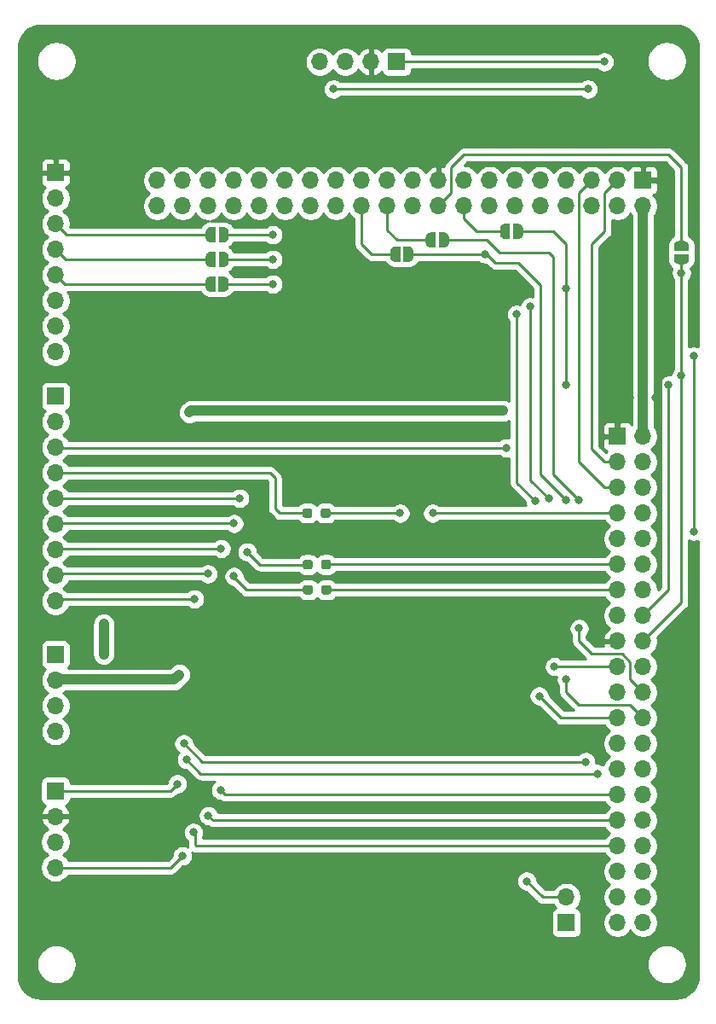
<source format=gtl>
G04 #@! TF.GenerationSoftware,KiCad,Pcbnew,(5.1.10-1-10_14)*
G04 #@! TF.CreationDate,2021-10-14T13:31:25-04:00*
G04 #@! TF.ProjectId,TR108 Mainboard,54523130-3820-44d6-9169-6e626f617264,1*
G04 #@! TF.SameCoordinates,Original*
G04 #@! TF.FileFunction,Copper,L1,Top*
G04 #@! TF.FilePolarity,Positive*
%FSLAX46Y46*%
G04 Gerber Fmt 4.6, Leading zero omitted, Abs format (unit mm)*
G04 Created by KiCad (PCBNEW (5.1.10-1-10_14)) date 2021-10-14 13:31:25*
%MOMM*%
%LPD*%
G01*
G04 APERTURE LIST*
G04 #@! TA.AperFunction,ComponentPad*
%ADD10O,1.700000X1.700000*%
G04 #@! TD*
G04 #@! TA.AperFunction,ComponentPad*
%ADD11R,1.700000X1.700000*%
G04 #@! TD*
G04 #@! TA.AperFunction,SMDPad,CuDef*
%ADD12C,0.100000*%
G04 #@! TD*
G04 #@! TA.AperFunction,ViaPad*
%ADD13C,0.800000*%
G04 #@! TD*
G04 #@! TA.AperFunction,Conductor*
%ADD14C,0.250000*%
G04 #@! TD*
G04 #@! TA.AperFunction,Conductor*
%ADD15C,1.000000*%
G04 #@! TD*
G04 #@! TA.AperFunction,Conductor*
%ADD16C,0.500000*%
G04 #@! TD*
G04 #@! TA.AperFunction,Conductor*
%ADD17C,0.254000*%
G04 #@! TD*
G04 #@! TA.AperFunction,Conductor*
%ADD18C,0.100000*%
G04 #@! TD*
G04 APERTURE END LIST*
D10*
X130454238Y-49200000D03*
X132994238Y-49200000D03*
X135534238Y-49200000D03*
D11*
X138074238Y-49200000D03*
D10*
X104190800Y-129146300D03*
X104190800Y-126606300D03*
X104190800Y-124066300D03*
D11*
X104190800Y-121526300D03*
G04 #@! TA.AperFunction,SMDPad,CuDef*
D12*
G36*
X139250000Y-67525602D02*
G01*
X139274534Y-67525602D01*
X139323365Y-67530412D01*
X139371490Y-67539984D01*
X139418445Y-67554228D01*
X139463778Y-67573005D01*
X139507051Y-67596136D01*
X139547850Y-67623396D01*
X139585779Y-67654524D01*
X139620476Y-67689221D01*
X139651604Y-67727150D01*
X139678864Y-67767949D01*
X139701995Y-67811222D01*
X139720772Y-67856555D01*
X139735016Y-67903510D01*
X139744588Y-67951635D01*
X139749398Y-68000466D01*
X139749398Y-68025000D01*
X139750000Y-68025000D01*
X139750000Y-68525000D01*
X139749398Y-68525000D01*
X139749398Y-68549534D01*
X139744588Y-68598365D01*
X139735016Y-68646490D01*
X139720772Y-68693445D01*
X139701995Y-68738778D01*
X139678864Y-68782051D01*
X139651604Y-68822850D01*
X139620476Y-68860779D01*
X139585779Y-68895476D01*
X139547850Y-68926604D01*
X139507051Y-68953864D01*
X139463778Y-68976995D01*
X139418445Y-68995772D01*
X139371490Y-69010016D01*
X139323365Y-69019588D01*
X139274534Y-69024398D01*
X139250000Y-69024398D01*
X139250000Y-69025000D01*
X138750000Y-69025000D01*
X138750000Y-67525000D01*
X139250000Y-67525000D01*
X139250000Y-67525602D01*
G37*
G04 #@! TD.AperFunction*
G04 #@! TA.AperFunction,SMDPad,CuDef*
G36*
X138450000Y-69025000D02*
G01*
X137950000Y-69025000D01*
X137950000Y-69024398D01*
X137925466Y-69024398D01*
X137876635Y-69019588D01*
X137828510Y-69010016D01*
X137781555Y-68995772D01*
X137736222Y-68976995D01*
X137692949Y-68953864D01*
X137652150Y-68926604D01*
X137614221Y-68895476D01*
X137579524Y-68860779D01*
X137548396Y-68822850D01*
X137521136Y-68782051D01*
X137498005Y-68738778D01*
X137479228Y-68693445D01*
X137464984Y-68646490D01*
X137455412Y-68598365D01*
X137450602Y-68549534D01*
X137450602Y-68525000D01*
X137450000Y-68525000D01*
X137450000Y-68025000D01*
X137450602Y-68025000D01*
X137450602Y-68000466D01*
X137455412Y-67951635D01*
X137464984Y-67903510D01*
X137479228Y-67856555D01*
X137498005Y-67811222D01*
X137521136Y-67767949D01*
X137548396Y-67727150D01*
X137579524Y-67689221D01*
X137614221Y-67654524D01*
X137652150Y-67623396D01*
X137692949Y-67596136D01*
X137736222Y-67573005D01*
X137781555Y-67554228D01*
X137828510Y-67539984D01*
X137876635Y-67530412D01*
X137925466Y-67525602D01*
X137950000Y-67525602D01*
X137950000Y-67525000D01*
X138450000Y-67525000D01*
X138450000Y-69025000D01*
G37*
G04 #@! TD.AperFunction*
G04 #@! TA.AperFunction,SMDPad,CuDef*
G36*
X141475000Y-67624398D02*
G01*
X141450466Y-67624398D01*
X141401635Y-67619588D01*
X141353510Y-67610016D01*
X141306555Y-67595772D01*
X141261222Y-67576995D01*
X141217949Y-67553864D01*
X141177150Y-67526604D01*
X141139221Y-67495476D01*
X141104524Y-67460779D01*
X141073396Y-67422850D01*
X141046136Y-67382051D01*
X141023005Y-67338778D01*
X141004228Y-67293445D01*
X140989984Y-67246490D01*
X140980412Y-67198365D01*
X140975602Y-67149534D01*
X140975602Y-67125000D01*
X140975000Y-67125000D01*
X140975000Y-66625000D01*
X140975602Y-66625000D01*
X140975602Y-66600466D01*
X140980412Y-66551635D01*
X140989984Y-66503510D01*
X141004228Y-66456555D01*
X141023005Y-66411222D01*
X141046136Y-66367949D01*
X141073396Y-66327150D01*
X141104524Y-66289221D01*
X141139221Y-66254524D01*
X141177150Y-66223396D01*
X141217949Y-66196136D01*
X141261222Y-66173005D01*
X141306555Y-66154228D01*
X141353510Y-66139984D01*
X141401635Y-66130412D01*
X141450466Y-66125602D01*
X141475000Y-66125602D01*
X141475000Y-66125000D01*
X141975000Y-66125000D01*
X141975000Y-67625000D01*
X141475000Y-67625000D01*
X141475000Y-67624398D01*
G37*
G04 #@! TD.AperFunction*
G04 #@! TA.AperFunction,SMDPad,CuDef*
G36*
X142275000Y-66125000D02*
G01*
X142775000Y-66125000D01*
X142775000Y-66125602D01*
X142799534Y-66125602D01*
X142848365Y-66130412D01*
X142896490Y-66139984D01*
X142943445Y-66154228D01*
X142988778Y-66173005D01*
X143032051Y-66196136D01*
X143072850Y-66223396D01*
X143110779Y-66254524D01*
X143145476Y-66289221D01*
X143176604Y-66327150D01*
X143203864Y-66367949D01*
X143226995Y-66411222D01*
X143245772Y-66456555D01*
X143260016Y-66503510D01*
X143269588Y-66551635D01*
X143274398Y-66600466D01*
X143274398Y-66625000D01*
X143275000Y-66625000D01*
X143275000Y-67125000D01*
X143274398Y-67125000D01*
X143274398Y-67149534D01*
X143269588Y-67198365D01*
X143260016Y-67246490D01*
X143245772Y-67293445D01*
X143226995Y-67338778D01*
X143203864Y-67382051D01*
X143176604Y-67422850D01*
X143145476Y-67460779D01*
X143110779Y-67495476D01*
X143072850Y-67526604D01*
X143032051Y-67553864D01*
X142988778Y-67576995D01*
X142943445Y-67595772D01*
X142896490Y-67610016D01*
X142848365Y-67619588D01*
X142799534Y-67624398D01*
X142775000Y-67624398D01*
X142775000Y-67625000D01*
X142275000Y-67625000D01*
X142275000Y-66125000D01*
G37*
G04 #@! TD.AperFunction*
G04 #@! TA.AperFunction,SMDPad,CuDef*
G36*
X165620602Y-67475000D02*
G01*
X165620602Y-67450466D01*
X165625412Y-67401635D01*
X165634984Y-67353510D01*
X165649228Y-67306555D01*
X165668005Y-67261222D01*
X165691136Y-67217949D01*
X165718396Y-67177150D01*
X165749524Y-67139221D01*
X165784221Y-67104524D01*
X165822150Y-67073396D01*
X165862949Y-67046136D01*
X165906222Y-67023005D01*
X165951555Y-67004228D01*
X165998510Y-66989984D01*
X166046635Y-66980412D01*
X166095466Y-66975602D01*
X166120000Y-66975602D01*
X166120000Y-66975000D01*
X166620000Y-66975000D01*
X166620000Y-66975602D01*
X166644534Y-66975602D01*
X166693365Y-66980412D01*
X166741490Y-66989984D01*
X166788445Y-67004228D01*
X166833778Y-67023005D01*
X166877051Y-67046136D01*
X166917850Y-67073396D01*
X166955779Y-67104524D01*
X166990476Y-67139221D01*
X167021604Y-67177150D01*
X167048864Y-67217949D01*
X167071995Y-67261222D01*
X167090772Y-67306555D01*
X167105016Y-67353510D01*
X167114588Y-67401635D01*
X167119398Y-67450466D01*
X167119398Y-67475000D01*
X167120000Y-67475000D01*
X167120000Y-67975000D01*
X165620000Y-67975000D01*
X165620000Y-67475000D01*
X165620602Y-67475000D01*
G37*
G04 #@! TD.AperFunction*
G04 #@! TA.AperFunction,SMDPad,CuDef*
G36*
X167120000Y-68275000D02*
G01*
X167120000Y-68775000D01*
X167119398Y-68775000D01*
X167119398Y-68799534D01*
X167114588Y-68848365D01*
X167105016Y-68896490D01*
X167090772Y-68943445D01*
X167071995Y-68988778D01*
X167048864Y-69032051D01*
X167021604Y-69072850D01*
X166990476Y-69110779D01*
X166955779Y-69145476D01*
X166917850Y-69176604D01*
X166877051Y-69203864D01*
X166833778Y-69226995D01*
X166788445Y-69245772D01*
X166741490Y-69260016D01*
X166693365Y-69269588D01*
X166644534Y-69274398D01*
X166620000Y-69274398D01*
X166620000Y-69275000D01*
X166120000Y-69275000D01*
X166120000Y-69274398D01*
X166095466Y-69274398D01*
X166046635Y-69269588D01*
X165998510Y-69260016D01*
X165951555Y-69245772D01*
X165906222Y-69226995D01*
X165862949Y-69203864D01*
X165822150Y-69176604D01*
X165784221Y-69145476D01*
X165749524Y-69110779D01*
X165718396Y-69072850D01*
X165691136Y-69032051D01*
X165668005Y-68988778D01*
X165649228Y-68943445D01*
X165634984Y-68896490D01*
X165625412Y-68848365D01*
X165620602Y-68799534D01*
X165620602Y-68775000D01*
X165620000Y-68775000D01*
X165620000Y-68275000D01*
X167120000Y-68275000D01*
G37*
G04 #@! TD.AperFunction*
G04 #@! TA.AperFunction,SMDPad,CuDef*
G36*
X148850000Y-66774398D02*
G01*
X148825466Y-66774398D01*
X148776635Y-66769588D01*
X148728510Y-66760016D01*
X148681555Y-66745772D01*
X148636222Y-66726995D01*
X148592949Y-66703864D01*
X148552150Y-66676604D01*
X148514221Y-66645476D01*
X148479524Y-66610779D01*
X148448396Y-66572850D01*
X148421136Y-66532051D01*
X148398005Y-66488778D01*
X148379228Y-66443445D01*
X148364984Y-66396490D01*
X148355412Y-66348365D01*
X148350602Y-66299534D01*
X148350602Y-66275000D01*
X148350000Y-66275000D01*
X148350000Y-65775000D01*
X148350602Y-65775000D01*
X148350602Y-65750466D01*
X148355412Y-65701635D01*
X148364984Y-65653510D01*
X148379228Y-65606555D01*
X148398005Y-65561222D01*
X148421136Y-65517949D01*
X148448396Y-65477150D01*
X148479524Y-65439221D01*
X148514221Y-65404524D01*
X148552150Y-65373396D01*
X148592949Y-65346136D01*
X148636222Y-65323005D01*
X148681555Y-65304228D01*
X148728510Y-65289984D01*
X148776635Y-65280412D01*
X148825466Y-65275602D01*
X148850000Y-65275602D01*
X148850000Y-65275000D01*
X149350000Y-65275000D01*
X149350000Y-66775000D01*
X148850000Y-66775000D01*
X148850000Y-66774398D01*
G37*
G04 #@! TD.AperFunction*
G04 #@! TA.AperFunction,SMDPad,CuDef*
G36*
X149650000Y-65275000D02*
G01*
X150150000Y-65275000D01*
X150150000Y-65275602D01*
X150174534Y-65275602D01*
X150223365Y-65280412D01*
X150271490Y-65289984D01*
X150318445Y-65304228D01*
X150363778Y-65323005D01*
X150407051Y-65346136D01*
X150447850Y-65373396D01*
X150485779Y-65404524D01*
X150520476Y-65439221D01*
X150551604Y-65477150D01*
X150578864Y-65517949D01*
X150601995Y-65561222D01*
X150620772Y-65606555D01*
X150635016Y-65653510D01*
X150644588Y-65701635D01*
X150649398Y-65750466D01*
X150649398Y-65775000D01*
X150650000Y-65775000D01*
X150650000Y-66275000D01*
X150649398Y-66275000D01*
X150649398Y-66299534D01*
X150644588Y-66348365D01*
X150635016Y-66396490D01*
X150620772Y-66443445D01*
X150601995Y-66488778D01*
X150578864Y-66532051D01*
X150551604Y-66572850D01*
X150520476Y-66610779D01*
X150485779Y-66645476D01*
X150447850Y-66676604D01*
X150407051Y-66703864D01*
X150363778Y-66726995D01*
X150318445Y-66745772D01*
X150271490Y-66760016D01*
X150223365Y-66769588D01*
X150174534Y-66774398D01*
X150150000Y-66774398D01*
X150150000Y-66775000D01*
X149650000Y-66775000D01*
X149650000Y-65275000D01*
G37*
G04 #@! TD.AperFunction*
G04 #@! TA.AperFunction,SMDPad,CuDef*
G36*
X119608160Y-69548838D02*
G01*
X119583626Y-69548838D01*
X119534795Y-69544028D01*
X119486670Y-69534456D01*
X119439715Y-69520212D01*
X119394382Y-69501435D01*
X119351109Y-69478304D01*
X119310310Y-69451044D01*
X119272381Y-69419916D01*
X119237684Y-69385219D01*
X119206556Y-69347290D01*
X119179296Y-69306491D01*
X119156165Y-69263218D01*
X119137388Y-69217885D01*
X119123144Y-69170930D01*
X119113572Y-69122805D01*
X119108762Y-69073974D01*
X119108762Y-69049440D01*
X119108160Y-69049440D01*
X119108160Y-68549440D01*
X119108762Y-68549440D01*
X119108762Y-68524906D01*
X119113572Y-68476075D01*
X119123144Y-68427950D01*
X119137388Y-68380995D01*
X119156165Y-68335662D01*
X119179296Y-68292389D01*
X119206556Y-68251590D01*
X119237684Y-68213661D01*
X119272381Y-68178964D01*
X119310310Y-68147836D01*
X119351109Y-68120576D01*
X119394382Y-68097445D01*
X119439715Y-68078668D01*
X119486670Y-68064424D01*
X119534795Y-68054852D01*
X119583626Y-68050042D01*
X119608160Y-68050042D01*
X119608160Y-68049440D01*
X120108160Y-68049440D01*
X120108160Y-69549440D01*
X119608160Y-69549440D01*
X119608160Y-69548838D01*
G37*
G04 #@! TD.AperFunction*
G04 #@! TA.AperFunction,SMDPad,CuDef*
G36*
X120408160Y-68049440D02*
G01*
X120908160Y-68049440D01*
X120908160Y-68050042D01*
X120932694Y-68050042D01*
X120981525Y-68054852D01*
X121029650Y-68064424D01*
X121076605Y-68078668D01*
X121121938Y-68097445D01*
X121165211Y-68120576D01*
X121206010Y-68147836D01*
X121243939Y-68178964D01*
X121278636Y-68213661D01*
X121309764Y-68251590D01*
X121337024Y-68292389D01*
X121360155Y-68335662D01*
X121378932Y-68380995D01*
X121393176Y-68427950D01*
X121402748Y-68476075D01*
X121407558Y-68524906D01*
X121407558Y-68549440D01*
X121408160Y-68549440D01*
X121408160Y-69049440D01*
X121407558Y-69049440D01*
X121407558Y-69073974D01*
X121402748Y-69122805D01*
X121393176Y-69170930D01*
X121378932Y-69217885D01*
X121360155Y-69263218D01*
X121337024Y-69306491D01*
X121309764Y-69347290D01*
X121278636Y-69385219D01*
X121243939Y-69419916D01*
X121206010Y-69451044D01*
X121165211Y-69478304D01*
X121121938Y-69501435D01*
X121076605Y-69520212D01*
X121029650Y-69534456D01*
X120981525Y-69544028D01*
X120932694Y-69548838D01*
X120908160Y-69548838D01*
X120908160Y-69549440D01*
X120408160Y-69549440D01*
X120408160Y-68049440D01*
G37*
G04 #@! TD.AperFunction*
G04 #@! TA.AperFunction,SMDPad,CuDef*
G36*
X119603760Y-71996398D02*
G01*
X119579226Y-71996398D01*
X119530395Y-71991588D01*
X119482270Y-71982016D01*
X119435315Y-71967772D01*
X119389982Y-71948995D01*
X119346709Y-71925864D01*
X119305910Y-71898604D01*
X119267981Y-71867476D01*
X119233284Y-71832779D01*
X119202156Y-71794850D01*
X119174896Y-71754051D01*
X119151765Y-71710778D01*
X119132988Y-71665445D01*
X119118744Y-71618490D01*
X119109172Y-71570365D01*
X119104362Y-71521534D01*
X119104362Y-71497000D01*
X119103760Y-71497000D01*
X119103760Y-70997000D01*
X119104362Y-70997000D01*
X119104362Y-70972466D01*
X119109172Y-70923635D01*
X119118744Y-70875510D01*
X119132988Y-70828555D01*
X119151765Y-70783222D01*
X119174896Y-70739949D01*
X119202156Y-70699150D01*
X119233284Y-70661221D01*
X119267981Y-70626524D01*
X119305910Y-70595396D01*
X119346709Y-70568136D01*
X119389982Y-70545005D01*
X119435315Y-70526228D01*
X119482270Y-70511984D01*
X119530395Y-70502412D01*
X119579226Y-70497602D01*
X119603760Y-70497602D01*
X119603760Y-70497000D01*
X120103760Y-70497000D01*
X120103760Y-71997000D01*
X119603760Y-71997000D01*
X119603760Y-71996398D01*
G37*
G04 #@! TD.AperFunction*
G04 #@! TA.AperFunction,SMDPad,CuDef*
G36*
X120403760Y-70497000D02*
G01*
X120903760Y-70497000D01*
X120903760Y-70497602D01*
X120928294Y-70497602D01*
X120977125Y-70502412D01*
X121025250Y-70511984D01*
X121072205Y-70526228D01*
X121117538Y-70545005D01*
X121160811Y-70568136D01*
X121201610Y-70595396D01*
X121239539Y-70626524D01*
X121274236Y-70661221D01*
X121305364Y-70699150D01*
X121332624Y-70739949D01*
X121355755Y-70783222D01*
X121374532Y-70828555D01*
X121388776Y-70875510D01*
X121398348Y-70923635D01*
X121403158Y-70972466D01*
X121403158Y-70997000D01*
X121403760Y-70997000D01*
X121403760Y-71497000D01*
X121403158Y-71497000D01*
X121403158Y-71521534D01*
X121398348Y-71570365D01*
X121388776Y-71618490D01*
X121374532Y-71665445D01*
X121355755Y-71710778D01*
X121332624Y-71754051D01*
X121305364Y-71794850D01*
X121274236Y-71832779D01*
X121239539Y-71867476D01*
X121201610Y-71898604D01*
X121160811Y-71925864D01*
X121117538Y-71948995D01*
X121072205Y-71967772D01*
X121025250Y-71982016D01*
X120977125Y-71991588D01*
X120928294Y-71996398D01*
X120903760Y-71996398D01*
X120903760Y-71997000D01*
X120403760Y-71997000D01*
X120403760Y-70497000D01*
G37*
G04 #@! TD.AperFunction*
G04 #@! TA.AperFunction,SMDPad,CuDef*
G36*
X119608160Y-67101278D02*
G01*
X119583626Y-67101278D01*
X119534795Y-67096468D01*
X119486670Y-67086896D01*
X119439715Y-67072652D01*
X119394382Y-67053875D01*
X119351109Y-67030744D01*
X119310310Y-67003484D01*
X119272381Y-66972356D01*
X119237684Y-66937659D01*
X119206556Y-66899730D01*
X119179296Y-66858931D01*
X119156165Y-66815658D01*
X119137388Y-66770325D01*
X119123144Y-66723370D01*
X119113572Y-66675245D01*
X119108762Y-66626414D01*
X119108762Y-66601880D01*
X119108160Y-66601880D01*
X119108160Y-66101880D01*
X119108762Y-66101880D01*
X119108762Y-66077346D01*
X119113572Y-66028515D01*
X119123144Y-65980390D01*
X119137388Y-65933435D01*
X119156165Y-65888102D01*
X119179296Y-65844829D01*
X119206556Y-65804030D01*
X119237684Y-65766101D01*
X119272381Y-65731404D01*
X119310310Y-65700276D01*
X119351109Y-65673016D01*
X119394382Y-65649885D01*
X119439715Y-65631108D01*
X119486670Y-65616864D01*
X119534795Y-65607292D01*
X119583626Y-65602482D01*
X119608160Y-65602482D01*
X119608160Y-65601880D01*
X120108160Y-65601880D01*
X120108160Y-67101880D01*
X119608160Y-67101880D01*
X119608160Y-67101278D01*
G37*
G04 #@! TD.AperFunction*
G04 #@! TA.AperFunction,SMDPad,CuDef*
G36*
X120408160Y-65601880D02*
G01*
X120908160Y-65601880D01*
X120908160Y-65602482D01*
X120932694Y-65602482D01*
X120981525Y-65607292D01*
X121029650Y-65616864D01*
X121076605Y-65631108D01*
X121121938Y-65649885D01*
X121165211Y-65673016D01*
X121206010Y-65700276D01*
X121243939Y-65731404D01*
X121278636Y-65766101D01*
X121309764Y-65804030D01*
X121337024Y-65844829D01*
X121360155Y-65888102D01*
X121378932Y-65933435D01*
X121393176Y-65980390D01*
X121402748Y-66028515D01*
X121407558Y-66077346D01*
X121407558Y-66101880D01*
X121408160Y-66101880D01*
X121408160Y-66601880D01*
X121407558Y-66601880D01*
X121407558Y-66626414D01*
X121402748Y-66675245D01*
X121393176Y-66723370D01*
X121378932Y-66770325D01*
X121360155Y-66815658D01*
X121337024Y-66858931D01*
X121309764Y-66899730D01*
X121278636Y-66937659D01*
X121243939Y-66972356D01*
X121206010Y-67003484D01*
X121165211Y-67030744D01*
X121121938Y-67053875D01*
X121076605Y-67072652D01*
X121029650Y-67086896D01*
X120981525Y-67096468D01*
X120932694Y-67101278D01*
X120908160Y-67101278D01*
X120908160Y-67101880D01*
X120408160Y-67101880D01*
X120408160Y-65601880D01*
G37*
G04 #@! TD.AperFunction*
D10*
X104200000Y-77980000D03*
X104200000Y-75440000D03*
X104200000Y-72900000D03*
X104200000Y-70360000D03*
X104200000Y-67820000D03*
X104200000Y-65280000D03*
X104200000Y-62740000D03*
D11*
X104200000Y-60200000D03*
G04 #@! TA.AperFunction,SMDPad,CuDef*
G36*
G01*
X130549200Y-94217500D02*
X130549200Y-93742500D01*
G75*
G02*
X130786700Y-93505000I237500J0D01*
G01*
X131286700Y-93505000D01*
G75*
G02*
X131524200Y-93742500I0J-237500D01*
G01*
X131524200Y-94217500D01*
G75*
G02*
X131286700Y-94455000I-237500J0D01*
G01*
X130786700Y-94455000D01*
G75*
G02*
X130549200Y-94217500I0J237500D01*
G01*
G37*
G04 #@! TD.AperFunction*
G04 #@! TA.AperFunction,SMDPad,CuDef*
G36*
G01*
X128724200Y-94217500D02*
X128724200Y-93742500D01*
G75*
G02*
X128961700Y-93505000I237500J0D01*
G01*
X129461700Y-93505000D01*
G75*
G02*
X129699200Y-93742500I0J-237500D01*
G01*
X129699200Y-94217500D01*
G75*
G02*
X129461700Y-94455000I-237500J0D01*
G01*
X128961700Y-94455000D01*
G75*
G02*
X128724200Y-94217500I0J237500D01*
G01*
G37*
G04 #@! TD.AperFunction*
G04 #@! TA.AperFunction,SMDPad,CuDef*
G36*
G01*
X129760800Y-101349800D02*
X129760800Y-101824800D01*
G75*
G02*
X129523300Y-102062300I-237500J0D01*
G01*
X129023300Y-102062300D01*
G75*
G02*
X128785800Y-101824800I0J237500D01*
G01*
X128785800Y-101349800D01*
G75*
G02*
X129023300Y-101112300I237500J0D01*
G01*
X129523300Y-101112300D01*
G75*
G02*
X129760800Y-101349800I0J-237500D01*
G01*
G37*
G04 #@! TD.AperFunction*
G04 #@! TA.AperFunction,SMDPad,CuDef*
G36*
G01*
X131585800Y-101349800D02*
X131585800Y-101824800D01*
G75*
G02*
X131348300Y-102062300I-237500J0D01*
G01*
X130848300Y-102062300D01*
G75*
G02*
X130610800Y-101824800I0J237500D01*
G01*
X130610800Y-101349800D01*
G75*
G02*
X130848300Y-101112300I237500J0D01*
G01*
X131348300Y-101112300D01*
G75*
G02*
X131585800Y-101349800I0J-237500D01*
G01*
G37*
G04 #@! TD.AperFunction*
G04 #@! TA.AperFunction,SMDPad,CuDef*
G36*
G01*
X129737300Y-98847900D02*
X129737300Y-99322900D01*
G75*
G02*
X129499800Y-99560400I-237500J0D01*
G01*
X128999800Y-99560400D01*
G75*
G02*
X128762300Y-99322900I0J237500D01*
G01*
X128762300Y-98847900D01*
G75*
G02*
X128999800Y-98610400I237500J0D01*
G01*
X129499800Y-98610400D01*
G75*
G02*
X129737300Y-98847900I0J-237500D01*
G01*
G37*
G04 #@! TD.AperFunction*
G04 #@! TA.AperFunction,SMDPad,CuDef*
G36*
G01*
X131562300Y-98847900D02*
X131562300Y-99322900D01*
G75*
G02*
X131324800Y-99560400I-237500J0D01*
G01*
X130824800Y-99560400D01*
G75*
G02*
X130587300Y-99322900I0J237500D01*
G01*
X130587300Y-98847900D01*
G75*
G02*
X130824800Y-98610400I237500J0D01*
G01*
X131324800Y-98610400D01*
G75*
G02*
X131562300Y-98847900I0J-237500D01*
G01*
G37*
G04 #@! TD.AperFunction*
D10*
X154940000Y-132080000D03*
D11*
X154940000Y-134620000D03*
D10*
X104200000Y-102695000D03*
X104200000Y-100155000D03*
X104200000Y-97615000D03*
X104200000Y-95075000D03*
X104200000Y-92535000D03*
X104200000Y-89995000D03*
X104200000Y-87455000D03*
X104200000Y-84915000D03*
D11*
X104200000Y-82375000D03*
D10*
X104200000Y-115620000D03*
X104200000Y-113080000D03*
X104200000Y-110540000D03*
D11*
X104200000Y-108000000D03*
D10*
X114300000Y-63500000D03*
X114300000Y-60960000D03*
X116840000Y-63500000D03*
X116840000Y-60960000D03*
X119380000Y-63500000D03*
X119380000Y-60960000D03*
X121920000Y-63500000D03*
X121920000Y-60960000D03*
X124460000Y-63500000D03*
X124460000Y-60960000D03*
X127000000Y-63500000D03*
X127000000Y-60960000D03*
X129540000Y-63500000D03*
X129540000Y-60960000D03*
X132080000Y-63500000D03*
X132080000Y-60960000D03*
X134620000Y-63500000D03*
X134620000Y-60960000D03*
X137160000Y-63500000D03*
X137160000Y-60960000D03*
X139700000Y-63500000D03*
X139700000Y-60960000D03*
X142240000Y-63500000D03*
X142240000Y-60960000D03*
X144780000Y-63500000D03*
X144780000Y-60960000D03*
X147320000Y-63500000D03*
X147320000Y-60960000D03*
X149860000Y-63500000D03*
X149860000Y-60960000D03*
X152400000Y-63500000D03*
X152400000Y-60960000D03*
X154940000Y-63500000D03*
X154940000Y-60960000D03*
X157480000Y-63500000D03*
X157480000Y-60960000D03*
X160020000Y-63500000D03*
X160020000Y-60960000D03*
X162560000Y-63500000D03*
D11*
X162560000Y-60960000D03*
D10*
X162560000Y-134620000D03*
X160020000Y-134620000D03*
X162560000Y-132080000D03*
X160020000Y-132080000D03*
X162560000Y-129540000D03*
X160020000Y-129540000D03*
X162560000Y-127000000D03*
X160020000Y-127000000D03*
X162560000Y-124460000D03*
X160020000Y-124460000D03*
X162560000Y-121920000D03*
X160020000Y-121920000D03*
X162560000Y-119380000D03*
X160020000Y-119380000D03*
X162560000Y-116840000D03*
X160020000Y-116840000D03*
X162560000Y-114300000D03*
X160020000Y-114300000D03*
X162560000Y-111760000D03*
X160020000Y-111760000D03*
X162560000Y-109220000D03*
X160020000Y-109220000D03*
X162560000Y-106680000D03*
X160020000Y-106680000D03*
X162560000Y-104140000D03*
X160020000Y-104140000D03*
X162560000Y-101600000D03*
X160020000Y-101600000D03*
X162560000Y-99060000D03*
X160020000Y-99060000D03*
X162560000Y-96520000D03*
X160020000Y-96520000D03*
X162560000Y-93980000D03*
X160020000Y-93980000D03*
X162560000Y-91440000D03*
X160020000Y-91440000D03*
X162560000Y-88900000D03*
X160020000Y-88900000D03*
X162560000Y-86360000D03*
D11*
X160020000Y-86360000D03*
D13*
X154940000Y-110490000D03*
X154940000Y-92710000D03*
X125783160Y-66351880D03*
X146875000Y-68275000D03*
X156210000Y-105410000D03*
X156210000Y-92710000D03*
X166370000Y-80280000D03*
X166370000Y-70155000D03*
X125783160Y-68799440D03*
X148680000Y-83820000D03*
X117500000Y-84000000D03*
X116500000Y-110000000D03*
X165100000Y-81280000D03*
X154940000Y-81280000D03*
X154940000Y-71710000D03*
X125783160Y-71247000D03*
X148500000Y-79500000D03*
X161290000Y-82550000D03*
X163830000Y-82550000D03*
X163775000Y-54275000D03*
X158600000Y-79500000D03*
X119325006Y-100000000D03*
X119380000Y-124000000D03*
X120650000Y-97500000D03*
X120600000Y-121450000D03*
X121920000Y-100255000D03*
X121920000Y-95000000D03*
X123225000Y-97825000D03*
X122500000Y-92500000D03*
X118000000Y-102500000D03*
X117900000Y-125650000D03*
X151000000Y-130500000D03*
X149000000Y-87500000D03*
X109000000Y-105000000D03*
X109000000Y-108000000D03*
X141655800Y-93980000D03*
X138435080Y-93980000D03*
X167600000Y-95775002D03*
X167600000Y-78400002D03*
X158013400Y-119824500D03*
X157100000Y-51900000D03*
X131800000Y-51900000D03*
X117225000Y-118425000D03*
X116799998Y-128000000D03*
X156870400Y-118643400D03*
X158700000Y-49200000D03*
X116950000Y-116850000D03*
X116300000Y-120850000D03*
X152250000Y-112125000D03*
X151850000Y-92800000D03*
X150000000Y-74250000D03*
X151350000Y-73500000D03*
X153175000Y-92525000D03*
X153750000Y-109200000D03*
D14*
X162560000Y-114300000D02*
X161290000Y-113030000D01*
X161290000Y-113030000D02*
X156210000Y-113030000D01*
X154940000Y-111760000D02*
X154940000Y-110490000D01*
X156210000Y-113030000D02*
X154940000Y-111760000D01*
X154940000Y-92710000D02*
X152400000Y-90170000D01*
X152400000Y-90170000D02*
X152400000Y-73375000D01*
X147850000Y-69125000D02*
X147000000Y-68275000D01*
X147000000Y-68275000D02*
X146875000Y-68275000D01*
X152400000Y-71375000D02*
X150150000Y-69125000D01*
X150150000Y-69125000D02*
X147850000Y-69125000D01*
X152400000Y-73375000D02*
X152400000Y-71375000D01*
X146875000Y-68275000D02*
X139250000Y-68275000D01*
X120908160Y-66351880D02*
X125783160Y-66351880D01*
X162560000Y-111760000D02*
X161290000Y-110490000D01*
X161290000Y-108750998D02*
X160489002Y-107950000D01*
X161290000Y-110490000D02*
X161290000Y-108750998D01*
X160489002Y-107950000D02*
X157480000Y-107950000D01*
X156210000Y-106680000D02*
X156210000Y-105410000D01*
X157480000Y-107950000D02*
X156210000Y-106680000D01*
X153670000Y-68580000D02*
X153219990Y-68129990D01*
X148304990Y-68129990D02*
X147050000Y-66875000D01*
X153670000Y-90170000D02*
X153670000Y-68580000D01*
X153219990Y-68129990D02*
X148304990Y-68129990D01*
X147050000Y-66875000D02*
X142775000Y-66875000D01*
X156210000Y-92710000D02*
X153670000Y-90170000D01*
X162560000Y-106680000D02*
X166370000Y-102870000D01*
X166370000Y-102870000D02*
X166370000Y-80280000D01*
X166370000Y-80280000D02*
X166370000Y-70970000D01*
X166370000Y-70970000D02*
X166370000Y-70155000D01*
X166370000Y-70155000D02*
X166370000Y-68775000D01*
X120928160Y-68871880D02*
X120908160Y-68891880D01*
X120908160Y-68799440D02*
X125783160Y-68799440D01*
D15*
X162560000Y-86360000D02*
X162560000Y-63500000D01*
X148680000Y-83820000D02*
X128530000Y-83820000D01*
X117680000Y-83820000D02*
X117500000Y-84000000D01*
X128530000Y-83820000D02*
X117680000Y-83820000D01*
X104385000Y-110500000D02*
X104200000Y-110315000D01*
X116000000Y-110500000D02*
X104385000Y-110500000D01*
X116500000Y-110000000D02*
X116000000Y-110500000D01*
D14*
X162560000Y-104140000D02*
X165100000Y-101600000D01*
X165100000Y-101600000D02*
X165100000Y-81280000D01*
X154940000Y-67310000D02*
X153670000Y-66040000D01*
X154940000Y-69540000D02*
X154940000Y-67310000D01*
X154940000Y-81280000D02*
X154940000Y-71710000D01*
X150165000Y-66040000D02*
X150150000Y-66025000D01*
X153670000Y-66040000D02*
X150165000Y-66040000D01*
X154940000Y-71710000D02*
X154940000Y-69540000D01*
X121018160Y-71321880D02*
X120908160Y-71431880D01*
X120903760Y-71247000D02*
X125783160Y-71247000D01*
D16*
X160020000Y-83820000D02*
X161290000Y-82550000D01*
X160020000Y-86360000D02*
X160020000Y-83820000D01*
X163960000Y-60960000D02*
X162560000Y-60960000D01*
X164200000Y-61200000D02*
X163960000Y-60960000D01*
X164200000Y-82180000D02*
X164200000Y-61200000D01*
X163830000Y-82550000D02*
X164200000Y-82180000D01*
D14*
X104355000Y-100000000D02*
X104200000Y-100155000D01*
X119325006Y-100000000D02*
X104355000Y-100000000D01*
X119840000Y-124460000D02*
X119380000Y-124000000D01*
X160020000Y-124460000D02*
X119840000Y-124460000D01*
X104315000Y-97500000D02*
X104200000Y-97615000D01*
X120650000Y-97500000D02*
X104315000Y-97500000D01*
X160020000Y-121920000D02*
X121070000Y-121920000D01*
X121070000Y-121920000D02*
X120600000Y-121450000D01*
X123190000Y-101600000D02*
X121920000Y-100330000D01*
X121920000Y-100330000D02*
X121920000Y-100255000D01*
X129260600Y-101600000D02*
X129273300Y-101587300D01*
X123190000Y-101600000D02*
X129260600Y-101600000D01*
X104275000Y-95000000D02*
X104200000Y-95075000D01*
X121920000Y-95000000D02*
X104275000Y-95000000D01*
X123225000Y-97825000D02*
X123190000Y-97790000D01*
X129249800Y-99085400D02*
X124485400Y-99085400D01*
X124485400Y-99085400D02*
X123225000Y-97825000D01*
X104235000Y-92500000D02*
X104200000Y-92535000D01*
X122500000Y-92500000D02*
X104235000Y-92500000D01*
X125495000Y-89995000D02*
X104200000Y-89995000D01*
X126000000Y-90500000D02*
X125495000Y-89995000D01*
X126000000Y-93500000D02*
X126000000Y-90500000D01*
X126480000Y-93980000D02*
X126000000Y-93500000D01*
X129211700Y-93980000D02*
X126480000Y-93980000D01*
X104395000Y-102500000D02*
X104200000Y-102695000D01*
X118000000Y-102500000D02*
X104395000Y-102500000D01*
X118050000Y-126850000D02*
X118050000Y-125800000D01*
X118200000Y-127000000D02*
X118050000Y-126850000D01*
X118050000Y-125800000D02*
X117900000Y-125650000D01*
X160020000Y-127000000D02*
X118200000Y-127000000D01*
X152580000Y-132080000D02*
X151000000Y-130500000D01*
X154940000Y-132080000D02*
X152580000Y-132080000D01*
X104245000Y-87500000D02*
X104200000Y-87455000D01*
X149000000Y-87500000D02*
X104245000Y-87500000D01*
D15*
X109000000Y-105000000D02*
X109000000Y-108000000D01*
D14*
X160007300Y-101587300D02*
X160020000Y-101600000D01*
X131098300Y-101587300D02*
X160007300Y-101587300D01*
X131100200Y-99060000D02*
X131074800Y-99085400D01*
X160020000Y-99060000D02*
X131100200Y-99060000D01*
X141655800Y-93980000D02*
X141655800Y-93980000D01*
X131036700Y-93980000D02*
X138435080Y-93980000D01*
X141655800Y-93980000D02*
X160020000Y-93980000D01*
X138435080Y-93980000D02*
X138435080Y-93980000D01*
X167600000Y-95775002D02*
X167600000Y-95209317D01*
X167600000Y-95209317D02*
X167600000Y-78400002D01*
X156210000Y-62230000D02*
X157480000Y-60960000D01*
X156210000Y-88900000D02*
X156210000Y-62230000D01*
X158750000Y-91440000D02*
X156210000Y-88900000D01*
X160020000Y-91440000D02*
X158750000Y-91440000D01*
X157100000Y-51900000D02*
X131800000Y-51900000D01*
X158013400Y-119824500D02*
X118624500Y-119824500D01*
X118624500Y-119824500D02*
X117225000Y-118425000D01*
X104190800Y-129146300D02*
X115653698Y-129146300D01*
X115653698Y-129146300D02*
X116799998Y-128000000D01*
X160020000Y-88900000D02*
X158750000Y-88900000D01*
X158750000Y-88900000D02*
X157480000Y-87630000D01*
X157480000Y-87630000D02*
X157480000Y-67310000D01*
X157480000Y-67310000D02*
X158750000Y-66040000D01*
X158750000Y-62230000D02*
X160020000Y-60960000D01*
X158750000Y-66040000D02*
X158750000Y-62230000D01*
X158700000Y-49200000D02*
X138074238Y-49200000D01*
X118743400Y-118643400D02*
X116950000Y-116850000D01*
X156870400Y-118643400D02*
X118743400Y-118643400D01*
X104190800Y-121526300D02*
X115623700Y-121526300D01*
X115623700Y-121526300D02*
X116300000Y-120850000D01*
X134620000Y-67310000D02*
X134620000Y-63500000D01*
X135585000Y-68275000D02*
X134620000Y-67310000D01*
X137950000Y-68275000D02*
X135585000Y-68275000D01*
X137160000Y-65935000D02*
X137160000Y-63500000D01*
X138100000Y-66875000D02*
X137160000Y-65935000D01*
X141475000Y-66875000D02*
X138100000Y-66875000D01*
X166370000Y-59690000D02*
X165100000Y-58420000D01*
X165100000Y-58420000D02*
X144780000Y-58420000D01*
X144780000Y-58420000D02*
X143510000Y-59690000D01*
X143510000Y-62230000D02*
X142240000Y-63500000D01*
X143510000Y-59690000D02*
X143510000Y-62230000D01*
X166370000Y-67475000D02*
X166370000Y-59690000D01*
X144780000Y-64770000D02*
X144780000Y-63500000D01*
X146035000Y-66025000D02*
X144780000Y-64770000D01*
X148850000Y-66025000D02*
X146035000Y-66025000D01*
X154425000Y-114300000D02*
X152250000Y-112125000D01*
X160020000Y-114300000D02*
X154425000Y-114300000D01*
X150000000Y-90950000D02*
X150000000Y-74250000D01*
X151850000Y-92800000D02*
X150000000Y-90950000D01*
X151350000Y-90700000D02*
X153175000Y-92525000D01*
X151350000Y-73500000D02*
X151350000Y-90700000D01*
X160000000Y-109200000D02*
X160020000Y-109220000D01*
X153750000Y-109200000D02*
X160000000Y-109200000D01*
X105087000Y-71247000D02*
X104200000Y-70360000D01*
X119603760Y-71247000D02*
X105087000Y-71247000D01*
X105179440Y-68799440D02*
X104200000Y-67820000D01*
X119608160Y-68799440D02*
X105179440Y-68799440D01*
X105271880Y-66351880D02*
X104200000Y-65280000D01*
X119608160Y-66351880D02*
X105271880Y-66351880D01*
D17*
X166213493Y-45637427D02*
X166636019Y-45764995D01*
X167025720Y-45972202D01*
X167367751Y-46251157D01*
X167649087Y-46591232D01*
X167859009Y-46979477D01*
X167989523Y-47401098D01*
X168039239Y-47874116D01*
X168039239Y-77461665D01*
X167901898Y-77404776D01*
X167701939Y-77365002D01*
X167498061Y-77365002D01*
X167298102Y-77404776D01*
X167130000Y-77474407D01*
X167130000Y-70858711D01*
X167173937Y-70814774D01*
X167287205Y-70645256D01*
X167365226Y-70456898D01*
X167405000Y-70256939D01*
X167405000Y-70053061D01*
X167365226Y-69853102D01*
X167296782Y-69687864D01*
X167388382Y-69612690D01*
X167457690Y-69543382D01*
X167537042Y-69446691D01*
X167591498Y-69365192D01*
X167650464Y-69254875D01*
X167687973Y-69164319D01*
X167724282Y-69044623D01*
X167743404Y-68948490D01*
X167755664Y-68824009D01*
X167755664Y-68799450D01*
X167758072Y-68775000D01*
X167758072Y-68275000D01*
X167745812Y-68150518D01*
X167738071Y-68125000D01*
X167745812Y-68099482D01*
X167758072Y-67975000D01*
X167758072Y-67475000D01*
X167755664Y-67450550D01*
X167755664Y-67425991D01*
X167743404Y-67301510D01*
X167724282Y-67205377D01*
X167687973Y-67085681D01*
X167650464Y-66995125D01*
X167591498Y-66884808D01*
X167537042Y-66803309D01*
X167457690Y-66706618D01*
X167388382Y-66637310D01*
X167291691Y-66557958D01*
X167210192Y-66503502D01*
X167130000Y-66460638D01*
X167130000Y-59727322D01*
X167133676Y-59689999D01*
X167130000Y-59652676D01*
X167130000Y-59652667D01*
X167119003Y-59541014D01*
X167075546Y-59397753D01*
X167004974Y-59265724D01*
X166910001Y-59149999D01*
X166881003Y-59126201D01*
X165663804Y-57909003D01*
X165640001Y-57879999D01*
X165524276Y-57785026D01*
X165392247Y-57714454D01*
X165248986Y-57670997D01*
X165137333Y-57660000D01*
X165137322Y-57660000D01*
X165100000Y-57656324D01*
X165062678Y-57660000D01*
X144817322Y-57660000D01*
X144779999Y-57656324D01*
X144742676Y-57660000D01*
X144742667Y-57660000D01*
X144631014Y-57670997D01*
X144487753Y-57714454D01*
X144355724Y-57785026D01*
X144239999Y-57879999D01*
X144216201Y-57908997D01*
X142999003Y-59126196D01*
X142969999Y-59149999D01*
X142914871Y-59217174D01*
X142875026Y-59265724D01*
X142829979Y-59350000D01*
X142804454Y-59397754D01*
X142760997Y-59541015D01*
X142758155Y-59569870D01*
X142744099Y-59563175D01*
X142596890Y-59518524D01*
X142367000Y-59639845D01*
X142367000Y-60833000D01*
X142387000Y-60833000D01*
X142387000Y-61087000D01*
X142367000Y-61087000D01*
X142367000Y-61107000D01*
X142113000Y-61107000D01*
X142113000Y-61087000D01*
X142093000Y-61087000D01*
X142093000Y-60833000D01*
X142113000Y-60833000D01*
X142113000Y-59639845D01*
X141883110Y-59518524D01*
X141735901Y-59563175D01*
X141473080Y-59688359D01*
X141239731Y-59862412D01*
X141044822Y-60078645D01*
X140975195Y-60195534D01*
X140853475Y-60013368D01*
X140646632Y-59806525D01*
X140403411Y-59644010D01*
X140133158Y-59532068D01*
X139846260Y-59475000D01*
X139553740Y-59475000D01*
X139266842Y-59532068D01*
X138996589Y-59644010D01*
X138753368Y-59806525D01*
X138546525Y-60013368D01*
X138430000Y-60187760D01*
X138313475Y-60013368D01*
X138106632Y-59806525D01*
X137863411Y-59644010D01*
X137593158Y-59532068D01*
X137306260Y-59475000D01*
X137013740Y-59475000D01*
X136726842Y-59532068D01*
X136456589Y-59644010D01*
X136213368Y-59806525D01*
X136006525Y-60013368D01*
X135890000Y-60187760D01*
X135773475Y-60013368D01*
X135566632Y-59806525D01*
X135323411Y-59644010D01*
X135053158Y-59532068D01*
X134766260Y-59475000D01*
X134473740Y-59475000D01*
X134186842Y-59532068D01*
X133916589Y-59644010D01*
X133673368Y-59806525D01*
X133466525Y-60013368D01*
X133350000Y-60187760D01*
X133233475Y-60013368D01*
X133026632Y-59806525D01*
X132783411Y-59644010D01*
X132513158Y-59532068D01*
X132226260Y-59475000D01*
X131933740Y-59475000D01*
X131646842Y-59532068D01*
X131376589Y-59644010D01*
X131133368Y-59806525D01*
X130926525Y-60013368D01*
X130810000Y-60187760D01*
X130693475Y-60013368D01*
X130486632Y-59806525D01*
X130243411Y-59644010D01*
X129973158Y-59532068D01*
X129686260Y-59475000D01*
X129393740Y-59475000D01*
X129106842Y-59532068D01*
X128836589Y-59644010D01*
X128593368Y-59806525D01*
X128386525Y-60013368D01*
X128270000Y-60187760D01*
X128153475Y-60013368D01*
X127946632Y-59806525D01*
X127703411Y-59644010D01*
X127433158Y-59532068D01*
X127146260Y-59475000D01*
X126853740Y-59475000D01*
X126566842Y-59532068D01*
X126296589Y-59644010D01*
X126053368Y-59806525D01*
X125846525Y-60013368D01*
X125730000Y-60187760D01*
X125613475Y-60013368D01*
X125406632Y-59806525D01*
X125163411Y-59644010D01*
X124893158Y-59532068D01*
X124606260Y-59475000D01*
X124313740Y-59475000D01*
X124026842Y-59532068D01*
X123756589Y-59644010D01*
X123513368Y-59806525D01*
X123306525Y-60013368D01*
X123190000Y-60187760D01*
X123073475Y-60013368D01*
X122866632Y-59806525D01*
X122623411Y-59644010D01*
X122353158Y-59532068D01*
X122066260Y-59475000D01*
X121773740Y-59475000D01*
X121486842Y-59532068D01*
X121216589Y-59644010D01*
X120973368Y-59806525D01*
X120766525Y-60013368D01*
X120650000Y-60187760D01*
X120533475Y-60013368D01*
X120326632Y-59806525D01*
X120083411Y-59644010D01*
X119813158Y-59532068D01*
X119526260Y-59475000D01*
X119233740Y-59475000D01*
X118946842Y-59532068D01*
X118676589Y-59644010D01*
X118433368Y-59806525D01*
X118226525Y-60013368D01*
X118110000Y-60187760D01*
X117993475Y-60013368D01*
X117786632Y-59806525D01*
X117543411Y-59644010D01*
X117273158Y-59532068D01*
X116986260Y-59475000D01*
X116693740Y-59475000D01*
X116406842Y-59532068D01*
X116136589Y-59644010D01*
X115893368Y-59806525D01*
X115686525Y-60013368D01*
X115570000Y-60187760D01*
X115453475Y-60013368D01*
X115246632Y-59806525D01*
X115003411Y-59644010D01*
X114733158Y-59532068D01*
X114446260Y-59475000D01*
X114153740Y-59475000D01*
X113866842Y-59532068D01*
X113596589Y-59644010D01*
X113353368Y-59806525D01*
X113146525Y-60013368D01*
X112984010Y-60256589D01*
X112872068Y-60526842D01*
X112815000Y-60813740D01*
X112815000Y-61106260D01*
X112872068Y-61393158D01*
X112984010Y-61663411D01*
X113146525Y-61906632D01*
X113353368Y-62113475D01*
X113527760Y-62230000D01*
X113353368Y-62346525D01*
X113146525Y-62553368D01*
X112984010Y-62796589D01*
X112872068Y-63066842D01*
X112815000Y-63353740D01*
X112815000Y-63646260D01*
X112872068Y-63933158D01*
X112984010Y-64203411D01*
X113146525Y-64446632D01*
X113353368Y-64653475D01*
X113596589Y-64815990D01*
X113866842Y-64927932D01*
X114153740Y-64985000D01*
X114446260Y-64985000D01*
X114733158Y-64927932D01*
X115003411Y-64815990D01*
X115246632Y-64653475D01*
X115453475Y-64446632D01*
X115570000Y-64272240D01*
X115686525Y-64446632D01*
X115893368Y-64653475D01*
X116136589Y-64815990D01*
X116406842Y-64927932D01*
X116693740Y-64985000D01*
X116986260Y-64985000D01*
X117273158Y-64927932D01*
X117543411Y-64815990D01*
X117786632Y-64653475D01*
X117993475Y-64446632D01*
X118110000Y-64272240D01*
X118226525Y-64446632D01*
X118433368Y-64653475D01*
X118676589Y-64815990D01*
X118946842Y-64927932D01*
X119233740Y-64985000D01*
X119401872Y-64985000D01*
X119338537Y-64997598D01*
X119218841Y-65033907D01*
X119128285Y-65071416D01*
X119017968Y-65130382D01*
X118936469Y-65184838D01*
X118839778Y-65264190D01*
X118770470Y-65333498D01*
X118691118Y-65430189D01*
X118636662Y-65511688D01*
X118593798Y-65591880D01*
X105652056Y-65591880D01*
X105685000Y-65426260D01*
X105685000Y-65133740D01*
X105627932Y-64846842D01*
X105515990Y-64576589D01*
X105353475Y-64333368D01*
X105146632Y-64126525D01*
X104972240Y-64010000D01*
X105146632Y-63893475D01*
X105353475Y-63686632D01*
X105515990Y-63443411D01*
X105627932Y-63173158D01*
X105685000Y-62886260D01*
X105685000Y-62593740D01*
X105627932Y-62306842D01*
X105515990Y-62036589D01*
X105353475Y-61793368D01*
X105221620Y-61661513D01*
X105294180Y-61639502D01*
X105404494Y-61580537D01*
X105501185Y-61501185D01*
X105580537Y-61404494D01*
X105639502Y-61294180D01*
X105675812Y-61174482D01*
X105688072Y-61050000D01*
X105685000Y-60485750D01*
X105526250Y-60327000D01*
X104327000Y-60327000D01*
X104327000Y-60347000D01*
X104073000Y-60347000D01*
X104073000Y-60327000D01*
X102873750Y-60327000D01*
X102715000Y-60485750D01*
X102711928Y-61050000D01*
X102724188Y-61174482D01*
X102760498Y-61294180D01*
X102819463Y-61404494D01*
X102898815Y-61501185D01*
X102995506Y-61580537D01*
X103105820Y-61639502D01*
X103178380Y-61661513D01*
X103046525Y-61793368D01*
X102884010Y-62036589D01*
X102772068Y-62306842D01*
X102715000Y-62593740D01*
X102715000Y-62886260D01*
X102772068Y-63173158D01*
X102884010Y-63443411D01*
X103046525Y-63686632D01*
X103253368Y-63893475D01*
X103427760Y-64010000D01*
X103253368Y-64126525D01*
X103046525Y-64333368D01*
X102884010Y-64576589D01*
X102772068Y-64846842D01*
X102715000Y-65133740D01*
X102715000Y-65426260D01*
X102772068Y-65713158D01*
X102884010Y-65983411D01*
X103046525Y-66226632D01*
X103253368Y-66433475D01*
X103427760Y-66550000D01*
X103253368Y-66666525D01*
X103046525Y-66873368D01*
X102884010Y-67116589D01*
X102772068Y-67386842D01*
X102715000Y-67673740D01*
X102715000Y-67966260D01*
X102772068Y-68253158D01*
X102884010Y-68523411D01*
X103046525Y-68766632D01*
X103253368Y-68973475D01*
X103427760Y-69090000D01*
X103253368Y-69206525D01*
X103046525Y-69413368D01*
X102884010Y-69656589D01*
X102772068Y-69926842D01*
X102715000Y-70213740D01*
X102715000Y-70506260D01*
X102772068Y-70793158D01*
X102884010Y-71063411D01*
X103046525Y-71306632D01*
X103253368Y-71513475D01*
X103427760Y-71630000D01*
X103253368Y-71746525D01*
X103046525Y-71953368D01*
X102884010Y-72196589D01*
X102772068Y-72466842D01*
X102715000Y-72753740D01*
X102715000Y-73046260D01*
X102772068Y-73333158D01*
X102884010Y-73603411D01*
X103046525Y-73846632D01*
X103253368Y-74053475D01*
X103427760Y-74170000D01*
X103253368Y-74286525D01*
X103046525Y-74493368D01*
X102884010Y-74736589D01*
X102772068Y-75006842D01*
X102715000Y-75293740D01*
X102715000Y-75586260D01*
X102772068Y-75873158D01*
X102884010Y-76143411D01*
X103046525Y-76386632D01*
X103253368Y-76593475D01*
X103427760Y-76710000D01*
X103253368Y-76826525D01*
X103046525Y-77033368D01*
X102884010Y-77276589D01*
X102772068Y-77546842D01*
X102715000Y-77833740D01*
X102715000Y-78126260D01*
X102772068Y-78413158D01*
X102884010Y-78683411D01*
X103046525Y-78926632D01*
X103253368Y-79133475D01*
X103496589Y-79295990D01*
X103766842Y-79407932D01*
X104053740Y-79465000D01*
X104346260Y-79465000D01*
X104633158Y-79407932D01*
X104903411Y-79295990D01*
X105146632Y-79133475D01*
X105353475Y-78926632D01*
X105515990Y-78683411D01*
X105627932Y-78413158D01*
X105685000Y-78126260D01*
X105685000Y-77833740D01*
X105627932Y-77546842D01*
X105515990Y-77276589D01*
X105353475Y-77033368D01*
X105146632Y-76826525D01*
X104972240Y-76710000D01*
X105146632Y-76593475D01*
X105353475Y-76386632D01*
X105515990Y-76143411D01*
X105627932Y-75873158D01*
X105685000Y-75586260D01*
X105685000Y-75293740D01*
X105627932Y-75006842D01*
X105515990Y-74736589D01*
X105353475Y-74493368D01*
X105146632Y-74286525D01*
X104972240Y-74170000D01*
X105146632Y-74053475D01*
X105353475Y-73846632D01*
X105515990Y-73603411D01*
X105627932Y-73333158D01*
X105685000Y-73046260D01*
X105685000Y-72753740D01*
X105627932Y-72466842D01*
X105515990Y-72196589D01*
X105389311Y-72007000D01*
X118589398Y-72007000D01*
X118632262Y-72087192D01*
X118686718Y-72168691D01*
X118766070Y-72265382D01*
X118835378Y-72334690D01*
X118932069Y-72414042D01*
X119013568Y-72468498D01*
X119123885Y-72527464D01*
X119214441Y-72564973D01*
X119334137Y-72601282D01*
X119430270Y-72620404D01*
X119554751Y-72632664D01*
X119579310Y-72632664D01*
X119603760Y-72635072D01*
X120103760Y-72635072D01*
X120228242Y-72622812D01*
X120253760Y-72615071D01*
X120279278Y-72622812D01*
X120403760Y-72635072D01*
X120903760Y-72635072D01*
X120928210Y-72632664D01*
X120952769Y-72632664D01*
X121077250Y-72620404D01*
X121173383Y-72601282D01*
X121293079Y-72564973D01*
X121383635Y-72527464D01*
X121493952Y-72468498D01*
X121575451Y-72414042D01*
X121672142Y-72334690D01*
X121741450Y-72265382D01*
X121820802Y-72168691D01*
X121875258Y-72087192D01*
X121918122Y-72007000D01*
X125079449Y-72007000D01*
X125123386Y-72050937D01*
X125292904Y-72164205D01*
X125481262Y-72242226D01*
X125681221Y-72282000D01*
X125885099Y-72282000D01*
X126085058Y-72242226D01*
X126273416Y-72164205D01*
X126442934Y-72050937D01*
X126587097Y-71906774D01*
X126700365Y-71737256D01*
X126778386Y-71548898D01*
X126818160Y-71348939D01*
X126818160Y-71145061D01*
X126778386Y-70945102D01*
X126700365Y-70756744D01*
X126587097Y-70587226D01*
X126442934Y-70443063D01*
X126273416Y-70329795D01*
X126085058Y-70251774D01*
X125885099Y-70212000D01*
X125681221Y-70212000D01*
X125481262Y-70251774D01*
X125292904Y-70329795D01*
X125123386Y-70443063D01*
X125079449Y-70487000D01*
X121918122Y-70487000D01*
X121875258Y-70406808D01*
X121820802Y-70325309D01*
X121741450Y-70228618D01*
X121672142Y-70159310D01*
X121575451Y-70079958D01*
X121493952Y-70025502D01*
X121491883Y-70024396D01*
X121498352Y-70020938D01*
X121579851Y-69966482D01*
X121676542Y-69887130D01*
X121745850Y-69817822D01*
X121825202Y-69721131D01*
X121879658Y-69639632D01*
X121922522Y-69559440D01*
X125079449Y-69559440D01*
X125123386Y-69603377D01*
X125292904Y-69716645D01*
X125481262Y-69794666D01*
X125681221Y-69834440D01*
X125885099Y-69834440D01*
X126085058Y-69794666D01*
X126273416Y-69716645D01*
X126442934Y-69603377D01*
X126587097Y-69459214D01*
X126700365Y-69289696D01*
X126778386Y-69101338D01*
X126818160Y-68901379D01*
X126818160Y-68697501D01*
X126778386Y-68497542D01*
X126700365Y-68309184D01*
X126587097Y-68139666D01*
X126442934Y-67995503D01*
X126273416Y-67882235D01*
X126085058Y-67804214D01*
X125885099Y-67764440D01*
X125681221Y-67764440D01*
X125481262Y-67804214D01*
X125292904Y-67882235D01*
X125123386Y-67995503D01*
X125079449Y-68039440D01*
X121922522Y-68039440D01*
X121879658Y-67959248D01*
X121825202Y-67877749D01*
X121745850Y-67781058D01*
X121676542Y-67711750D01*
X121579851Y-67632398D01*
X121498352Y-67577942D01*
X121494083Y-67575660D01*
X121498352Y-67573378D01*
X121579851Y-67518922D01*
X121676542Y-67439570D01*
X121745850Y-67370262D01*
X121825202Y-67273571D01*
X121879658Y-67192072D01*
X121922522Y-67111880D01*
X125079449Y-67111880D01*
X125123386Y-67155817D01*
X125292904Y-67269085D01*
X125481262Y-67347106D01*
X125681221Y-67386880D01*
X125885099Y-67386880D01*
X126085058Y-67347106D01*
X126273416Y-67269085D01*
X126442934Y-67155817D01*
X126587097Y-67011654D01*
X126700365Y-66842136D01*
X126778386Y-66653778D01*
X126818160Y-66453819D01*
X126818160Y-66249941D01*
X126778386Y-66049982D01*
X126700365Y-65861624D01*
X126587097Y-65692106D01*
X126442934Y-65547943D01*
X126273416Y-65434675D01*
X126085058Y-65356654D01*
X125885099Y-65316880D01*
X125681221Y-65316880D01*
X125481262Y-65356654D01*
X125292904Y-65434675D01*
X125123386Y-65547943D01*
X125079449Y-65591880D01*
X121922522Y-65591880D01*
X121879658Y-65511688D01*
X121825202Y-65430189D01*
X121745850Y-65333498D01*
X121676542Y-65264190D01*
X121579851Y-65184838D01*
X121498352Y-65130382D01*
X121388035Y-65071416D01*
X121297479Y-65033907D01*
X121177783Y-64997598D01*
X121081650Y-64978476D01*
X120957169Y-64966216D01*
X120932610Y-64966216D01*
X120908160Y-64963808D01*
X120408160Y-64963808D01*
X120283678Y-64976068D01*
X120258160Y-64983809D01*
X120232642Y-64976068D01*
X120108160Y-64963808D01*
X119632799Y-64963808D01*
X119813158Y-64927932D01*
X120083411Y-64815990D01*
X120326632Y-64653475D01*
X120533475Y-64446632D01*
X120650000Y-64272240D01*
X120766525Y-64446632D01*
X120973368Y-64653475D01*
X121216589Y-64815990D01*
X121486842Y-64927932D01*
X121773740Y-64985000D01*
X122066260Y-64985000D01*
X122353158Y-64927932D01*
X122623411Y-64815990D01*
X122866632Y-64653475D01*
X123073475Y-64446632D01*
X123190000Y-64272240D01*
X123306525Y-64446632D01*
X123513368Y-64653475D01*
X123756589Y-64815990D01*
X124026842Y-64927932D01*
X124313740Y-64985000D01*
X124606260Y-64985000D01*
X124893158Y-64927932D01*
X125163411Y-64815990D01*
X125406632Y-64653475D01*
X125613475Y-64446632D01*
X125730000Y-64272240D01*
X125846525Y-64446632D01*
X126053368Y-64653475D01*
X126296589Y-64815990D01*
X126566842Y-64927932D01*
X126853740Y-64985000D01*
X127146260Y-64985000D01*
X127433158Y-64927932D01*
X127703411Y-64815990D01*
X127946632Y-64653475D01*
X128153475Y-64446632D01*
X128270000Y-64272240D01*
X128386525Y-64446632D01*
X128593368Y-64653475D01*
X128836589Y-64815990D01*
X129106842Y-64927932D01*
X129393740Y-64985000D01*
X129686260Y-64985000D01*
X129973158Y-64927932D01*
X130243411Y-64815990D01*
X130486632Y-64653475D01*
X130693475Y-64446632D01*
X130810000Y-64272240D01*
X130926525Y-64446632D01*
X131133368Y-64653475D01*
X131376589Y-64815990D01*
X131646842Y-64927932D01*
X131933740Y-64985000D01*
X132226260Y-64985000D01*
X132513158Y-64927932D01*
X132783411Y-64815990D01*
X133026632Y-64653475D01*
X133233475Y-64446632D01*
X133350000Y-64272240D01*
X133466525Y-64446632D01*
X133673368Y-64653475D01*
X133860001Y-64778179D01*
X133860000Y-67272677D01*
X133856324Y-67310000D01*
X133860000Y-67347322D01*
X133860000Y-67347332D01*
X133870997Y-67458985D01*
X133910736Y-67589989D01*
X133914454Y-67602246D01*
X133985026Y-67734276D01*
X134012084Y-67767246D01*
X134079999Y-67850001D01*
X134109002Y-67873804D01*
X135021200Y-68786002D01*
X135044999Y-68815001D01*
X135073997Y-68838799D01*
X135160723Y-68909974D01*
X135232781Y-68948490D01*
X135292753Y-68980546D01*
X135436014Y-69024003D01*
X135547667Y-69035000D01*
X135547676Y-69035000D01*
X135584999Y-69038676D01*
X135622322Y-69035000D01*
X136935638Y-69035000D01*
X136978502Y-69115192D01*
X137032958Y-69196691D01*
X137112310Y-69293382D01*
X137181618Y-69362690D01*
X137278309Y-69442042D01*
X137359808Y-69496498D01*
X137470125Y-69555464D01*
X137560681Y-69592973D01*
X137680377Y-69629282D01*
X137776510Y-69648404D01*
X137900991Y-69660664D01*
X137925550Y-69660664D01*
X137950000Y-69663072D01*
X138450000Y-69663072D01*
X138574482Y-69650812D01*
X138600000Y-69643071D01*
X138625518Y-69650812D01*
X138750000Y-69663072D01*
X139250000Y-69663072D01*
X139274450Y-69660664D01*
X139299009Y-69660664D01*
X139423490Y-69648404D01*
X139519623Y-69629282D01*
X139639319Y-69592973D01*
X139729875Y-69555464D01*
X139840192Y-69496498D01*
X139921691Y-69442042D01*
X140018382Y-69362690D01*
X140087690Y-69293382D01*
X140167042Y-69196691D01*
X140221498Y-69115192D01*
X140264362Y-69035000D01*
X146171289Y-69035000D01*
X146215226Y-69078937D01*
X146384744Y-69192205D01*
X146573102Y-69270226D01*
X146773061Y-69310000D01*
X146960198Y-69310000D01*
X147286200Y-69636002D01*
X147309999Y-69665001D01*
X147338997Y-69688799D01*
X147425724Y-69759974D01*
X147557753Y-69830546D01*
X147701014Y-69874003D01*
X147850000Y-69888677D01*
X147887333Y-69885000D01*
X149835199Y-69885000D01*
X151640001Y-71689803D01*
X151640000Y-72502407D01*
X151451939Y-72465000D01*
X151248061Y-72465000D01*
X151048102Y-72504774D01*
X150859744Y-72582795D01*
X150690226Y-72696063D01*
X150546063Y-72840226D01*
X150432795Y-73009744D01*
X150354774Y-73198102D01*
X150340334Y-73270695D01*
X150301898Y-73254774D01*
X150101939Y-73215000D01*
X149898061Y-73215000D01*
X149698102Y-73254774D01*
X149509744Y-73332795D01*
X149340226Y-73446063D01*
X149196063Y-73590226D01*
X149082795Y-73759744D01*
X149004774Y-73948102D01*
X148965000Y-74148061D01*
X148965000Y-74351939D01*
X149004774Y-74551898D01*
X149082795Y-74740256D01*
X149196063Y-74909774D01*
X149240001Y-74953712D01*
X149240000Y-82832364D01*
X149116447Y-82766324D01*
X148902499Y-82701423D01*
X148735752Y-82685000D01*
X117735741Y-82685000D01*
X117679999Y-82679510D01*
X117624258Y-82685000D01*
X117624248Y-82685000D01*
X117457501Y-82701423D01*
X117243553Y-82766324D01*
X117046377Y-82871716D01*
X116873551Y-83013551D01*
X116838004Y-83056865D01*
X116658012Y-83236857D01*
X116551717Y-83366378D01*
X116446324Y-83563554D01*
X116381423Y-83777502D01*
X116359509Y-84000000D01*
X116381423Y-84222498D01*
X116446324Y-84436446D01*
X116551717Y-84633622D01*
X116693552Y-84806448D01*
X116866378Y-84948283D01*
X117063554Y-85053676D01*
X117277502Y-85118577D01*
X117500000Y-85140491D01*
X117722498Y-85118577D01*
X117936446Y-85053676D01*
X118121055Y-84955000D01*
X148735752Y-84955000D01*
X148902499Y-84938577D01*
X149116447Y-84873676D01*
X149240000Y-84807636D01*
X149240000Y-86492462D01*
X149101939Y-86465000D01*
X148898061Y-86465000D01*
X148698102Y-86504774D01*
X148509744Y-86582795D01*
X148340226Y-86696063D01*
X148296289Y-86740000D01*
X105508246Y-86740000D01*
X105353475Y-86508368D01*
X105146632Y-86301525D01*
X104972240Y-86185000D01*
X105146632Y-86068475D01*
X105353475Y-85861632D01*
X105515990Y-85618411D01*
X105627932Y-85348158D01*
X105685000Y-85061260D01*
X105685000Y-84768740D01*
X105627932Y-84481842D01*
X105515990Y-84211589D01*
X105353475Y-83968368D01*
X105221620Y-83836513D01*
X105294180Y-83814502D01*
X105404494Y-83755537D01*
X105501185Y-83676185D01*
X105580537Y-83579494D01*
X105639502Y-83469180D01*
X105675812Y-83349482D01*
X105688072Y-83225000D01*
X105688072Y-81525000D01*
X105675812Y-81400518D01*
X105639502Y-81280820D01*
X105580537Y-81170506D01*
X105501185Y-81073815D01*
X105404494Y-80994463D01*
X105294180Y-80935498D01*
X105174482Y-80899188D01*
X105050000Y-80886928D01*
X103350000Y-80886928D01*
X103225518Y-80899188D01*
X103105820Y-80935498D01*
X102995506Y-80994463D01*
X102898815Y-81073815D01*
X102819463Y-81170506D01*
X102760498Y-81280820D01*
X102724188Y-81400518D01*
X102711928Y-81525000D01*
X102711928Y-83225000D01*
X102724188Y-83349482D01*
X102760498Y-83469180D01*
X102819463Y-83579494D01*
X102898815Y-83676185D01*
X102995506Y-83755537D01*
X103105820Y-83814502D01*
X103178380Y-83836513D01*
X103046525Y-83968368D01*
X102884010Y-84211589D01*
X102772068Y-84481842D01*
X102715000Y-84768740D01*
X102715000Y-85061260D01*
X102772068Y-85348158D01*
X102884010Y-85618411D01*
X103046525Y-85861632D01*
X103253368Y-86068475D01*
X103427760Y-86185000D01*
X103253368Y-86301525D01*
X103046525Y-86508368D01*
X102884010Y-86751589D01*
X102772068Y-87021842D01*
X102715000Y-87308740D01*
X102715000Y-87601260D01*
X102772068Y-87888158D01*
X102884010Y-88158411D01*
X103046525Y-88401632D01*
X103253368Y-88608475D01*
X103427760Y-88725000D01*
X103253368Y-88841525D01*
X103046525Y-89048368D01*
X102884010Y-89291589D01*
X102772068Y-89561842D01*
X102715000Y-89848740D01*
X102715000Y-90141260D01*
X102772068Y-90428158D01*
X102884010Y-90698411D01*
X103046525Y-90941632D01*
X103253368Y-91148475D01*
X103427760Y-91265000D01*
X103253368Y-91381525D01*
X103046525Y-91588368D01*
X102884010Y-91831589D01*
X102772068Y-92101842D01*
X102715000Y-92388740D01*
X102715000Y-92681260D01*
X102772068Y-92968158D01*
X102884010Y-93238411D01*
X103046525Y-93481632D01*
X103253368Y-93688475D01*
X103427760Y-93805000D01*
X103253368Y-93921525D01*
X103046525Y-94128368D01*
X102884010Y-94371589D01*
X102772068Y-94641842D01*
X102715000Y-94928740D01*
X102715000Y-95221260D01*
X102772068Y-95508158D01*
X102884010Y-95778411D01*
X103046525Y-96021632D01*
X103253368Y-96228475D01*
X103427760Y-96345000D01*
X103253368Y-96461525D01*
X103046525Y-96668368D01*
X102884010Y-96911589D01*
X102772068Y-97181842D01*
X102715000Y-97468740D01*
X102715000Y-97761260D01*
X102772068Y-98048158D01*
X102884010Y-98318411D01*
X103046525Y-98561632D01*
X103253368Y-98768475D01*
X103427760Y-98885000D01*
X103253368Y-99001525D01*
X103046525Y-99208368D01*
X102884010Y-99451589D01*
X102772068Y-99721842D01*
X102715000Y-100008740D01*
X102715000Y-100301260D01*
X102772068Y-100588158D01*
X102884010Y-100858411D01*
X103046525Y-101101632D01*
X103253368Y-101308475D01*
X103427760Y-101425000D01*
X103253368Y-101541525D01*
X103046525Y-101748368D01*
X102884010Y-101991589D01*
X102772068Y-102261842D01*
X102715000Y-102548740D01*
X102715000Y-102841260D01*
X102772068Y-103128158D01*
X102884010Y-103398411D01*
X103046525Y-103641632D01*
X103253368Y-103848475D01*
X103496589Y-104010990D01*
X103766842Y-104122932D01*
X104053740Y-104180000D01*
X104346260Y-104180000D01*
X104633158Y-104122932D01*
X104903411Y-104010990D01*
X105146632Y-103848475D01*
X105353475Y-103641632D01*
X105515990Y-103398411D01*
X105573321Y-103260000D01*
X117296289Y-103260000D01*
X117340226Y-103303937D01*
X117509744Y-103417205D01*
X117698102Y-103495226D01*
X117898061Y-103535000D01*
X118101939Y-103535000D01*
X118301898Y-103495226D01*
X118490256Y-103417205D01*
X118659774Y-103303937D01*
X118803937Y-103159774D01*
X118917205Y-102990256D01*
X118995226Y-102801898D01*
X119035000Y-102601939D01*
X119035000Y-102398061D01*
X118995226Y-102198102D01*
X118917205Y-102009744D01*
X118803937Y-101840226D01*
X118659774Y-101696063D01*
X118490256Y-101582795D01*
X118301898Y-101504774D01*
X118101939Y-101465000D01*
X117898061Y-101465000D01*
X117698102Y-101504774D01*
X117509744Y-101582795D01*
X117340226Y-101696063D01*
X117296289Y-101740000D01*
X105345107Y-101740000D01*
X105146632Y-101541525D01*
X104972240Y-101425000D01*
X105146632Y-101308475D01*
X105353475Y-101101632D01*
X105515990Y-100858411D01*
X105556753Y-100760000D01*
X118621295Y-100760000D01*
X118665232Y-100803937D01*
X118834750Y-100917205D01*
X119023108Y-100995226D01*
X119223067Y-101035000D01*
X119426945Y-101035000D01*
X119626904Y-100995226D01*
X119815262Y-100917205D01*
X119984780Y-100803937D01*
X120128943Y-100659774D01*
X120242211Y-100490256D01*
X120320232Y-100301898D01*
X120360006Y-100101939D01*
X120360006Y-99898061D01*
X120320232Y-99698102D01*
X120242211Y-99509744D01*
X120128943Y-99340226D01*
X119984780Y-99196063D01*
X119815262Y-99082795D01*
X119626904Y-99004774D01*
X119426945Y-98965000D01*
X119223067Y-98965000D01*
X119023108Y-99004774D01*
X118834750Y-99082795D01*
X118665232Y-99196063D01*
X118621295Y-99240000D01*
X105374611Y-99240000D01*
X105353475Y-99208368D01*
X105146632Y-99001525D01*
X104972240Y-98885000D01*
X105146632Y-98768475D01*
X105353475Y-98561632D01*
X105515990Y-98318411D01*
X105540185Y-98260000D01*
X119946289Y-98260000D01*
X119990226Y-98303937D01*
X120159744Y-98417205D01*
X120348102Y-98495226D01*
X120548061Y-98535000D01*
X120751939Y-98535000D01*
X120951898Y-98495226D01*
X121140256Y-98417205D01*
X121309774Y-98303937D01*
X121453937Y-98159774D01*
X121567205Y-97990256D01*
X121645226Y-97801898D01*
X121685000Y-97601939D01*
X121685000Y-97398061D01*
X121645226Y-97198102D01*
X121567205Y-97009744D01*
X121453937Y-96840226D01*
X121309774Y-96696063D01*
X121140256Y-96582795D01*
X120951898Y-96504774D01*
X120751939Y-96465000D01*
X120548061Y-96465000D01*
X120348102Y-96504774D01*
X120159744Y-96582795D01*
X119990226Y-96696063D01*
X119946289Y-96740000D01*
X105401338Y-96740000D01*
X105353475Y-96668368D01*
X105146632Y-96461525D01*
X104972240Y-96345000D01*
X105146632Y-96228475D01*
X105353475Y-96021632D01*
X105515990Y-95778411D01*
X105523616Y-95760000D01*
X121216289Y-95760000D01*
X121260226Y-95803937D01*
X121429744Y-95917205D01*
X121618102Y-95995226D01*
X121818061Y-96035000D01*
X122021939Y-96035000D01*
X122221898Y-95995226D01*
X122410256Y-95917205D01*
X122579774Y-95803937D01*
X122723937Y-95659774D01*
X122837205Y-95490256D01*
X122915226Y-95301898D01*
X122955000Y-95101939D01*
X122955000Y-94898061D01*
X122915226Y-94698102D01*
X122837205Y-94509744D01*
X122723937Y-94340226D01*
X122579774Y-94196063D01*
X122410256Y-94082795D01*
X122221898Y-94004774D01*
X122021939Y-93965000D01*
X121818061Y-93965000D01*
X121618102Y-94004774D01*
X121429744Y-94082795D01*
X121260226Y-94196063D01*
X121216289Y-94240000D01*
X105428065Y-94240000D01*
X105353475Y-94128368D01*
X105146632Y-93921525D01*
X104972240Y-93805000D01*
X105146632Y-93688475D01*
X105353475Y-93481632D01*
X105501565Y-93260000D01*
X121796289Y-93260000D01*
X121840226Y-93303937D01*
X122009744Y-93417205D01*
X122198102Y-93495226D01*
X122398061Y-93535000D01*
X122601939Y-93535000D01*
X122801898Y-93495226D01*
X122990256Y-93417205D01*
X123159774Y-93303937D01*
X123303937Y-93159774D01*
X123417205Y-92990256D01*
X123495226Y-92801898D01*
X123535000Y-92601939D01*
X123535000Y-92398061D01*
X123495226Y-92198102D01*
X123417205Y-92009744D01*
X123303937Y-91840226D01*
X123159774Y-91696063D01*
X122990256Y-91582795D01*
X122801898Y-91504774D01*
X122601939Y-91465000D01*
X122398061Y-91465000D01*
X122198102Y-91504774D01*
X122009744Y-91582795D01*
X121840226Y-91696063D01*
X121796289Y-91740000D01*
X105454792Y-91740000D01*
X105353475Y-91588368D01*
X105146632Y-91381525D01*
X104972240Y-91265000D01*
X105146632Y-91148475D01*
X105353475Y-90941632D01*
X105478178Y-90755000D01*
X125180199Y-90755000D01*
X125240001Y-90814802D01*
X125240000Y-93462677D01*
X125236324Y-93500000D01*
X125240000Y-93537322D01*
X125240000Y-93537332D01*
X125250997Y-93648985D01*
X125284372Y-93759010D01*
X125294454Y-93792246D01*
X125365026Y-93924276D01*
X125396751Y-93962932D01*
X125459999Y-94040001D01*
X125489003Y-94063804D01*
X125916196Y-94490997D01*
X125939999Y-94520001D01*
X126007898Y-94575724D01*
X126055724Y-94614974D01*
X126187753Y-94685546D01*
X126331014Y-94729003D01*
X126480000Y-94743677D01*
X126517333Y-94740000D01*
X128263280Y-94740000D01*
X128342577Y-94836623D01*
X128475258Y-94945512D01*
X128626633Y-95026423D01*
X128790884Y-95076248D01*
X128961700Y-95093072D01*
X129461700Y-95093072D01*
X129632516Y-95076248D01*
X129796767Y-95026423D01*
X129948142Y-94945512D01*
X130080823Y-94836623D01*
X130124200Y-94783768D01*
X130167577Y-94836623D01*
X130300258Y-94945512D01*
X130451633Y-95026423D01*
X130615884Y-95076248D01*
X130786700Y-95093072D01*
X131286700Y-95093072D01*
X131457516Y-95076248D01*
X131621767Y-95026423D01*
X131773142Y-94945512D01*
X131905823Y-94836623D01*
X131985120Y-94740000D01*
X137731369Y-94740000D01*
X137775306Y-94783937D01*
X137944824Y-94897205D01*
X138133182Y-94975226D01*
X138333141Y-95015000D01*
X138537019Y-95015000D01*
X138736978Y-94975226D01*
X138925336Y-94897205D01*
X139094854Y-94783937D01*
X139239017Y-94639774D01*
X139352285Y-94470256D01*
X139430306Y-94281898D01*
X139470080Y-94081939D01*
X139470080Y-93878061D01*
X139430306Y-93678102D01*
X139352285Y-93489744D01*
X139239017Y-93320226D01*
X139094854Y-93176063D01*
X138925336Y-93062795D01*
X138736978Y-92984774D01*
X138537019Y-92945000D01*
X138333141Y-92945000D01*
X138133182Y-92984774D01*
X137944824Y-93062795D01*
X137775306Y-93176063D01*
X137731369Y-93220000D01*
X131985120Y-93220000D01*
X131905823Y-93123377D01*
X131773142Y-93014488D01*
X131621767Y-92933577D01*
X131457516Y-92883752D01*
X131286700Y-92866928D01*
X130786700Y-92866928D01*
X130615884Y-92883752D01*
X130451633Y-92933577D01*
X130300258Y-93014488D01*
X130167577Y-93123377D01*
X130124200Y-93176232D01*
X130080823Y-93123377D01*
X129948142Y-93014488D01*
X129796767Y-92933577D01*
X129632516Y-92883752D01*
X129461700Y-92866928D01*
X128961700Y-92866928D01*
X128790884Y-92883752D01*
X128626633Y-92933577D01*
X128475258Y-93014488D01*
X128342577Y-93123377D01*
X128263280Y-93220000D01*
X126794801Y-93220000D01*
X126760000Y-93185199D01*
X126760000Y-90537323D01*
X126763676Y-90500000D01*
X126760000Y-90462677D01*
X126760000Y-90462667D01*
X126749003Y-90351014D01*
X126705546Y-90207753D01*
X126634974Y-90075724D01*
X126540001Y-89959999D01*
X126510997Y-89936196D01*
X126058804Y-89484003D01*
X126035001Y-89454999D01*
X125919276Y-89360026D01*
X125787247Y-89289454D01*
X125643986Y-89245997D01*
X125532333Y-89235000D01*
X125532322Y-89235000D01*
X125495000Y-89231324D01*
X125457678Y-89235000D01*
X105478178Y-89235000D01*
X105353475Y-89048368D01*
X105146632Y-88841525D01*
X104972240Y-88725000D01*
X105146632Y-88608475D01*
X105353475Y-88401632D01*
X105448110Y-88260000D01*
X148296289Y-88260000D01*
X148340226Y-88303937D01*
X148509744Y-88417205D01*
X148698102Y-88495226D01*
X148898061Y-88535000D01*
X149101939Y-88535000D01*
X149240000Y-88507538D01*
X149240000Y-90912678D01*
X149236324Y-90950000D01*
X149240000Y-90987322D01*
X149240000Y-90987332D01*
X149250997Y-91098985D01*
X149287406Y-91219010D01*
X149294454Y-91242246D01*
X149365026Y-91374276D01*
X149390689Y-91405546D01*
X149459999Y-91490001D01*
X149489003Y-91513804D01*
X150815000Y-92839802D01*
X150815000Y-92901939D01*
X150854774Y-93101898D01*
X150903694Y-93220000D01*
X142359511Y-93220000D01*
X142315574Y-93176063D01*
X142146056Y-93062795D01*
X141957698Y-92984774D01*
X141757739Y-92945000D01*
X141553861Y-92945000D01*
X141353902Y-92984774D01*
X141165544Y-93062795D01*
X140996026Y-93176063D01*
X140851863Y-93320226D01*
X140738595Y-93489744D01*
X140660574Y-93678102D01*
X140620800Y-93878061D01*
X140620800Y-94081939D01*
X140660574Y-94281898D01*
X140738595Y-94470256D01*
X140851863Y-94639774D01*
X140996026Y-94783937D01*
X141165544Y-94897205D01*
X141353902Y-94975226D01*
X141553861Y-95015000D01*
X141757739Y-95015000D01*
X141957698Y-94975226D01*
X142146056Y-94897205D01*
X142315574Y-94783937D01*
X142359511Y-94740000D01*
X158741822Y-94740000D01*
X158866525Y-94926632D01*
X159073368Y-95133475D01*
X159247760Y-95250000D01*
X159073368Y-95366525D01*
X158866525Y-95573368D01*
X158704010Y-95816589D01*
X158592068Y-96086842D01*
X158535000Y-96373740D01*
X158535000Y-96666260D01*
X158592068Y-96953158D01*
X158704010Y-97223411D01*
X158866525Y-97466632D01*
X159073368Y-97673475D01*
X159247760Y-97790000D01*
X159073368Y-97906525D01*
X158866525Y-98113368D01*
X158741822Y-98300000D01*
X132002374Y-98300000D01*
X131943923Y-98228777D01*
X131811242Y-98119888D01*
X131659867Y-98038977D01*
X131495616Y-97989152D01*
X131324800Y-97972328D01*
X130824800Y-97972328D01*
X130653984Y-97989152D01*
X130489733Y-98038977D01*
X130338358Y-98119888D01*
X130205677Y-98228777D01*
X130162300Y-98281632D01*
X130118923Y-98228777D01*
X129986242Y-98119888D01*
X129834867Y-98038977D01*
X129670616Y-97989152D01*
X129499800Y-97972328D01*
X128999800Y-97972328D01*
X128828984Y-97989152D01*
X128664733Y-98038977D01*
X128513358Y-98119888D01*
X128380677Y-98228777D01*
X128301380Y-98325400D01*
X124800202Y-98325400D01*
X124260000Y-97785199D01*
X124260000Y-97723061D01*
X124220226Y-97523102D01*
X124142205Y-97334744D01*
X124028937Y-97165226D01*
X123884774Y-97021063D01*
X123715256Y-96907795D01*
X123526898Y-96829774D01*
X123326939Y-96790000D01*
X123123061Y-96790000D01*
X122923102Y-96829774D01*
X122734744Y-96907795D01*
X122565226Y-97021063D01*
X122421063Y-97165226D01*
X122307795Y-97334744D01*
X122229774Y-97523102D01*
X122190000Y-97723061D01*
X122190000Y-97926939D01*
X122229774Y-98126898D01*
X122307795Y-98315256D01*
X122421063Y-98484774D01*
X122565226Y-98628937D01*
X122734744Y-98742205D01*
X122923102Y-98820226D01*
X123123061Y-98860000D01*
X123185199Y-98860000D01*
X123921601Y-99596403D01*
X123945399Y-99625401D01*
X124061124Y-99720374D01*
X124193153Y-99790946D01*
X124336414Y-99834403D01*
X124448067Y-99845400D01*
X124448075Y-99845400D01*
X124485400Y-99849076D01*
X124522725Y-99845400D01*
X128301380Y-99845400D01*
X128380677Y-99942023D01*
X128513358Y-100050912D01*
X128664733Y-100131823D01*
X128828984Y-100181648D01*
X128999800Y-100198472D01*
X129499800Y-100198472D01*
X129670616Y-100181648D01*
X129834867Y-100131823D01*
X129986242Y-100050912D01*
X130118923Y-99942023D01*
X130162300Y-99889168D01*
X130205677Y-99942023D01*
X130338358Y-100050912D01*
X130489733Y-100131823D01*
X130653984Y-100181648D01*
X130824800Y-100198472D01*
X131324800Y-100198472D01*
X131495616Y-100181648D01*
X131659867Y-100131823D01*
X131811242Y-100050912D01*
X131943923Y-99942023D01*
X132044065Y-99820000D01*
X158741822Y-99820000D01*
X158866525Y-100006632D01*
X159073368Y-100213475D01*
X159247760Y-100330000D01*
X159073368Y-100446525D01*
X158866525Y-100653368D01*
X158750307Y-100827300D01*
X132046720Y-100827300D01*
X131967423Y-100730677D01*
X131834742Y-100621788D01*
X131683367Y-100540877D01*
X131519116Y-100491052D01*
X131348300Y-100474228D01*
X130848300Y-100474228D01*
X130677484Y-100491052D01*
X130513233Y-100540877D01*
X130361858Y-100621788D01*
X130229177Y-100730677D01*
X130185800Y-100783532D01*
X130142423Y-100730677D01*
X130009742Y-100621788D01*
X129858367Y-100540877D01*
X129694116Y-100491052D01*
X129523300Y-100474228D01*
X129023300Y-100474228D01*
X128852484Y-100491052D01*
X128688233Y-100540877D01*
X128536858Y-100621788D01*
X128404177Y-100730677D01*
X128314458Y-100840000D01*
X123504802Y-100840000D01*
X122955000Y-100290199D01*
X122955000Y-100153061D01*
X122915226Y-99953102D01*
X122837205Y-99764744D01*
X122723937Y-99595226D01*
X122579774Y-99451063D01*
X122410256Y-99337795D01*
X122221898Y-99259774D01*
X122021939Y-99220000D01*
X121818061Y-99220000D01*
X121618102Y-99259774D01*
X121429744Y-99337795D01*
X121260226Y-99451063D01*
X121116063Y-99595226D01*
X121002795Y-99764744D01*
X120924774Y-99953102D01*
X120885000Y-100153061D01*
X120885000Y-100356939D01*
X120924774Y-100556898D01*
X121002795Y-100745256D01*
X121116063Y-100914774D01*
X121260226Y-101058937D01*
X121429744Y-101172205D01*
X121618102Y-101250226D01*
X121802005Y-101286806D01*
X122626201Y-102111003D01*
X122649999Y-102140001D01*
X122765724Y-102234974D01*
X122897753Y-102305546D01*
X123041014Y-102349003D01*
X123152667Y-102360000D01*
X123152676Y-102360000D01*
X123189999Y-102363676D01*
X123227322Y-102360000D01*
X128335303Y-102360000D01*
X128404177Y-102443923D01*
X128536858Y-102552812D01*
X128688233Y-102633723D01*
X128852484Y-102683548D01*
X129023300Y-102700372D01*
X129523300Y-102700372D01*
X129694116Y-102683548D01*
X129858367Y-102633723D01*
X130009742Y-102552812D01*
X130142423Y-102443923D01*
X130185800Y-102391068D01*
X130229177Y-102443923D01*
X130361858Y-102552812D01*
X130513233Y-102633723D01*
X130677484Y-102683548D01*
X130848300Y-102700372D01*
X131348300Y-102700372D01*
X131519116Y-102683548D01*
X131683367Y-102633723D01*
X131834742Y-102552812D01*
X131967423Y-102443923D01*
X132046720Y-102347300D01*
X158733336Y-102347300D01*
X158866525Y-102546632D01*
X159073368Y-102753475D01*
X159247760Y-102870000D01*
X159073368Y-102986525D01*
X158866525Y-103193368D01*
X158704010Y-103436589D01*
X158592068Y-103706842D01*
X158535000Y-103993740D01*
X158535000Y-104286260D01*
X158592068Y-104573158D01*
X158704010Y-104843411D01*
X158866525Y-105086632D01*
X159073368Y-105293475D01*
X159255534Y-105415195D01*
X159138645Y-105484822D01*
X158922412Y-105679731D01*
X158748359Y-105913080D01*
X158623175Y-106175901D01*
X158578524Y-106323110D01*
X158699845Y-106553000D01*
X159893000Y-106553000D01*
X159893000Y-106533000D01*
X160147000Y-106533000D01*
X160147000Y-106553000D01*
X160167000Y-106553000D01*
X160167000Y-106807000D01*
X160147000Y-106807000D01*
X160147000Y-106827000D01*
X159893000Y-106827000D01*
X159893000Y-106807000D01*
X158699845Y-106807000D01*
X158578524Y-107036890D01*
X158623175Y-107184099D01*
X158625986Y-107190000D01*
X157794802Y-107190000D01*
X156970000Y-106365199D01*
X156970000Y-106113711D01*
X157013937Y-106069774D01*
X157127205Y-105900256D01*
X157205226Y-105711898D01*
X157245000Y-105511939D01*
X157245000Y-105308061D01*
X157205226Y-105108102D01*
X157127205Y-104919744D01*
X157013937Y-104750226D01*
X156869774Y-104606063D01*
X156700256Y-104492795D01*
X156511898Y-104414774D01*
X156311939Y-104375000D01*
X156108061Y-104375000D01*
X155908102Y-104414774D01*
X155719744Y-104492795D01*
X155550226Y-104606063D01*
X155406063Y-104750226D01*
X155292795Y-104919744D01*
X155214774Y-105108102D01*
X155175000Y-105308061D01*
X155175000Y-105511939D01*
X155214774Y-105711898D01*
X155292795Y-105900256D01*
X155406063Y-106069774D01*
X155450000Y-106113711D01*
X155450000Y-106642677D01*
X155446324Y-106680000D01*
X155450000Y-106717322D01*
X155450000Y-106717332D01*
X155460997Y-106828985D01*
X155502256Y-106965000D01*
X155504454Y-106972246D01*
X155575026Y-107104276D01*
X155612551Y-107150000D01*
X155669999Y-107220001D01*
X155699003Y-107243804D01*
X156895198Y-108440000D01*
X154453711Y-108440000D01*
X154409774Y-108396063D01*
X154240256Y-108282795D01*
X154051898Y-108204774D01*
X153851939Y-108165000D01*
X153648061Y-108165000D01*
X153448102Y-108204774D01*
X153259744Y-108282795D01*
X153090226Y-108396063D01*
X152946063Y-108540226D01*
X152832795Y-108709744D01*
X152754774Y-108898102D01*
X152715000Y-109098061D01*
X152715000Y-109301939D01*
X152754774Y-109501898D01*
X152832795Y-109690256D01*
X152946063Y-109859774D01*
X153090226Y-110003937D01*
X153259744Y-110117205D01*
X153448102Y-110195226D01*
X153648061Y-110235000D01*
X153851939Y-110235000D01*
X153938886Y-110217705D01*
X153905000Y-110388061D01*
X153905000Y-110591939D01*
X153944774Y-110791898D01*
X154022795Y-110980256D01*
X154136063Y-111149774D01*
X154180000Y-111193711D01*
X154180000Y-111722677D01*
X154176324Y-111760000D01*
X154180000Y-111797322D01*
X154180000Y-111797332D01*
X154190997Y-111908985D01*
X154225601Y-112023061D01*
X154234454Y-112052246D01*
X154305026Y-112184276D01*
X154340039Y-112226939D01*
X154399999Y-112300001D01*
X154429003Y-112323804D01*
X155645198Y-113540000D01*
X154739803Y-113540000D01*
X153285000Y-112085199D01*
X153285000Y-112023061D01*
X153245226Y-111823102D01*
X153167205Y-111634744D01*
X153053937Y-111465226D01*
X152909774Y-111321063D01*
X152740256Y-111207795D01*
X152551898Y-111129774D01*
X152351939Y-111090000D01*
X152148061Y-111090000D01*
X151948102Y-111129774D01*
X151759744Y-111207795D01*
X151590226Y-111321063D01*
X151446063Y-111465226D01*
X151332795Y-111634744D01*
X151254774Y-111823102D01*
X151215000Y-112023061D01*
X151215000Y-112226939D01*
X151254774Y-112426898D01*
X151332795Y-112615256D01*
X151446063Y-112784774D01*
X151590226Y-112928937D01*
X151759744Y-113042205D01*
X151948102Y-113120226D01*
X152148061Y-113160000D01*
X152210199Y-113160000D01*
X153861205Y-114811008D01*
X153884999Y-114840001D01*
X153913992Y-114863795D01*
X153913996Y-114863799D01*
X153978322Y-114916589D01*
X154000724Y-114934974D01*
X154132753Y-115005546D01*
X154276014Y-115049003D01*
X154387667Y-115060000D01*
X154387676Y-115060000D01*
X154424999Y-115063676D01*
X154462322Y-115060000D01*
X158741822Y-115060000D01*
X158866525Y-115246632D01*
X159073368Y-115453475D01*
X159247760Y-115570000D01*
X159073368Y-115686525D01*
X158866525Y-115893368D01*
X158704010Y-116136589D01*
X158592068Y-116406842D01*
X158535000Y-116693740D01*
X158535000Y-116986260D01*
X158592068Y-117273158D01*
X158704010Y-117543411D01*
X158866525Y-117786632D01*
X159073368Y-117993475D01*
X159247760Y-118110000D01*
X159073368Y-118226525D01*
X158866525Y-118433368D01*
X158704010Y-118676589D01*
X158592068Y-118946842D01*
X158588639Y-118964079D01*
X158503656Y-118907295D01*
X158315298Y-118829274D01*
X158115339Y-118789500D01*
X157911461Y-118789500D01*
X157896004Y-118792574D01*
X157905400Y-118745339D01*
X157905400Y-118541461D01*
X157865626Y-118341502D01*
X157787605Y-118153144D01*
X157674337Y-117983626D01*
X157530174Y-117839463D01*
X157360656Y-117726195D01*
X157172298Y-117648174D01*
X156972339Y-117608400D01*
X156768461Y-117608400D01*
X156568502Y-117648174D01*
X156380144Y-117726195D01*
X156210626Y-117839463D01*
X156166689Y-117883400D01*
X119058202Y-117883400D01*
X117985000Y-116810199D01*
X117985000Y-116748061D01*
X117945226Y-116548102D01*
X117867205Y-116359744D01*
X117753937Y-116190226D01*
X117609774Y-116046063D01*
X117440256Y-115932795D01*
X117251898Y-115854774D01*
X117051939Y-115815000D01*
X116848061Y-115815000D01*
X116648102Y-115854774D01*
X116459744Y-115932795D01*
X116290226Y-116046063D01*
X116146063Y-116190226D01*
X116032795Y-116359744D01*
X115954774Y-116548102D01*
X115915000Y-116748061D01*
X115915000Y-116951939D01*
X115954774Y-117151898D01*
X116032795Y-117340256D01*
X116146063Y-117509774D01*
X116290226Y-117653937D01*
X116435370Y-117750919D01*
X116421063Y-117765226D01*
X116307795Y-117934744D01*
X116229774Y-118123102D01*
X116190000Y-118323061D01*
X116190000Y-118526939D01*
X116229774Y-118726898D01*
X116307795Y-118915256D01*
X116421063Y-119084774D01*
X116565226Y-119228937D01*
X116734744Y-119342205D01*
X116923102Y-119420226D01*
X117123061Y-119460000D01*
X117185199Y-119460000D01*
X118060701Y-120335503D01*
X118084499Y-120364501D01*
X118113497Y-120388299D01*
X118200223Y-120459474D01*
X118261202Y-120492068D01*
X118332253Y-120530046D01*
X118475514Y-120573503D01*
X118587167Y-120584500D01*
X118587177Y-120584500D01*
X118624500Y-120588176D01*
X118661823Y-120584500D01*
X120032362Y-120584500D01*
X119940226Y-120646063D01*
X119796063Y-120790226D01*
X119682795Y-120959744D01*
X119604774Y-121148102D01*
X119565000Y-121348061D01*
X119565000Y-121551939D01*
X119604774Y-121751898D01*
X119682795Y-121940256D01*
X119796063Y-122109774D01*
X119940226Y-122253937D01*
X120109744Y-122367205D01*
X120298102Y-122445226D01*
X120498061Y-122485000D01*
X120560460Y-122485000D01*
X120645724Y-122554974D01*
X120777753Y-122625546D01*
X120921014Y-122669003D01*
X121032667Y-122680000D01*
X121032676Y-122680000D01*
X121069999Y-122683676D01*
X121107322Y-122680000D01*
X158741822Y-122680000D01*
X158866525Y-122866632D01*
X159073368Y-123073475D01*
X159247760Y-123190000D01*
X159073368Y-123306525D01*
X158866525Y-123513368D01*
X158741822Y-123700000D01*
X120375604Y-123700000D01*
X120375226Y-123698102D01*
X120297205Y-123509744D01*
X120183937Y-123340226D01*
X120039774Y-123196063D01*
X119870256Y-123082795D01*
X119681898Y-123004774D01*
X119481939Y-122965000D01*
X119278061Y-122965000D01*
X119078102Y-123004774D01*
X118889744Y-123082795D01*
X118720226Y-123196063D01*
X118576063Y-123340226D01*
X118462795Y-123509744D01*
X118384774Y-123698102D01*
X118345000Y-123898061D01*
X118345000Y-124101939D01*
X118384774Y-124301898D01*
X118462795Y-124490256D01*
X118576063Y-124659774D01*
X118720226Y-124803937D01*
X118889744Y-124917205D01*
X119078102Y-124995226D01*
X119278061Y-125035000D01*
X119342645Y-125035000D01*
X119415724Y-125094974D01*
X119547753Y-125165546D01*
X119691014Y-125209003D01*
X119802667Y-125220000D01*
X119802676Y-125220000D01*
X119839999Y-125223676D01*
X119877322Y-125220000D01*
X158741822Y-125220000D01*
X158866525Y-125406632D01*
X159073368Y-125613475D01*
X159247760Y-125730000D01*
X159073368Y-125846525D01*
X158866525Y-126053368D01*
X158741822Y-126240000D01*
X118810000Y-126240000D01*
X118810000Y-126151039D01*
X118817205Y-126140256D01*
X118895226Y-125951898D01*
X118935000Y-125751939D01*
X118935000Y-125548061D01*
X118895226Y-125348102D01*
X118817205Y-125159744D01*
X118703937Y-124990226D01*
X118559774Y-124846063D01*
X118390256Y-124732795D01*
X118201898Y-124654774D01*
X118001939Y-124615000D01*
X117798061Y-124615000D01*
X117598102Y-124654774D01*
X117409744Y-124732795D01*
X117240226Y-124846063D01*
X117096063Y-124990226D01*
X116982795Y-125159744D01*
X116904774Y-125348102D01*
X116865000Y-125548061D01*
X116865000Y-125751939D01*
X116904774Y-125951898D01*
X116982795Y-126140256D01*
X117096063Y-126309774D01*
X117240226Y-126453937D01*
X117290000Y-126487195D01*
X117290000Y-126812677D01*
X117286324Y-126850000D01*
X117290000Y-126887322D01*
X117290000Y-126887332D01*
X117300997Y-126998985D01*
X117326420Y-127082795D01*
X117335614Y-127113104D01*
X117290254Y-127082795D01*
X117101896Y-127004774D01*
X116901937Y-126965000D01*
X116698059Y-126965000D01*
X116498100Y-127004774D01*
X116309742Y-127082795D01*
X116140224Y-127196063D01*
X115996061Y-127340226D01*
X115882793Y-127509744D01*
X115804772Y-127698102D01*
X115764998Y-127898061D01*
X115764998Y-127960198D01*
X115338897Y-128386300D01*
X105468978Y-128386300D01*
X105344275Y-128199668D01*
X105137432Y-127992825D01*
X104963040Y-127876300D01*
X105137432Y-127759775D01*
X105344275Y-127552932D01*
X105506790Y-127309711D01*
X105618732Y-127039458D01*
X105675800Y-126752560D01*
X105675800Y-126460040D01*
X105618732Y-126173142D01*
X105506790Y-125902889D01*
X105344275Y-125659668D01*
X105137432Y-125452825D01*
X104955266Y-125331105D01*
X105072155Y-125261478D01*
X105288388Y-125066569D01*
X105462441Y-124833220D01*
X105587625Y-124570399D01*
X105632276Y-124423190D01*
X105510955Y-124193300D01*
X104317800Y-124193300D01*
X104317800Y-124213300D01*
X104063800Y-124213300D01*
X104063800Y-124193300D01*
X102870645Y-124193300D01*
X102749324Y-124423190D01*
X102793975Y-124570399D01*
X102919159Y-124833220D01*
X103093212Y-125066569D01*
X103309445Y-125261478D01*
X103426334Y-125331105D01*
X103244168Y-125452825D01*
X103037325Y-125659668D01*
X102874810Y-125902889D01*
X102762868Y-126173142D01*
X102705800Y-126460040D01*
X102705800Y-126752560D01*
X102762868Y-127039458D01*
X102874810Y-127309711D01*
X103037325Y-127552932D01*
X103244168Y-127759775D01*
X103418560Y-127876300D01*
X103244168Y-127992825D01*
X103037325Y-128199668D01*
X102874810Y-128442889D01*
X102762868Y-128713142D01*
X102705800Y-129000040D01*
X102705800Y-129292560D01*
X102762868Y-129579458D01*
X102874810Y-129849711D01*
X103037325Y-130092932D01*
X103244168Y-130299775D01*
X103487389Y-130462290D01*
X103757642Y-130574232D01*
X104044540Y-130631300D01*
X104337060Y-130631300D01*
X104623958Y-130574232D01*
X104894211Y-130462290D01*
X104990336Y-130398061D01*
X149965000Y-130398061D01*
X149965000Y-130601939D01*
X150004774Y-130801898D01*
X150082795Y-130990256D01*
X150196063Y-131159774D01*
X150340226Y-131303937D01*
X150509744Y-131417205D01*
X150698102Y-131495226D01*
X150898061Y-131535000D01*
X150960198Y-131535000D01*
X152016205Y-132591008D01*
X152039999Y-132620001D01*
X152068992Y-132643795D01*
X152068996Y-132643799D01*
X152139685Y-132701811D01*
X152155724Y-132714974D01*
X152287753Y-132785546D01*
X152431014Y-132829003D01*
X152542667Y-132840000D01*
X152542676Y-132840000D01*
X152579999Y-132843676D01*
X152617322Y-132840000D01*
X153661822Y-132840000D01*
X153786525Y-133026632D01*
X153918380Y-133158487D01*
X153845820Y-133180498D01*
X153735506Y-133239463D01*
X153638815Y-133318815D01*
X153559463Y-133415506D01*
X153500498Y-133525820D01*
X153464188Y-133645518D01*
X153451928Y-133770000D01*
X153451928Y-135470000D01*
X153464188Y-135594482D01*
X153500498Y-135714180D01*
X153559463Y-135824494D01*
X153638815Y-135921185D01*
X153735506Y-136000537D01*
X153845820Y-136059502D01*
X153965518Y-136095812D01*
X154090000Y-136108072D01*
X155790000Y-136108072D01*
X155914482Y-136095812D01*
X156034180Y-136059502D01*
X156144494Y-136000537D01*
X156241185Y-135921185D01*
X156320537Y-135824494D01*
X156379502Y-135714180D01*
X156415812Y-135594482D01*
X156428072Y-135470000D01*
X156428072Y-133770000D01*
X156415812Y-133645518D01*
X156379502Y-133525820D01*
X156320537Y-133415506D01*
X156241185Y-133318815D01*
X156144494Y-133239463D01*
X156034180Y-133180498D01*
X155961620Y-133158487D01*
X156093475Y-133026632D01*
X156255990Y-132783411D01*
X156367932Y-132513158D01*
X156425000Y-132226260D01*
X156425000Y-131933740D01*
X156367932Y-131646842D01*
X156255990Y-131376589D01*
X156093475Y-131133368D01*
X155886632Y-130926525D01*
X155643411Y-130764010D01*
X155373158Y-130652068D01*
X155086260Y-130595000D01*
X154793740Y-130595000D01*
X154506842Y-130652068D01*
X154236589Y-130764010D01*
X153993368Y-130926525D01*
X153786525Y-131133368D01*
X153661822Y-131320000D01*
X152894803Y-131320000D01*
X152035000Y-130460198D01*
X152035000Y-130398061D01*
X151995226Y-130198102D01*
X151917205Y-130009744D01*
X151803937Y-129840226D01*
X151659774Y-129696063D01*
X151490256Y-129582795D01*
X151301898Y-129504774D01*
X151101939Y-129465000D01*
X150898061Y-129465000D01*
X150698102Y-129504774D01*
X150509744Y-129582795D01*
X150340226Y-129696063D01*
X150196063Y-129840226D01*
X150082795Y-130009744D01*
X150004774Y-130198102D01*
X149965000Y-130398061D01*
X104990336Y-130398061D01*
X105137432Y-130299775D01*
X105344275Y-130092932D01*
X105468978Y-129906300D01*
X115616376Y-129906300D01*
X115653698Y-129909976D01*
X115691020Y-129906300D01*
X115691031Y-129906300D01*
X115802684Y-129895303D01*
X115945945Y-129851846D01*
X116077974Y-129781274D01*
X116193699Y-129686301D01*
X116217502Y-129657298D01*
X116839800Y-129035000D01*
X116901937Y-129035000D01*
X117101896Y-128995226D01*
X117290254Y-128917205D01*
X117459772Y-128803937D01*
X117603935Y-128659774D01*
X117717203Y-128490256D01*
X117795224Y-128301898D01*
X117834998Y-128101939D01*
X117834998Y-127898061D01*
X117795224Y-127698102D01*
X117765651Y-127626707D01*
X117775724Y-127634974D01*
X117907753Y-127705546D01*
X118051014Y-127749003D01*
X118162667Y-127760000D01*
X118162676Y-127760000D01*
X118199999Y-127763676D01*
X118237322Y-127760000D01*
X158741822Y-127760000D01*
X158866525Y-127946632D01*
X159073368Y-128153475D01*
X159247760Y-128270000D01*
X159073368Y-128386525D01*
X158866525Y-128593368D01*
X158704010Y-128836589D01*
X158592068Y-129106842D01*
X158535000Y-129393740D01*
X158535000Y-129686260D01*
X158592068Y-129973158D01*
X158704010Y-130243411D01*
X158866525Y-130486632D01*
X159073368Y-130693475D01*
X159247760Y-130810000D01*
X159073368Y-130926525D01*
X158866525Y-131133368D01*
X158704010Y-131376589D01*
X158592068Y-131646842D01*
X158535000Y-131933740D01*
X158535000Y-132226260D01*
X158592068Y-132513158D01*
X158704010Y-132783411D01*
X158866525Y-133026632D01*
X159073368Y-133233475D01*
X159247760Y-133350000D01*
X159073368Y-133466525D01*
X158866525Y-133673368D01*
X158704010Y-133916589D01*
X158592068Y-134186842D01*
X158535000Y-134473740D01*
X158535000Y-134766260D01*
X158592068Y-135053158D01*
X158704010Y-135323411D01*
X158866525Y-135566632D01*
X159073368Y-135773475D01*
X159316589Y-135935990D01*
X159586842Y-136047932D01*
X159873740Y-136105000D01*
X160166260Y-136105000D01*
X160453158Y-136047932D01*
X160723411Y-135935990D01*
X160966632Y-135773475D01*
X161173475Y-135566632D01*
X161290000Y-135392240D01*
X161406525Y-135566632D01*
X161613368Y-135773475D01*
X161856589Y-135935990D01*
X162126842Y-136047932D01*
X162413740Y-136105000D01*
X162706260Y-136105000D01*
X162993158Y-136047932D01*
X163263411Y-135935990D01*
X163506632Y-135773475D01*
X163713475Y-135566632D01*
X163875990Y-135323411D01*
X163987932Y-135053158D01*
X164045000Y-134766260D01*
X164045000Y-134473740D01*
X163987932Y-134186842D01*
X163875990Y-133916589D01*
X163713475Y-133673368D01*
X163506632Y-133466525D01*
X163332240Y-133350000D01*
X163506632Y-133233475D01*
X163713475Y-133026632D01*
X163875990Y-132783411D01*
X163987932Y-132513158D01*
X164045000Y-132226260D01*
X164045000Y-131933740D01*
X163987932Y-131646842D01*
X163875990Y-131376589D01*
X163713475Y-131133368D01*
X163506632Y-130926525D01*
X163332240Y-130810000D01*
X163506632Y-130693475D01*
X163713475Y-130486632D01*
X163875990Y-130243411D01*
X163987932Y-129973158D01*
X164045000Y-129686260D01*
X164045000Y-129393740D01*
X163987932Y-129106842D01*
X163875990Y-128836589D01*
X163713475Y-128593368D01*
X163506632Y-128386525D01*
X163332240Y-128270000D01*
X163506632Y-128153475D01*
X163713475Y-127946632D01*
X163875990Y-127703411D01*
X163987932Y-127433158D01*
X164045000Y-127146260D01*
X164045000Y-126853740D01*
X163987932Y-126566842D01*
X163875990Y-126296589D01*
X163713475Y-126053368D01*
X163506632Y-125846525D01*
X163332240Y-125730000D01*
X163506632Y-125613475D01*
X163713475Y-125406632D01*
X163875990Y-125163411D01*
X163987932Y-124893158D01*
X164045000Y-124606260D01*
X164045000Y-124313740D01*
X163987932Y-124026842D01*
X163875990Y-123756589D01*
X163713475Y-123513368D01*
X163506632Y-123306525D01*
X163332240Y-123190000D01*
X163506632Y-123073475D01*
X163713475Y-122866632D01*
X163875990Y-122623411D01*
X163987932Y-122353158D01*
X164045000Y-122066260D01*
X164045000Y-121773740D01*
X163987932Y-121486842D01*
X163875990Y-121216589D01*
X163713475Y-120973368D01*
X163506632Y-120766525D01*
X163332240Y-120650000D01*
X163506632Y-120533475D01*
X163713475Y-120326632D01*
X163875990Y-120083411D01*
X163987932Y-119813158D01*
X164045000Y-119526260D01*
X164045000Y-119233740D01*
X163987932Y-118946842D01*
X163875990Y-118676589D01*
X163713475Y-118433368D01*
X163506632Y-118226525D01*
X163332240Y-118110000D01*
X163506632Y-117993475D01*
X163713475Y-117786632D01*
X163875990Y-117543411D01*
X163987932Y-117273158D01*
X164045000Y-116986260D01*
X164045000Y-116693740D01*
X163987932Y-116406842D01*
X163875990Y-116136589D01*
X163713475Y-115893368D01*
X163506632Y-115686525D01*
X163332240Y-115570000D01*
X163506632Y-115453475D01*
X163713475Y-115246632D01*
X163875990Y-115003411D01*
X163987932Y-114733158D01*
X164045000Y-114446260D01*
X164045000Y-114153740D01*
X163987932Y-113866842D01*
X163875990Y-113596589D01*
X163713475Y-113353368D01*
X163506632Y-113146525D01*
X163332240Y-113030000D01*
X163506632Y-112913475D01*
X163713475Y-112706632D01*
X163875990Y-112463411D01*
X163987932Y-112193158D01*
X164045000Y-111906260D01*
X164045000Y-111613740D01*
X163987932Y-111326842D01*
X163875990Y-111056589D01*
X163713475Y-110813368D01*
X163506632Y-110606525D01*
X163332240Y-110490000D01*
X163506632Y-110373475D01*
X163713475Y-110166632D01*
X163875990Y-109923411D01*
X163987932Y-109653158D01*
X164045000Y-109366260D01*
X164045000Y-109073740D01*
X163987932Y-108786842D01*
X163875990Y-108516589D01*
X163713475Y-108273368D01*
X163506632Y-108066525D01*
X163332240Y-107950000D01*
X163506632Y-107833475D01*
X163713475Y-107626632D01*
X163875990Y-107383411D01*
X163987932Y-107113158D01*
X164045000Y-106826260D01*
X164045000Y-106533740D01*
X164001209Y-106313592D01*
X166881004Y-103433798D01*
X166910001Y-103410001D01*
X167004974Y-103294276D01*
X167075546Y-103162247D01*
X167119003Y-103018986D01*
X167130000Y-102907333D01*
X167130000Y-102907325D01*
X167133676Y-102870000D01*
X167130000Y-102832675D01*
X167130000Y-96700597D01*
X167298102Y-96770228D01*
X167498061Y-96810002D01*
X167701939Y-96810002D01*
X167901898Y-96770228D01*
X168039238Y-96713339D01*
X168039238Y-139819886D01*
X167992644Y-140295088D01*
X167865076Y-140717614D01*
X167657869Y-141107315D01*
X167378914Y-141449346D01*
X167038839Y-141730682D01*
X166650594Y-141940604D01*
X166228975Y-142071118D01*
X165755964Y-142120833D01*
X102810185Y-142120833D01*
X102334983Y-142074239D01*
X101912457Y-141946671D01*
X101522756Y-141739464D01*
X101180725Y-141460509D01*
X100899389Y-141120434D01*
X100689467Y-140732189D01*
X100558953Y-140310570D01*
X100509238Y-139837559D01*
X100509238Y-138701862D01*
X102300658Y-138701862D01*
X102302239Y-138750165D01*
X102300658Y-138798468D01*
X102310489Y-138858012D01*
X102349944Y-139157702D01*
X102355860Y-139217773D01*
X102369891Y-139264026D01*
X102380865Y-139311090D01*
X102405774Y-139366066D01*
X102521459Y-139645357D01*
X102542711Y-139701821D01*
X102568227Y-139742855D01*
X102591013Y-139785483D01*
X102629303Y-139832140D01*
X102813307Y-140071938D01*
X102848472Y-140121010D01*
X102883751Y-140154053D01*
X102916787Y-140189325D01*
X102965841Y-140224477D01*
X103205663Y-140408499D01*
X103252314Y-140446784D01*
X103294934Y-140469565D01*
X103335976Y-140495087D01*
X103392469Y-140516350D01*
X103671740Y-140632027D01*
X103726707Y-140656932D01*
X103773767Y-140667905D01*
X103820023Y-140681937D01*
X103880097Y-140687854D01*
X104179785Y-140727308D01*
X104239329Y-140737139D01*
X104287632Y-140735558D01*
X104335935Y-140737139D01*
X104395479Y-140727308D01*
X104695169Y-140687853D01*
X104755240Y-140681937D01*
X104801493Y-140667906D01*
X104848557Y-140656932D01*
X104903533Y-140632023D01*
X105182824Y-140516338D01*
X105239288Y-140495086D01*
X105280322Y-140469570D01*
X105322950Y-140446784D01*
X105369607Y-140408494D01*
X105609405Y-140224490D01*
X105658477Y-140189325D01*
X105691520Y-140154046D01*
X105726792Y-140121010D01*
X105761944Y-140071956D01*
X105945966Y-139832134D01*
X105984251Y-139785483D01*
X106007032Y-139742863D01*
X106032554Y-139701821D01*
X106053817Y-139645328D01*
X106169494Y-139366057D01*
X106194399Y-139311090D01*
X106205372Y-139264030D01*
X106219404Y-139217774D01*
X106225321Y-139157700D01*
X106264775Y-138858012D01*
X106274606Y-138798468D01*
X106273025Y-138750165D01*
X106274606Y-138701862D01*
X162925634Y-138701862D01*
X162927215Y-138750165D01*
X162925634Y-138798468D01*
X162935465Y-138858012D01*
X162974920Y-139157702D01*
X162980836Y-139217773D01*
X162994867Y-139264026D01*
X163005841Y-139311090D01*
X163030750Y-139366066D01*
X163146435Y-139645357D01*
X163167687Y-139701821D01*
X163193203Y-139742855D01*
X163215989Y-139785483D01*
X163254279Y-139832140D01*
X163438283Y-140071938D01*
X163473448Y-140121010D01*
X163508727Y-140154053D01*
X163541763Y-140189325D01*
X163590817Y-140224477D01*
X163830639Y-140408499D01*
X163877290Y-140446784D01*
X163919910Y-140469565D01*
X163960952Y-140495087D01*
X164017445Y-140516350D01*
X164296716Y-140632027D01*
X164351683Y-140656932D01*
X164398743Y-140667905D01*
X164444999Y-140681937D01*
X164505073Y-140687854D01*
X164804761Y-140727308D01*
X164864305Y-140737139D01*
X164912608Y-140735558D01*
X164960911Y-140737139D01*
X165020455Y-140727308D01*
X165320145Y-140687853D01*
X165380216Y-140681937D01*
X165426469Y-140667906D01*
X165473533Y-140656932D01*
X165528509Y-140632023D01*
X165807800Y-140516338D01*
X165864264Y-140495086D01*
X165905298Y-140469570D01*
X165947926Y-140446784D01*
X165994583Y-140408494D01*
X166234381Y-140224490D01*
X166283453Y-140189325D01*
X166316496Y-140154046D01*
X166351768Y-140121010D01*
X166386920Y-140071956D01*
X166570942Y-139832134D01*
X166609227Y-139785483D01*
X166632008Y-139742863D01*
X166657530Y-139701821D01*
X166678793Y-139645328D01*
X166794470Y-139366057D01*
X166819375Y-139311090D01*
X166830348Y-139264030D01*
X166844380Y-139217774D01*
X166850297Y-139157700D01*
X166889751Y-138858012D01*
X166899582Y-138798468D01*
X166898001Y-138750165D01*
X166899582Y-138701862D01*
X166889751Y-138642318D01*
X166850297Y-138342630D01*
X166844380Y-138282556D01*
X166830348Y-138236300D01*
X166819375Y-138189240D01*
X166794470Y-138134273D01*
X166678789Y-137854992D01*
X166657530Y-137798510D01*
X166632010Y-137757471D01*
X166609227Y-137714847D01*
X166570944Y-137668198D01*
X166386910Y-137428360D01*
X166351766Y-137379318D01*
X166316500Y-137346287D01*
X166283454Y-137311005D01*
X166234391Y-137275847D01*
X165994589Y-137091841D01*
X165947926Y-137053546D01*
X165905299Y-137030761D01*
X165864263Y-137005243D01*
X165807788Y-136983987D01*
X165528509Y-136868307D01*
X165473533Y-136843398D01*
X165426469Y-136832424D01*
X165380216Y-136818393D01*
X165320145Y-136812477D01*
X165020455Y-136773022D01*
X164960911Y-136763191D01*
X164912608Y-136764772D01*
X164864305Y-136763191D01*
X164804761Y-136773022D01*
X164505073Y-136812476D01*
X164444999Y-136818393D01*
X164398743Y-136832425D01*
X164351683Y-136843398D01*
X164296716Y-136868303D01*
X164017431Y-136983986D01*
X163960953Y-137005243D01*
X163919917Y-137030761D01*
X163877290Y-137053546D01*
X163830627Y-137091841D01*
X163590814Y-137275856D01*
X163541762Y-137311006D01*
X163508724Y-137346280D01*
X163473450Y-137379318D01*
X163438297Y-137428373D01*
X163254274Y-137668197D01*
X163215989Y-137714847D01*
X163193206Y-137757471D01*
X163167686Y-137798510D01*
X163146429Y-137854989D01*
X163030750Y-138134264D01*
X163005841Y-138189240D01*
X162994867Y-138236304D01*
X162980836Y-138282557D01*
X162974920Y-138342628D01*
X162935465Y-138642318D01*
X162925634Y-138701862D01*
X106274606Y-138701862D01*
X106264775Y-138642318D01*
X106225321Y-138342630D01*
X106219404Y-138282556D01*
X106205372Y-138236300D01*
X106194399Y-138189240D01*
X106169494Y-138134273D01*
X106053813Y-137854992D01*
X106032554Y-137798510D01*
X106007034Y-137757471D01*
X105984251Y-137714847D01*
X105945968Y-137668198D01*
X105761934Y-137428360D01*
X105726790Y-137379318D01*
X105691524Y-137346287D01*
X105658478Y-137311005D01*
X105609415Y-137275847D01*
X105369613Y-137091841D01*
X105322950Y-137053546D01*
X105280323Y-137030761D01*
X105239287Y-137005243D01*
X105182812Y-136983987D01*
X104903533Y-136868307D01*
X104848557Y-136843398D01*
X104801493Y-136832424D01*
X104755240Y-136818393D01*
X104695169Y-136812477D01*
X104395479Y-136773022D01*
X104335935Y-136763191D01*
X104287632Y-136764772D01*
X104239329Y-136763191D01*
X104179785Y-136773022D01*
X103880097Y-136812476D01*
X103820023Y-136818393D01*
X103773767Y-136832425D01*
X103726707Y-136843398D01*
X103671740Y-136868303D01*
X103392455Y-136983986D01*
X103335977Y-137005243D01*
X103294941Y-137030761D01*
X103252314Y-137053546D01*
X103205651Y-137091841D01*
X102965838Y-137275856D01*
X102916786Y-137311006D01*
X102883748Y-137346280D01*
X102848474Y-137379318D01*
X102813321Y-137428373D01*
X102629298Y-137668197D01*
X102591013Y-137714847D01*
X102568230Y-137757471D01*
X102542710Y-137798510D01*
X102521453Y-137854989D01*
X102405774Y-138134264D01*
X102380865Y-138189240D01*
X102369891Y-138236304D01*
X102355860Y-138282557D01*
X102349944Y-138342628D01*
X102310489Y-138642318D01*
X102300658Y-138701862D01*
X100509238Y-138701862D01*
X100509238Y-120676300D01*
X102702728Y-120676300D01*
X102702728Y-122376300D01*
X102714988Y-122500782D01*
X102751298Y-122620480D01*
X102810263Y-122730794D01*
X102889615Y-122827485D01*
X102986306Y-122906837D01*
X103096620Y-122965802D01*
X103177266Y-122990266D01*
X103093212Y-123066031D01*
X102919159Y-123299380D01*
X102793975Y-123562201D01*
X102749324Y-123709410D01*
X102870645Y-123939300D01*
X104063800Y-123939300D01*
X104063800Y-123919300D01*
X104317800Y-123919300D01*
X104317800Y-123939300D01*
X105510955Y-123939300D01*
X105632276Y-123709410D01*
X105587625Y-123562201D01*
X105462441Y-123299380D01*
X105288388Y-123066031D01*
X105204334Y-122990266D01*
X105284980Y-122965802D01*
X105395294Y-122906837D01*
X105491985Y-122827485D01*
X105571337Y-122730794D01*
X105630302Y-122620480D01*
X105666612Y-122500782D01*
X105678872Y-122376300D01*
X105678872Y-122286300D01*
X115586378Y-122286300D01*
X115623700Y-122289976D01*
X115661022Y-122286300D01*
X115661033Y-122286300D01*
X115772686Y-122275303D01*
X115915947Y-122231846D01*
X116047976Y-122161274D01*
X116163701Y-122066301D01*
X116187503Y-122037298D01*
X116339801Y-121885000D01*
X116401939Y-121885000D01*
X116601898Y-121845226D01*
X116790256Y-121767205D01*
X116959774Y-121653937D01*
X117103937Y-121509774D01*
X117217205Y-121340256D01*
X117295226Y-121151898D01*
X117335000Y-120951939D01*
X117335000Y-120748061D01*
X117295226Y-120548102D01*
X117217205Y-120359744D01*
X117103937Y-120190226D01*
X116959774Y-120046063D01*
X116790256Y-119932795D01*
X116601898Y-119854774D01*
X116401939Y-119815000D01*
X116198061Y-119815000D01*
X115998102Y-119854774D01*
X115809744Y-119932795D01*
X115640226Y-120046063D01*
X115496063Y-120190226D01*
X115382795Y-120359744D01*
X115304774Y-120548102D01*
X115265000Y-120748061D01*
X115265000Y-120766300D01*
X105678872Y-120766300D01*
X105678872Y-120676300D01*
X105666612Y-120551818D01*
X105630302Y-120432120D01*
X105571337Y-120321806D01*
X105491985Y-120225115D01*
X105395294Y-120145763D01*
X105284980Y-120086798D01*
X105165282Y-120050488D01*
X105040800Y-120038228D01*
X103340800Y-120038228D01*
X103216318Y-120050488D01*
X103096620Y-120086798D01*
X102986306Y-120145763D01*
X102889615Y-120225115D01*
X102810263Y-120321806D01*
X102751298Y-120432120D01*
X102714988Y-120551818D01*
X102702728Y-120676300D01*
X100509238Y-120676300D01*
X100509238Y-107150000D01*
X102711928Y-107150000D01*
X102711928Y-108850000D01*
X102724188Y-108974482D01*
X102760498Y-109094180D01*
X102819463Y-109204494D01*
X102898815Y-109301185D01*
X102995506Y-109380537D01*
X103105820Y-109439502D01*
X103178380Y-109461513D01*
X103046525Y-109593368D01*
X102884010Y-109836589D01*
X102772068Y-110106842D01*
X102715000Y-110393740D01*
X102715000Y-110686260D01*
X102772068Y-110973158D01*
X102884010Y-111243411D01*
X103046525Y-111486632D01*
X103253368Y-111693475D01*
X103427760Y-111810000D01*
X103253368Y-111926525D01*
X103046525Y-112133368D01*
X102884010Y-112376589D01*
X102772068Y-112646842D01*
X102715000Y-112933740D01*
X102715000Y-113226260D01*
X102772068Y-113513158D01*
X102884010Y-113783411D01*
X103046525Y-114026632D01*
X103253368Y-114233475D01*
X103427760Y-114350000D01*
X103253368Y-114466525D01*
X103046525Y-114673368D01*
X102884010Y-114916589D01*
X102772068Y-115186842D01*
X102715000Y-115473740D01*
X102715000Y-115766260D01*
X102772068Y-116053158D01*
X102884010Y-116323411D01*
X103046525Y-116566632D01*
X103253368Y-116773475D01*
X103496589Y-116935990D01*
X103766842Y-117047932D01*
X104053740Y-117105000D01*
X104346260Y-117105000D01*
X104633158Y-117047932D01*
X104903411Y-116935990D01*
X105146632Y-116773475D01*
X105353475Y-116566632D01*
X105515990Y-116323411D01*
X105627932Y-116053158D01*
X105685000Y-115766260D01*
X105685000Y-115473740D01*
X105627932Y-115186842D01*
X105515990Y-114916589D01*
X105353475Y-114673368D01*
X105146632Y-114466525D01*
X104972240Y-114350000D01*
X105146632Y-114233475D01*
X105353475Y-114026632D01*
X105515990Y-113783411D01*
X105627932Y-113513158D01*
X105685000Y-113226260D01*
X105685000Y-112933740D01*
X105627932Y-112646842D01*
X105515990Y-112376589D01*
X105353475Y-112133368D01*
X105146632Y-111926525D01*
X104972240Y-111810000D01*
X105146632Y-111693475D01*
X105205107Y-111635000D01*
X115944249Y-111635000D01*
X116000000Y-111640491D01*
X116055751Y-111635000D01*
X116055752Y-111635000D01*
X116222499Y-111618577D01*
X116436447Y-111553676D01*
X116633623Y-111448284D01*
X116806449Y-111306449D01*
X116841996Y-111263135D01*
X117341988Y-110763143D01*
X117448284Y-110633622D01*
X117553676Y-110436447D01*
X117618577Y-110222499D01*
X117640491Y-110000000D01*
X117618577Y-109777501D01*
X117553676Y-109563554D01*
X117448284Y-109366378D01*
X117306449Y-109193551D01*
X117133622Y-109051716D01*
X116936446Y-108946324D01*
X116722499Y-108881423D01*
X116500000Y-108859509D01*
X116277501Y-108881423D01*
X116063553Y-108946324D01*
X115866378Y-109051716D01*
X115736857Y-109158012D01*
X115529869Y-109365000D01*
X105423426Y-109365000D01*
X105501185Y-109301185D01*
X105580537Y-109204494D01*
X105639502Y-109094180D01*
X105675812Y-108974482D01*
X105688072Y-108850000D01*
X105688072Y-107150000D01*
X105675812Y-107025518D01*
X105639502Y-106905820D01*
X105580537Y-106795506D01*
X105501185Y-106698815D01*
X105404494Y-106619463D01*
X105294180Y-106560498D01*
X105174482Y-106524188D01*
X105050000Y-106511928D01*
X103350000Y-106511928D01*
X103225518Y-106524188D01*
X103105820Y-106560498D01*
X102995506Y-106619463D01*
X102898815Y-106698815D01*
X102819463Y-106795506D01*
X102760498Y-106905820D01*
X102724188Y-107025518D01*
X102711928Y-107150000D01*
X100509238Y-107150000D01*
X100509238Y-104944249D01*
X107865000Y-104944249D01*
X107865001Y-108055752D01*
X107881424Y-108222499D01*
X107946325Y-108436447D01*
X108051717Y-108633623D01*
X108193552Y-108806449D01*
X108366378Y-108948284D01*
X108563554Y-109053676D01*
X108777502Y-109118577D01*
X109000000Y-109140491D01*
X109222499Y-109118577D01*
X109436447Y-109053676D01*
X109633623Y-108948284D01*
X109806449Y-108806449D01*
X109948284Y-108633623D01*
X110053676Y-108436447D01*
X110118577Y-108222499D01*
X110135000Y-108055752D01*
X110135000Y-104944248D01*
X110118577Y-104777501D01*
X110053676Y-104563553D01*
X109948284Y-104366377D01*
X109806449Y-104193551D01*
X109633623Y-104051716D01*
X109436446Y-103946324D01*
X109222498Y-103881423D01*
X109000000Y-103859509D01*
X108777501Y-103881423D01*
X108563553Y-103946324D01*
X108366377Y-104051716D01*
X108193551Y-104193551D01*
X108051716Y-104366377D01*
X107946324Y-104563554D01*
X107881423Y-104777502D01*
X107865000Y-104944249D01*
X100509238Y-104944249D01*
X100509238Y-59350000D01*
X102711928Y-59350000D01*
X102715000Y-59914250D01*
X102873750Y-60073000D01*
X104073000Y-60073000D01*
X104073000Y-58873750D01*
X104327000Y-58873750D01*
X104327000Y-60073000D01*
X105526250Y-60073000D01*
X105685000Y-59914250D01*
X105688072Y-59350000D01*
X105675812Y-59225518D01*
X105639502Y-59105820D01*
X105580537Y-58995506D01*
X105501185Y-58898815D01*
X105404494Y-58819463D01*
X105294180Y-58760498D01*
X105174482Y-58724188D01*
X105050000Y-58711928D01*
X104485750Y-58715000D01*
X104327000Y-58873750D01*
X104073000Y-58873750D01*
X103914250Y-58715000D01*
X103350000Y-58711928D01*
X103225518Y-58724188D01*
X103105820Y-58760498D01*
X102995506Y-58819463D01*
X102898815Y-58898815D01*
X102819463Y-58995506D01*
X102760498Y-59105820D01*
X102724188Y-59225518D01*
X102711928Y-59350000D01*
X100509238Y-59350000D01*
X100509238Y-51798061D01*
X130765000Y-51798061D01*
X130765000Y-52001939D01*
X130804774Y-52201898D01*
X130882795Y-52390256D01*
X130996063Y-52559774D01*
X131140226Y-52703937D01*
X131309744Y-52817205D01*
X131498102Y-52895226D01*
X131698061Y-52935000D01*
X131901939Y-52935000D01*
X132101898Y-52895226D01*
X132290256Y-52817205D01*
X132459774Y-52703937D01*
X132503711Y-52660000D01*
X156396289Y-52660000D01*
X156440226Y-52703937D01*
X156609744Y-52817205D01*
X156798102Y-52895226D01*
X156998061Y-52935000D01*
X157201939Y-52935000D01*
X157401898Y-52895226D01*
X157590256Y-52817205D01*
X157759774Y-52703937D01*
X157903937Y-52559774D01*
X158017205Y-52390256D01*
X158095226Y-52201898D01*
X158135000Y-52001939D01*
X158135000Y-51798061D01*
X158095226Y-51598102D01*
X158017205Y-51409744D01*
X157903937Y-51240226D01*
X157759774Y-51096063D01*
X157590256Y-50982795D01*
X157401898Y-50904774D01*
X157201939Y-50865000D01*
X156998061Y-50865000D01*
X156798102Y-50904774D01*
X156609744Y-50982795D01*
X156440226Y-51096063D01*
X156396289Y-51140000D01*
X132503711Y-51140000D01*
X132459774Y-51096063D01*
X132290256Y-50982795D01*
X132101898Y-50904774D01*
X131901939Y-50865000D01*
X131698061Y-50865000D01*
X131498102Y-50904774D01*
X131309744Y-50982795D01*
X131140226Y-51096063D01*
X130996063Y-51240226D01*
X130882795Y-51409744D01*
X130804774Y-51598102D01*
X130765000Y-51798061D01*
X100509238Y-51798061D01*
X100509238Y-49075640D01*
X102300658Y-49075640D01*
X102302239Y-49123943D01*
X102300658Y-49172246D01*
X102310489Y-49231790D01*
X102349944Y-49531480D01*
X102355860Y-49591551D01*
X102369891Y-49637804D01*
X102380865Y-49684868D01*
X102405774Y-49739844D01*
X102521453Y-50019119D01*
X102542710Y-50075598D01*
X102568230Y-50116637D01*
X102591013Y-50159261D01*
X102629298Y-50205911D01*
X102813321Y-50445735D01*
X102848474Y-50494790D01*
X102883748Y-50527828D01*
X102916786Y-50563102D01*
X102965838Y-50598252D01*
X103205651Y-50782267D01*
X103252314Y-50820562D01*
X103294941Y-50843347D01*
X103335977Y-50868865D01*
X103392455Y-50890122D01*
X103671740Y-51005805D01*
X103726707Y-51030710D01*
X103773767Y-51041683D01*
X103820023Y-51055715D01*
X103880097Y-51061632D01*
X104179785Y-51101086D01*
X104239329Y-51110917D01*
X104287632Y-51109336D01*
X104335935Y-51110917D01*
X104395479Y-51101086D01*
X104695169Y-51061631D01*
X104755240Y-51055715D01*
X104801493Y-51041684D01*
X104848557Y-51030710D01*
X104903533Y-51005801D01*
X105182812Y-50890121D01*
X105239287Y-50868865D01*
X105280323Y-50843347D01*
X105322950Y-50820562D01*
X105369613Y-50782267D01*
X105609415Y-50598261D01*
X105658478Y-50563103D01*
X105691524Y-50527821D01*
X105726790Y-50494790D01*
X105761934Y-50445748D01*
X105945968Y-50205910D01*
X105984251Y-50159261D01*
X106007034Y-50116637D01*
X106032554Y-50075598D01*
X106053813Y-50019116D01*
X106169494Y-49739835D01*
X106194399Y-49684868D01*
X106205372Y-49637808D01*
X106219404Y-49591552D01*
X106225321Y-49531478D01*
X106264775Y-49231790D01*
X106274606Y-49172246D01*
X106273025Y-49123943D01*
X106274606Y-49075640D01*
X106270991Y-49053740D01*
X128969238Y-49053740D01*
X128969238Y-49346260D01*
X129026306Y-49633158D01*
X129138248Y-49903411D01*
X129300763Y-50146632D01*
X129507606Y-50353475D01*
X129750827Y-50515990D01*
X130021080Y-50627932D01*
X130307978Y-50685000D01*
X130600498Y-50685000D01*
X130887396Y-50627932D01*
X131157649Y-50515990D01*
X131400870Y-50353475D01*
X131607713Y-50146632D01*
X131724238Y-49972240D01*
X131840763Y-50146632D01*
X132047606Y-50353475D01*
X132290827Y-50515990D01*
X132561080Y-50627932D01*
X132847978Y-50685000D01*
X133140498Y-50685000D01*
X133427396Y-50627932D01*
X133697649Y-50515990D01*
X133940870Y-50353475D01*
X134147713Y-50146632D01*
X134269433Y-49964466D01*
X134339060Y-50081355D01*
X134533969Y-50297588D01*
X134767318Y-50471641D01*
X135030139Y-50596825D01*
X135177348Y-50641476D01*
X135407238Y-50520155D01*
X135407238Y-49327000D01*
X135387238Y-49327000D01*
X135387238Y-49073000D01*
X135407238Y-49073000D01*
X135407238Y-47879845D01*
X135661238Y-47879845D01*
X135661238Y-49073000D01*
X135681238Y-49073000D01*
X135681238Y-49327000D01*
X135661238Y-49327000D01*
X135661238Y-50520155D01*
X135891128Y-50641476D01*
X136038337Y-50596825D01*
X136301158Y-50471641D01*
X136534507Y-50297588D01*
X136610272Y-50213534D01*
X136634736Y-50294180D01*
X136693701Y-50404494D01*
X136773053Y-50501185D01*
X136869744Y-50580537D01*
X136980058Y-50639502D01*
X137099756Y-50675812D01*
X137224238Y-50688072D01*
X138924238Y-50688072D01*
X139048720Y-50675812D01*
X139168418Y-50639502D01*
X139278732Y-50580537D01*
X139375423Y-50501185D01*
X139454775Y-50404494D01*
X139513740Y-50294180D01*
X139550050Y-50174482D01*
X139562310Y-50050000D01*
X139562310Y-49960000D01*
X157996289Y-49960000D01*
X158040226Y-50003937D01*
X158209744Y-50117205D01*
X158398102Y-50195226D01*
X158598061Y-50235000D01*
X158801939Y-50235000D01*
X159001898Y-50195226D01*
X159190256Y-50117205D01*
X159359774Y-50003937D01*
X159503937Y-49859774D01*
X159617205Y-49690256D01*
X159695226Y-49501898D01*
X159735000Y-49301939D01*
X159735000Y-49098061D01*
X159730541Y-49075640D01*
X162925634Y-49075640D01*
X162927215Y-49123943D01*
X162925634Y-49172246D01*
X162935465Y-49231790D01*
X162974920Y-49531480D01*
X162980836Y-49591551D01*
X162994867Y-49637804D01*
X163005841Y-49684868D01*
X163030750Y-49739844D01*
X163146429Y-50019119D01*
X163167686Y-50075598D01*
X163193206Y-50116637D01*
X163215989Y-50159261D01*
X163254274Y-50205911D01*
X163438297Y-50445735D01*
X163473450Y-50494790D01*
X163508724Y-50527828D01*
X163541762Y-50563102D01*
X163590814Y-50598252D01*
X163830627Y-50782267D01*
X163877290Y-50820562D01*
X163919917Y-50843347D01*
X163960953Y-50868865D01*
X164017431Y-50890122D01*
X164296716Y-51005805D01*
X164351683Y-51030710D01*
X164398743Y-51041683D01*
X164444999Y-51055715D01*
X164505073Y-51061632D01*
X164804761Y-51101086D01*
X164864305Y-51110917D01*
X164912608Y-51109336D01*
X164960911Y-51110917D01*
X165020455Y-51101086D01*
X165320145Y-51061631D01*
X165380216Y-51055715D01*
X165426469Y-51041684D01*
X165473533Y-51030710D01*
X165528509Y-51005801D01*
X165807788Y-50890121D01*
X165864263Y-50868865D01*
X165905299Y-50843347D01*
X165947926Y-50820562D01*
X165994589Y-50782267D01*
X166234391Y-50598261D01*
X166283454Y-50563103D01*
X166316500Y-50527821D01*
X166351766Y-50494790D01*
X166386910Y-50445748D01*
X166570944Y-50205910D01*
X166609227Y-50159261D01*
X166632010Y-50116637D01*
X166657530Y-50075598D01*
X166678789Y-50019116D01*
X166794470Y-49739835D01*
X166819375Y-49684868D01*
X166830348Y-49637808D01*
X166844380Y-49591552D01*
X166850297Y-49531478D01*
X166889751Y-49231790D01*
X166899582Y-49172246D01*
X166898001Y-49123943D01*
X166899582Y-49075640D01*
X166889751Y-49016096D01*
X166850297Y-48716408D01*
X166844380Y-48656334D01*
X166830348Y-48610078D01*
X166819375Y-48563018D01*
X166794470Y-48508051D01*
X166678793Y-48228780D01*
X166657530Y-48172287D01*
X166632008Y-48131245D01*
X166609227Y-48088625D01*
X166570942Y-48041974D01*
X166386920Y-47802152D01*
X166351768Y-47753098D01*
X166316496Y-47720062D01*
X166283453Y-47684783D01*
X166234381Y-47649618D01*
X165994583Y-47465614D01*
X165947926Y-47427324D01*
X165905298Y-47404538D01*
X165864264Y-47379022D01*
X165807800Y-47357770D01*
X165528509Y-47242085D01*
X165473533Y-47217176D01*
X165426469Y-47206202D01*
X165380216Y-47192171D01*
X165320145Y-47186255D01*
X165020455Y-47146800D01*
X164960911Y-47136969D01*
X164912608Y-47138550D01*
X164864305Y-47136969D01*
X164804761Y-47146800D01*
X164505073Y-47186254D01*
X164444999Y-47192171D01*
X164398743Y-47206203D01*
X164351683Y-47217176D01*
X164296716Y-47242081D01*
X164017445Y-47357758D01*
X163960952Y-47379021D01*
X163919910Y-47404543D01*
X163877290Y-47427324D01*
X163830639Y-47465609D01*
X163590817Y-47649631D01*
X163541763Y-47684783D01*
X163508727Y-47720055D01*
X163473448Y-47753098D01*
X163438283Y-47802170D01*
X163254279Y-48041968D01*
X163215989Y-48088625D01*
X163193203Y-48131253D01*
X163167687Y-48172287D01*
X163146435Y-48228751D01*
X163030750Y-48508042D01*
X163005841Y-48563018D01*
X162994867Y-48610082D01*
X162980836Y-48656335D01*
X162974920Y-48716406D01*
X162935465Y-49016096D01*
X162925634Y-49075640D01*
X159730541Y-49075640D01*
X159695226Y-48898102D01*
X159617205Y-48709744D01*
X159503937Y-48540226D01*
X159359774Y-48396063D01*
X159190256Y-48282795D01*
X159001898Y-48204774D01*
X158801939Y-48165000D01*
X158598061Y-48165000D01*
X158398102Y-48204774D01*
X158209744Y-48282795D01*
X158040226Y-48396063D01*
X157996289Y-48440000D01*
X139562310Y-48440000D01*
X139562310Y-48350000D01*
X139550050Y-48225518D01*
X139513740Y-48105820D01*
X139454775Y-47995506D01*
X139375423Y-47898815D01*
X139278732Y-47819463D01*
X139168418Y-47760498D01*
X139048720Y-47724188D01*
X138924238Y-47711928D01*
X137224238Y-47711928D01*
X137099756Y-47724188D01*
X136980058Y-47760498D01*
X136869744Y-47819463D01*
X136773053Y-47898815D01*
X136693701Y-47995506D01*
X136634736Y-48105820D01*
X136610272Y-48186466D01*
X136534507Y-48102412D01*
X136301158Y-47928359D01*
X136038337Y-47803175D01*
X135891128Y-47758524D01*
X135661238Y-47879845D01*
X135407238Y-47879845D01*
X135177348Y-47758524D01*
X135030139Y-47803175D01*
X134767318Y-47928359D01*
X134533969Y-48102412D01*
X134339060Y-48318645D01*
X134269433Y-48435534D01*
X134147713Y-48253368D01*
X133940870Y-48046525D01*
X133697649Y-47884010D01*
X133427396Y-47772068D01*
X133140498Y-47715000D01*
X132847978Y-47715000D01*
X132561080Y-47772068D01*
X132290827Y-47884010D01*
X132047606Y-48046525D01*
X131840763Y-48253368D01*
X131724238Y-48427760D01*
X131607713Y-48253368D01*
X131400870Y-48046525D01*
X131157649Y-47884010D01*
X130887396Y-47772068D01*
X130600498Y-47715000D01*
X130307978Y-47715000D01*
X130021080Y-47772068D01*
X129750827Y-47884010D01*
X129507606Y-48046525D01*
X129300763Y-48253368D01*
X129138248Y-48496589D01*
X129026306Y-48766842D01*
X128969238Y-49053740D01*
X106270991Y-49053740D01*
X106264775Y-49016096D01*
X106225321Y-48716408D01*
X106219404Y-48656334D01*
X106205372Y-48610078D01*
X106194399Y-48563018D01*
X106169494Y-48508051D01*
X106053817Y-48228780D01*
X106032554Y-48172287D01*
X106007032Y-48131245D01*
X105984251Y-48088625D01*
X105945966Y-48041974D01*
X105761944Y-47802152D01*
X105726792Y-47753098D01*
X105691520Y-47720062D01*
X105658477Y-47684783D01*
X105609405Y-47649618D01*
X105369607Y-47465614D01*
X105322950Y-47427324D01*
X105280322Y-47404538D01*
X105239288Y-47379022D01*
X105182824Y-47357770D01*
X104903533Y-47242085D01*
X104848557Y-47217176D01*
X104801493Y-47206202D01*
X104755240Y-47192171D01*
X104695169Y-47186255D01*
X104395479Y-47146800D01*
X104335935Y-47136969D01*
X104287632Y-47138550D01*
X104239329Y-47136969D01*
X104179785Y-47146800D01*
X103880097Y-47186254D01*
X103820023Y-47192171D01*
X103773767Y-47206203D01*
X103726707Y-47217176D01*
X103671740Y-47242081D01*
X103392469Y-47357758D01*
X103335976Y-47379021D01*
X103294934Y-47404543D01*
X103252314Y-47427324D01*
X103205663Y-47465609D01*
X102965841Y-47649631D01*
X102916787Y-47684783D01*
X102883751Y-47720055D01*
X102848472Y-47753098D01*
X102813307Y-47802170D01*
X102629303Y-48041968D01*
X102591013Y-48088625D01*
X102568227Y-48131253D01*
X102542711Y-48172287D01*
X102521459Y-48228751D01*
X102405774Y-48508042D01*
X102380865Y-48563018D01*
X102369891Y-48610082D01*
X102355860Y-48656335D01*
X102349944Y-48716406D01*
X102310489Y-49016096D01*
X102300658Y-49075640D01*
X100509238Y-49075640D01*
X100509238Y-47891780D01*
X100555832Y-47416578D01*
X100683400Y-46994052D01*
X100890607Y-46604351D01*
X101169562Y-46262320D01*
X101509637Y-45980984D01*
X101897882Y-45771062D01*
X102319503Y-45640548D01*
X102792512Y-45590833D01*
X165738291Y-45590833D01*
X166213493Y-45637427D01*
G04 #@! TA.AperFunction,Conductor*
D18*
G36*
X166213493Y-45637427D02*
G01*
X166636019Y-45764995D01*
X167025720Y-45972202D01*
X167367751Y-46251157D01*
X167649087Y-46591232D01*
X167859009Y-46979477D01*
X167989523Y-47401098D01*
X168039239Y-47874116D01*
X168039239Y-77461665D01*
X167901898Y-77404776D01*
X167701939Y-77365002D01*
X167498061Y-77365002D01*
X167298102Y-77404776D01*
X167130000Y-77474407D01*
X167130000Y-70858711D01*
X167173937Y-70814774D01*
X167287205Y-70645256D01*
X167365226Y-70456898D01*
X167405000Y-70256939D01*
X167405000Y-70053061D01*
X167365226Y-69853102D01*
X167296782Y-69687864D01*
X167388382Y-69612690D01*
X167457690Y-69543382D01*
X167537042Y-69446691D01*
X167591498Y-69365192D01*
X167650464Y-69254875D01*
X167687973Y-69164319D01*
X167724282Y-69044623D01*
X167743404Y-68948490D01*
X167755664Y-68824009D01*
X167755664Y-68799450D01*
X167758072Y-68775000D01*
X167758072Y-68275000D01*
X167745812Y-68150518D01*
X167738071Y-68125000D01*
X167745812Y-68099482D01*
X167758072Y-67975000D01*
X167758072Y-67475000D01*
X167755664Y-67450550D01*
X167755664Y-67425991D01*
X167743404Y-67301510D01*
X167724282Y-67205377D01*
X167687973Y-67085681D01*
X167650464Y-66995125D01*
X167591498Y-66884808D01*
X167537042Y-66803309D01*
X167457690Y-66706618D01*
X167388382Y-66637310D01*
X167291691Y-66557958D01*
X167210192Y-66503502D01*
X167130000Y-66460638D01*
X167130000Y-59727322D01*
X167133676Y-59689999D01*
X167130000Y-59652676D01*
X167130000Y-59652667D01*
X167119003Y-59541014D01*
X167075546Y-59397753D01*
X167004974Y-59265724D01*
X166910001Y-59149999D01*
X166881003Y-59126201D01*
X165663804Y-57909003D01*
X165640001Y-57879999D01*
X165524276Y-57785026D01*
X165392247Y-57714454D01*
X165248986Y-57670997D01*
X165137333Y-57660000D01*
X165137322Y-57660000D01*
X165100000Y-57656324D01*
X165062678Y-57660000D01*
X144817322Y-57660000D01*
X144779999Y-57656324D01*
X144742676Y-57660000D01*
X144742667Y-57660000D01*
X144631014Y-57670997D01*
X144487753Y-57714454D01*
X144355724Y-57785026D01*
X144239999Y-57879999D01*
X144216201Y-57908997D01*
X142999003Y-59126196D01*
X142969999Y-59149999D01*
X142914871Y-59217174D01*
X142875026Y-59265724D01*
X142829979Y-59350000D01*
X142804454Y-59397754D01*
X142760997Y-59541015D01*
X142758155Y-59569870D01*
X142744099Y-59563175D01*
X142596890Y-59518524D01*
X142367000Y-59639845D01*
X142367000Y-60833000D01*
X142387000Y-60833000D01*
X142387000Y-61087000D01*
X142367000Y-61087000D01*
X142367000Y-61107000D01*
X142113000Y-61107000D01*
X142113000Y-61087000D01*
X142093000Y-61087000D01*
X142093000Y-60833000D01*
X142113000Y-60833000D01*
X142113000Y-59639845D01*
X141883110Y-59518524D01*
X141735901Y-59563175D01*
X141473080Y-59688359D01*
X141239731Y-59862412D01*
X141044822Y-60078645D01*
X140975195Y-60195534D01*
X140853475Y-60013368D01*
X140646632Y-59806525D01*
X140403411Y-59644010D01*
X140133158Y-59532068D01*
X139846260Y-59475000D01*
X139553740Y-59475000D01*
X139266842Y-59532068D01*
X138996589Y-59644010D01*
X138753368Y-59806525D01*
X138546525Y-60013368D01*
X138430000Y-60187760D01*
X138313475Y-60013368D01*
X138106632Y-59806525D01*
X137863411Y-59644010D01*
X137593158Y-59532068D01*
X137306260Y-59475000D01*
X137013740Y-59475000D01*
X136726842Y-59532068D01*
X136456589Y-59644010D01*
X136213368Y-59806525D01*
X136006525Y-60013368D01*
X135890000Y-60187760D01*
X135773475Y-60013368D01*
X135566632Y-59806525D01*
X135323411Y-59644010D01*
X135053158Y-59532068D01*
X134766260Y-59475000D01*
X134473740Y-59475000D01*
X134186842Y-59532068D01*
X133916589Y-59644010D01*
X133673368Y-59806525D01*
X133466525Y-60013368D01*
X133350000Y-60187760D01*
X133233475Y-60013368D01*
X133026632Y-59806525D01*
X132783411Y-59644010D01*
X132513158Y-59532068D01*
X132226260Y-59475000D01*
X131933740Y-59475000D01*
X131646842Y-59532068D01*
X131376589Y-59644010D01*
X131133368Y-59806525D01*
X130926525Y-60013368D01*
X130810000Y-60187760D01*
X130693475Y-60013368D01*
X130486632Y-59806525D01*
X130243411Y-59644010D01*
X129973158Y-59532068D01*
X129686260Y-59475000D01*
X129393740Y-59475000D01*
X129106842Y-59532068D01*
X128836589Y-59644010D01*
X128593368Y-59806525D01*
X128386525Y-60013368D01*
X128270000Y-60187760D01*
X128153475Y-60013368D01*
X127946632Y-59806525D01*
X127703411Y-59644010D01*
X127433158Y-59532068D01*
X127146260Y-59475000D01*
X126853740Y-59475000D01*
X126566842Y-59532068D01*
X126296589Y-59644010D01*
X126053368Y-59806525D01*
X125846525Y-60013368D01*
X125730000Y-60187760D01*
X125613475Y-60013368D01*
X125406632Y-59806525D01*
X125163411Y-59644010D01*
X124893158Y-59532068D01*
X124606260Y-59475000D01*
X124313740Y-59475000D01*
X124026842Y-59532068D01*
X123756589Y-59644010D01*
X123513368Y-59806525D01*
X123306525Y-60013368D01*
X123190000Y-60187760D01*
X123073475Y-60013368D01*
X122866632Y-59806525D01*
X122623411Y-59644010D01*
X122353158Y-59532068D01*
X122066260Y-59475000D01*
X121773740Y-59475000D01*
X121486842Y-59532068D01*
X121216589Y-59644010D01*
X120973368Y-59806525D01*
X120766525Y-60013368D01*
X120650000Y-60187760D01*
X120533475Y-60013368D01*
X120326632Y-59806525D01*
X120083411Y-59644010D01*
X119813158Y-59532068D01*
X119526260Y-59475000D01*
X119233740Y-59475000D01*
X118946842Y-59532068D01*
X118676589Y-59644010D01*
X118433368Y-59806525D01*
X118226525Y-60013368D01*
X118110000Y-60187760D01*
X117993475Y-60013368D01*
X117786632Y-59806525D01*
X117543411Y-59644010D01*
X117273158Y-59532068D01*
X116986260Y-59475000D01*
X116693740Y-59475000D01*
X116406842Y-59532068D01*
X116136589Y-59644010D01*
X115893368Y-59806525D01*
X115686525Y-60013368D01*
X115570000Y-60187760D01*
X115453475Y-60013368D01*
X115246632Y-59806525D01*
X115003411Y-59644010D01*
X114733158Y-59532068D01*
X114446260Y-59475000D01*
X114153740Y-59475000D01*
X113866842Y-59532068D01*
X113596589Y-59644010D01*
X113353368Y-59806525D01*
X113146525Y-60013368D01*
X112984010Y-60256589D01*
X112872068Y-60526842D01*
X112815000Y-60813740D01*
X112815000Y-61106260D01*
X112872068Y-61393158D01*
X112984010Y-61663411D01*
X113146525Y-61906632D01*
X113353368Y-62113475D01*
X113527760Y-62230000D01*
X113353368Y-62346525D01*
X113146525Y-62553368D01*
X112984010Y-62796589D01*
X112872068Y-63066842D01*
X112815000Y-63353740D01*
X112815000Y-63646260D01*
X112872068Y-63933158D01*
X112984010Y-64203411D01*
X113146525Y-64446632D01*
X113353368Y-64653475D01*
X113596589Y-64815990D01*
X113866842Y-64927932D01*
X114153740Y-64985000D01*
X114446260Y-64985000D01*
X114733158Y-64927932D01*
X115003411Y-64815990D01*
X115246632Y-64653475D01*
X115453475Y-64446632D01*
X115570000Y-64272240D01*
X115686525Y-64446632D01*
X115893368Y-64653475D01*
X116136589Y-64815990D01*
X116406842Y-64927932D01*
X116693740Y-64985000D01*
X116986260Y-64985000D01*
X117273158Y-64927932D01*
X117543411Y-64815990D01*
X117786632Y-64653475D01*
X117993475Y-64446632D01*
X118110000Y-64272240D01*
X118226525Y-64446632D01*
X118433368Y-64653475D01*
X118676589Y-64815990D01*
X118946842Y-64927932D01*
X119233740Y-64985000D01*
X119401872Y-64985000D01*
X119338537Y-64997598D01*
X119218841Y-65033907D01*
X119128285Y-65071416D01*
X119017968Y-65130382D01*
X118936469Y-65184838D01*
X118839778Y-65264190D01*
X118770470Y-65333498D01*
X118691118Y-65430189D01*
X118636662Y-65511688D01*
X118593798Y-65591880D01*
X105652056Y-65591880D01*
X105685000Y-65426260D01*
X105685000Y-65133740D01*
X105627932Y-64846842D01*
X105515990Y-64576589D01*
X105353475Y-64333368D01*
X105146632Y-64126525D01*
X104972240Y-64010000D01*
X105146632Y-63893475D01*
X105353475Y-63686632D01*
X105515990Y-63443411D01*
X105627932Y-63173158D01*
X105685000Y-62886260D01*
X105685000Y-62593740D01*
X105627932Y-62306842D01*
X105515990Y-62036589D01*
X105353475Y-61793368D01*
X105221620Y-61661513D01*
X105294180Y-61639502D01*
X105404494Y-61580537D01*
X105501185Y-61501185D01*
X105580537Y-61404494D01*
X105639502Y-61294180D01*
X105675812Y-61174482D01*
X105688072Y-61050000D01*
X105685000Y-60485750D01*
X105526250Y-60327000D01*
X104327000Y-60327000D01*
X104327000Y-60347000D01*
X104073000Y-60347000D01*
X104073000Y-60327000D01*
X102873750Y-60327000D01*
X102715000Y-60485750D01*
X102711928Y-61050000D01*
X102724188Y-61174482D01*
X102760498Y-61294180D01*
X102819463Y-61404494D01*
X102898815Y-61501185D01*
X102995506Y-61580537D01*
X103105820Y-61639502D01*
X103178380Y-61661513D01*
X103046525Y-61793368D01*
X102884010Y-62036589D01*
X102772068Y-62306842D01*
X102715000Y-62593740D01*
X102715000Y-62886260D01*
X102772068Y-63173158D01*
X102884010Y-63443411D01*
X103046525Y-63686632D01*
X103253368Y-63893475D01*
X103427760Y-64010000D01*
X103253368Y-64126525D01*
X103046525Y-64333368D01*
X102884010Y-64576589D01*
X102772068Y-64846842D01*
X102715000Y-65133740D01*
X102715000Y-65426260D01*
X102772068Y-65713158D01*
X102884010Y-65983411D01*
X103046525Y-66226632D01*
X103253368Y-66433475D01*
X103427760Y-66550000D01*
X103253368Y-66666525D01*
X103046525Y-66873368D01*
X102884010Y-67116589D01*
X102772068Y-67386842D01*
X102715000Y-67673740D01*
X102715000Y-67966260D01*
X102772068Y-68253158D01*
X102884010Y-68523411D01*
X103046525Y-68766632D01*
X103253368Y-68973475D01*
X103427760Y-69090000D01*
X103253368Y-69206525D01*
X103046525Y-69413368D01*
X102884010Y-69656589D01*
X102772068Y-69926842D01*
X102715000Y-70213740D01*
X102715000Y-70506260D01*
X102772068Y-70793158D01*
X102884010Y-71063411D01*
X103046525Y-71306632D01*
X103253368Y-71513475D01*
X103427760Y-71630000D01*
X103253368Y-71746525D01*
X103046525Y-71953368D01*
X102884010Y-72196589D01*
X102772068Y-72466842D01*
X102715000Y-72753740D01*
X102715000Y-73046260D01*
X102772068Y-73333158D01*
X102884010Y-73603411D01*
X103046525Y-73846632D01*
X103253368Y-74053475D01*
X103427760Y-74170000D01*
X103253368Y-74286525D01*
X103046525Y-74493368D01*
X102884010Y-74736589D01*
X102772068Y-75006842D01*
X102715000Y-75293740D01*
X102715000Y-75586260D01*
X102772068Y-75873158D01*
X102884010Y-76143411D01*
X103046525Y-76386632D01*
X103253368Y-76593475D01*
X103427760Y-76710000D01*
X103253368Y-76826525D01*
X103046525Y-77033368D01*
X102884010Y-77276589D01*
X102772068Y-77546842D01*
X102715000Y-77833740D01*
X102715000Y-78126260D01*
X102772068Y-78413158D01*
X102884010Y-78683411D01*
X103046525Y-78926632D01*
X103253368Y-79133475D01*
X103496589Y-79295990D01*
X103766842Y-79407932D01*
X104053740Y-79465000D01*
X104346260Y-79465000D01*
X104633158Y-79407932D01*
X104903411Y-79295990D01*
X105146632Y-79133475D01*
X105353475Y-78926632D01*
X105515990Y-78683411D01*
X105627932Y-78413158D01*
X105685000Y-78126260D01*
X105685000Y-77833740D01*
X105627932Y-77546842D01*
X105515990Y-77276589D01*
X105353475Y-77033368D01*
X105146632Y-76826525D01*
X104972240Y-76710000D01*
X105146632Y-76593475D01*
X105353475Y-76386632D01*
X105515990Y-76143411D01*
X105627932Y-75873158D01*
X105685000Y-75586260D01*
X105685000Y-75293740D01*
X105627932Y-75006842D01*
X105515990Y-74736589D01*
X105353475Y-74493368D01*
X105146632Y-74286525D01*
X104972240Y-74170000D01*
X105146632Y-74053475D01*
X105353475Y-73846632D01*
X105515990Y-73603411D01*
X105627932Y-73333158D01*
X105685000Y-73046260D01*
X105685000Y-72753740D01*
X105627932Y-72466842D01*
X105515990Y-72196589D01*
X105389311Y-72007000D01*
X118589398Y-72007000D01*
X118632262Y-72087192D01*
X118686718Y-72168691D01*
X118766070Y-72265382D01*
X118835378Y-72334690D01*
X118932069Y-72414042D01*
X119013568Y-72468498D01*
X119123885Y-72527464D01*
X119214441Y-72564973D01*
X119334137Y-72601282D01*
X119430270Y-72620404D01*
X119554751Y-72632664D01*
X119579310Y-72632664D01*
X119603760Y-72635072D01*
X120103760Y-72635072D01*
X120228242Y-72622812D01*
X120253760Y-72615071D01*
X120279278Y-72622812D01*
X120403760Y-72635072D01*
X120903760Y-72635072D01*
X120928210Y-72632664D01*
X120952769Y-72632664D01*
X121077250Y-72620404D01*
X121173383Y-72601282D01*
X121293079Y-72564973D01*
X121383635Y-72527464D01*
X121493952Y-72468498D01*
X121575451Y-72414042D01*
X121672142Y-72334690D01*
X121741450Y-72265382D01*
X121820802Y-72168691D01*
X121875258Y-72087192D01*
X121918122Y-72007000D01*
X125079449Y-72007000D01*
X125123386Y-72050937D01*
X125292904Y-72164205D01*
X125481262Y-72242226D01*
X125681221Y-72282000D01*
X125885099Y-72282000D01*
X126085058Y-72242226D01*
X126273416Y-72164205D01*
X126442934Y-72050937D01*
X126587097Y-71906774D01*
X126700365Y-71737256D01*
X126778386Y-71548898D01*
X126818160Y-71348939D01*
X126818160Y-71145061D01*
X126778386Y-70945102D01*
X126700365Y-70756744D01*
X126587097Y-70587226D01*
X126442934Y-70443063D01*
X126273416Y-70329795D01*
X126085058Y-70251774D01*
X125885099Y-70212000D01*
X125681221Y-70212000D01*
X125481262Y-70251774D01*
X125292904Y-70329795D01*
X125123386Y-70443063D01*
X125079449Y-70487000D01*
X121918122Y-70487000D01*
X121875258Y-70406808D01*
X121820802Y-70325309D01*
X121741450Y-70228618D01*
X121672142Y-70159310D01*
X121575451Y-70079958D01*
X121493952Y-70025502D01*
X121491883Y-70024396D01*
X121498352Y-70020938D01*
X121579851Y-69966482D01*
X121676542Y-69887130D01*
X121745850Y-69817822D01*
X121825202Y-69721131D01*
X121879658Y-69639632D01*
X121922522Y-69559440D01*
X125079449Y-69559440D01*
X125123386Y-69603377D01*
X125292904Y-69716645D01*
X125481262Y-69794666D01*
X125681221Y-69834440D01*
X125885099Y-69834440D01*
X126085058Y-69794666D01*
X126273416Y-69716645D01*
X126442934Y-69603377D01*
X126587097Y-69459214D01*
X126700365Y-69289696D01*
X126778386Y-69101338D01*
X126818160Y-68901379D01*
X126818160Y-68697501D01*
X126778386Y-68497542D01*
X126700365Y-68309184D01*
X126587097Y-68139666D01*
X126442934Y-67995503D01*
X126273416Y-67882235D01*
X126085058Y-67804214D01*
X125885099Y-67764440D01*
X125681221Y-67764440D01*
X125481262Y-67804214D01*
X125292904Y-67882235D01*
X125123386Y-67995503D01*
X125079449Y-68039440D01*
X121922522Y-68039440D01*
X121879658Y-67959248D01*
X121825202Y-67877749D01*
X121745850Y-67781058D01*
X121676542Y-67711750D01*
X121579851Y-67632398D01*
X121498352Y-67577942D01*
X121494083Y-67575660D01*
X121498352Y-67573378D01*
X121579851Y-67518922D01*
X121676542Y-67439570D01*
X121745850Y-67370262D01*
X121825202Y-67273571D01*
X121879658Y-67192072D01*
X121922522Y-67111880D01*
X125079449Y-67111880D01*
X125123386Y-67155817D01*
X125292904Y-67269085D01*
X125481262Y-67347106D01*
X125681221Y-67386880D01*
X125885099Y-67386880D01*
X126085058Y-67347106D01*
X126273416Y-67269085D01*
X126442934Y-67155817D01*
X126587097Y-67011654D01*
X126700365Y-66842136D01*
X126778386Y-66653778D01*
X126818160Y-66453819D01*
X126818160Y-66249941D01*
X126778386Y-66049982D01*
X126700365Y-65861624D01*
X126587097Y-65692106D01*
X126442934Y-65547943D01*
X126273416Y-65434675D01*
X126085058Y-65356654D01*
X125885099Y-65316880D01*
X125681221Y-65316880D01*
X125481262Y-65356654D01*
X125292904Y-65434675D01*
X125123386Y-65547943D01*
X125079449Y-65591880D01*
X121922522Y-65591880D01*
X121879658Y-65511688D01*
X121825202Y-65430189D01*
X121745850Y-65333498D01*
X121676542Y-65264190D01*
X121579851Y-65184838D01*
X121498352Y-65130382D01*
X121388035Y-65071416D01*
X121297479Y-65033907D01*
X121177783Y-64997598D01*
X121081650Y-64978476D01*
X120957169Y-64966216D01*
X120932610Y-64966216D01*
X120908160Y-64963808D01*
X120408160Y-64963808D01*
X120283678Y-64976068D01*
X120258160Y-64983809D01*
X120232642Y-64976068D01*
X120108160Y-64963808D01*
X119632799Y-64963808D01*
X119813158Y-64927932D01*
X120083411Y-64815990D01*
X120326632Y-64653475D01*
X120533475Y-64446632D01*
X120650000Y-64272240D01*
X120766525Y-64446632D01*
X120973368Y-64653475D01*
X121216589Y-64815990D01*
X121486842Y-64927932D01*
X121773740Y-64985000D01*
X122066260Y-64985000D01*
X122353158Y-64927932D01*
X122623411Y-64815990D01*
X122866632Y-64653475D01*
X123073475Y-64446632D01*
X123190000Y-64272240D01*
X123306525Y-64446632D01*
X123513368Y-64653475D01*
X123756589Y-64815990D01*
X124026842Y-64927932D01*
X124313740Y-64985000D01*
X124606260Y-64985000D01*
X124893158Y-64927932D01*
X125163411Y-64815990D01*
X125406632Y-64653475D01*
X125613475Y-64446632D01*
X125730000Y-64272240D01*
X125846525Y-64446632D01*
X126053368Y-64653475D01*
X126296589Y-64815990D01*
X126566842Y-64927932D01*
X126853740Y-64985000D01*
X127146260Y-64985000D01*
X127433158Y-64927932D01*
X127703411Y-64815990D01*
X127946632Y-64653475D01*
X128153475Y-64446632D01*
X128270000Y-64272240D01*
X128386525Y-64446632D01*
X128593368Y-64653475D01*
X128836589Y-64815990D01*
X129106842Y-64927932D01*
X129393740Y-64985000D01*
X129686260Y-64985000D01*
X129973158Y-64927932D01*
X130243411Y-64815990D01*
X130486632Y-64653475D01*
X130693475Y-64446632D01*
X130810000Y-64272240D01*
X130926525Y-64446632D01*
X131133368Y-64653475D01*
X131376589Y-64815990D01*
X131646842Y-64927932D01*
X131933740Y-64985000D01*
X132226260Y-64985000D01*
X132513158Y-64927932D01*
X132783411Y-64815990D01*
X133026632Y-64653475D01*
X133233475Y-64446632D01*
X133350000Y-64272240D01*
X133466525Y-64446632D01*
X133673368Y-64653475D01*
X133860001Y-64778179D01*
X133860000Y-67272677D01*
X133856324Y-67310000D01*
X133860000Y-67347322D01*
X133860000Y-67347332D01*
X133870997Y-67458985D01*
X133910736Y-67589989D01*
X133914454Y-67602246D01*
X133985026Y-67734276D01*
X134012084Y-67767246D01*
X134079999Y-67850001D01*
X134109002Y-67873804D01*
X135021200Y-68786002D01*
X135044999Y-68815001D01*
X135073997Y-68838799D01*
X135160723Y-68909974D01*
X135232781Y-68948490D01*
X135292753Y-68980546D01*
X135436014Y-69024003D01*
X135547667Y-69035000D01*
X135547676Y-69035000D01*
X135584999Y-69038676D01*
X135622322Y-69035000D01*
X136935638Y-69035000D01*
X136978502Y-69115192D01*
X137032958Y-69196691D01*
X137112310Y-69293382D01*
X137181618Y-69362690D01*
X137278309Y-69442042D01*
X137359808Y-69496498D01*
X137470125Y-69555464D01*
X137560681Y-69592973D01*
X137680377Y-69629282D01*
X137776510Y-69648404D01*
X137900991Y-69660664D01*
X137925550Y-69660664D01*
X137950000Y-69663072D01*
X138450000Y-69663072D01*
X138574482Y-69650812D01*
X138600000Y-69643071D01*
X138625518Y-69650812D01*
X138750000Y-69663072D01*
X139250000Y-69663072D01*
X139274450Y-69660664D01*
X139299009Y-69660664D01*
X139423490Y-69648404D01*
X139519623Y-69629282D01*
X139639319Y-69592973D01*
X139729875Y-69555464D01*
X139840192Y-69496498D01*
X139921691Y-69442042D01*
X140018382Y-69362690D01*
X140087690Y-69293382D01*
X140167042Y-69196691D01*
X140221498Y-69115192D01*
X140264362Y-69035000D01*
X146171289Y-69035000D01*
X146215226Y-69078937D01*
X146384744Y-69192205D01*
X146573102Y-69270226D01*
X146773061Y-69310000D01*
X146960198Y-69310000D01*
X147286200Y-69636002D01*
X147309999Y-69665001D01*
X147338997Y-69688799D01*
X147425724Y-69759974D01*
X147557753Y-69830546D01*
X147701014Y-69874003D01*
X147850000Y-69888677D01*
X147887333Y-69885000D01*
X149835199Y-69885000D01*
X151640001Y-71689803D01*
X151640000Y-72502407D01*
X151451939Y-72465000D01*
X151248061Y-72465000D01*
X151048102Y-72504774D01*
X150859744Y-72582795D01*
X150690226Y-72696063D01*
X150546063Y-72840226D01*
X150432795Y-73009744D01*
X150354774Y-73198102D01*
X150340334Y-73270695D01*
X150301898Y-73254774D01*
X150101939Y-73215000D01*
X149898061Y-73215000D01*
X149698102Y-73254774D01*
X149509744Y-73332795D01*
X149340226Y-73446063D01*
X149196063Y-73590226D01*
X149082795Y-73759744D01*
X149004774Y-73948102D01*
X148965000Y-74148061D01*
X148965000Y-74351939D01*
X149004774Y-74551898D01*
X149082795Y-74740256D01*
X149196063Y-74909774D01*
X149240001Y-74953712D01*
X149240000Y-82832364D01*
X149116447Y-82766324D01*
X148902499Y-82701423D01*
X148735752Y-82685000D01*
X117735741Y-82685000D01*
X117679999Y-82679510D01*
X117624258Y-82685000D01*
X117624248Y-82685000D01*
X117457501Y-82701423D01*
X117243553Y-82766324D01*
X117046377Y-82871716D01*
X116873551Y-83013551D01*
X116838004Y-83056865D01*
X116658012Y-83236857D01*
X116551717Y-83366378D01*
X116446324Y-83563554D01*
X116381423Y-83777502D01*
X116359509Y-84000000D01*
X116381423Y-84222498D01*
X116446324Y-84436446D01*
X116551717Y-84633622D01*
X116693552Y-84806448D01*
X116866378Y-84948283D01*
X117063554Y-85053676D01*
X117277502Y-85118577D01*
X117500000Y-85140491D01*
X117722498Y-85118577D01*
X117936446Y-85053676D01*
X118121055Y-84955000D01*
X148735752Y-84955000D01*
X148902499Y-84938577D01*
X149116447Y-84873676D01*
X149240000Y-84807636D01*
X149240000Y-86492462D01*
X149101939Y-86465000D01*
X148898061Y-86465000D01*
X148698102Y-86504774D01*
X148509744Y-86582795D01*
X148340226Y-86696063D01*
X148296289Y-86740000D01*
X105508246Y-86740000D01*
X105353475Y-86508368D01*
X105146632Y-86301525D01*
X104972240Y-86185000D01*
X105146632Y-86068475D01*
X105353475Y-85861632D01*
X105515990Y-85618411D01*
X105627932Y-85348158D01*
X105685000Y-85061260D01*
X105685000Y-84768740D01*
X105627932Y-84481842D01*
X105515990Y-84211589D01*
X105353475Y-83968368D01*
X105221620Y-83836513D01*
X105294180Y-83814502D01*
X105404494Y-83755537D01*
X105501185Y-83676185D01*
X105580537Y-83579494D01*
X105639502Y-83469180D01*
X105675812Y-83349482D01*
X105688072Y-83225000D01*
X105688072Y-81525000D01*
X105675812Y-81400518D01*
X105639502Y-81280820D01*
X105580537Y-81170506D01*
X105501185Y-81073815D01*
X105404494Y-80994463D01*
X105294180Y-80935498D01*
X105174482Y-80899188D01*
X105050000Y-80886928D01*
X103350000Y-80886928D01*
X103225518Y-80899188D01*
X103105820Y-80935498D01*
X102995506Y-80994463D01*
X102898815Y-81073815D01*
X102819463Y-81170506D01*
X102760498Y-81280820D01*
X102724188Y-81400518D01*
X102711928Y-81525000D01*
X102711928Y-83225000D01*
X102724188Y-83349482D01*
X102760498Y-83469180D01*
X102819463Y-83579494D01*
X102898815Y-83676185D01*
X102995506Y-83755537D01*
X103105820Y-83814502D01*
X103178380Y-83836513D01*
X103046525Y-83968368D01*
X102884010Y-84211589D01*
X102772068Y-84481842D01*
X102715000Y-84768740D01*
X102715000Y-85061260D01*
X102772068Y-85348158D01*
X102884010Y-85618411D01*
X103046525Y-85861632D01*
X103253368Y-86068475D01*
X103427760Y-86185000D01*
X103253368Y-86301525D01*
X103046525Y-86508368D01*
X102884010Y-86751589D01*
X102772068Y-87021842D01*
X102715000Y-87308740D01*
X102715000Y-87601260D01*
X102772068Y-87888158D01*
X102884010Y-88158411D01*
X103046525Y-88401632D01*
X103253368Y-88608475D01*
X103427760Y-88725000D01*
X103253368Y-88841525D01*
X103046525Y-89048368D01*
X102884010Y-89291589D01*
X102772068Y-89561842D01*
X102715000Y-89848740D01*
X102715000Y-90141260D01*
X102772068Y-90428158D01*
X102884010Y-90698411D01*
X103046525Y-90941632D01*
X103253368Y-91148475D01*
X103427760Y-91265000D01*
X103253368Y-91381525D01*
X103046525Y-91588368D01*
X102884010Y-91831589D01*
X102772068Y-92101842D01*
X102715000Y-92388740D01*
X102715000Y-92681260D01*
X102772068Y-92968158D01*
X102884010Y-93238411D01*
X103046525Y-93481632D01*
X103253368Y-93688475D01*
X103427760Y-93805000D01*
X103253368Y-93921525D01*
X103046525Y-94128368D01*
X102884010Y-94371589D01*
X102772068Y-94641842D01*
X102715000Y-94928740D01*
X102715000Y-95221260D01*
X102772068Y-95508158D01*
X102884010Y-95778411D01*
X103046525Y-96021632D01*
X103253368Y-96228475D01*
X103427760Y-96345000D01*
X103253368Y-96461525D01*
X103046525Y-96668368D01*
X102884010Y-96911589D01*
X102772068Y-97181842D01*
X102715000Y-97468740D01*
X102715000Y-97761260D01*
X102772068Y-98048158D01*
X102884010Y-98318411D01*
X103046525Y-98561632D01*
X103253368Y-98768475D01*
X103427760Y-98885000D01*
X103253368Y-99001525D01*
X103046525Y-99208368D01*
X102884010Y-99451589D01*
X102772068Y-99721842D01*
X102715000Y-100008740D01*
X102715000Y-100301260D01*
X102772068Y-100588158D01*
X102884010Y-100858411D01*
X103046525Y-101101632D01*
X103253368Y-101308475D01*
X103427760Y-101425000D01*
X103253368Y-101541525D01*
X103046525Y-101748368D01*
X102884010Y-101991589D01*
X102772068Y-102261842D01*
X102715000Y-102548740D01*
X102715000Y-102841260D01*
X102772068Y-103128158D01*
X102884010Y-103398411D01*
X103046525Y-103641632D01*
X103253368Y-103848475D01*
X103496589Y-104010990D01*
X103766842Y-104122932D01*
X104053740Y-104180000D01*
X104346260Y-104180000D01*
X104633158Y-104122932D01*
X104903411Y-104010990D01*
X105146632Y-103848475D01*
X105353475Y-103641632D01*
X105515990Y-103398411D01*
X105573321Y-103260000D01*
X117296289Y-103260000D01*
X117340226Y-103303937D01*
X117509744Y-103417205D01*
X117698102Y-103495226D01*
X117898061Y-103535000D01*
X118101939Y-103535000D01*
X118301898Y-103495226D01*
X118490256Y-103417205D01*
X118659774Y-103303937D01*
X118803937Y-103159774D01*
X118917205Y-102990256D01*
X118995226Y-102801898D01*
X119035000Y-102601939D01*
X119035000Y-102398061D01*
X118995226Y-102198102D01*
X118917205Y-102009744D01*
X118803937Y-101840226D01*
X118659774Y-101696063D01*
X118490256Y-101582795D01*
X118301898Y-101504774D01*
X118101939Y-101465000D01*
X117898061Y-101465000D01*
X117698102Y-101504774D01*
X117509744Y-101582795D01*
X117340226Y-101696063D01*
X117296289Y-101740000D01*
X105345107Y-101740000D01*
X105146632Y-101541525D01*
X104972240Y-101425000D01*
X105146632Y-101308475D01*
X105353475Y-101101632D01*
X105515990Y-100858411D01*
X105556753Y-100760000D01*
X118621295Y-100760000D01*
X118665232Y-100803937D01*
X118834750Y-100917205D01*
X119023108Y-100995226D01*
X119223067Y-101035000D01*
X119426945Y-101035000D01*
X119626904Y-100995226D01*
X119815262Y-100917205D01*
X119984780Y-100803937D01*
X120128943Y-100659774D01*
X120242211Y-100490256D01*
X120320232Y-100301898D01*
X120360006Y-100101939D01*
X120360006Y-99898061D01*
X120320232Y-99698102D01*
X120242211Y-99509744D01*
X120128943Y-99340226D01*
X119984780Y-99196063D01*
X119815262Y-99082795D01*
X119626904Y-99004774D01*
X119426945Y-98965000D01*
X119223067Y-98965000D01*
X119023108Y-99004774D01*
X118834750Y-99082795D01*
X118665232Y-99196063D01*
X118621295Y-99240000D01*
X105374611Y-99240000D01*
X105353475Y-99208368D01*
X105146632Y-99001525D01*
X104972240Y-98885000D01*
X105146632Y-98768475D01*
X105353475Y-98561632D01*
X105515990Y-98318411D01*
X105540185Y-98260000D01*
X119946289Y-98260000D01*
X119990226Y-98303937D01*
X120159744Y-98417205D01*
X120348102Y-98495226D01*
X120548061Y-98535000D01*
X120751939Y-98535000D01*
X120951898Y-98495226D01*
X121140256Y-98417205D01*
X121309774Y-98303937D01*
X121453937Y-98159774D01*
X121567205Y-97990256D01*
X121645226Y-97801898D01*
X121685000Y-97601939D01*
X121685000Y-97398061D01*
X121645226Y-97198102D01*
X121567205Y-97009744D01*
X121453937Y-96840226D01*
X121309774Y-96696063D01*
X121140256Y-96582795D01*
X120951898Y-96504774D01*
X120751939Y-96465000D01*
X120548061Y-96465000D01*
X120348102Y-96504774D01*
X120159744Y-96582795D01*
X119990226Y-96696063D01*
X119946289Y-96740000D01*
X105401338Y-96740000D01*
X105353475Y-96668368D01*
X105146632Y-96461525D01*
X104972240Y-96345000D01*
X105146632Y-96228475D01*
X105353475Y-96021632D01*
X105515990Y-95778411D01*
X105523616Y-95760000D01*
X121216289Y-95760000D01*
X121260226Y-95803937D01*
X121429744Y-95917205D01*
X121618102Y-95995226D01*
X121818061Y-96035000D01*
X122021939Y-96035000D01*
X122221898Y-95995226D01*
X122410256Y-95917205D01*
X122579774Y-95803937D01*
X122723937Y-95659774D01*
X122837205Y-95490256D01*
X122915226Y-95301898D01*
X122955000Y-95101939D01*
X122955000Y-94898061D01*
X122915226Y-94698102D01*
X122837205Y-94509744D01*
X122723937Y-94340226D01*
X122579774Y-94196063D01*
X122410256Y-94082795D01*
X122221898Y-94004774D01*
X122021939Y-93965000D01*
X121818061Y-93965000D01*
X121618102Y-94004774D01*
X121429744Y-94082795D01*
X121260226Y-94196063D01*
X121216289Y-94240000D01*
X105428065Y-94240000D01*
X105353475Y-94128368D01*
X105146632Y-93921525D01*
X104972240Y-93805000D01*
X105146632Y-93688475D01*
X105353475Y-93481632D01*
X105501565Y-93260000D01*
X121796289Y-93260000D01*
X121840226Y-93303937D01*
X122009744Y-93417205D01*
X122198102Y-93495226D01*
X122398061Y-93535000D01*
X122601939Y-93535000D01*
X122801898Y-93495226D01*
X122990256Y-93417205D01*
X123159774Y-93303937D01*
X123303937Y-93159774D01*
X123417205Y-92990256D01*
X123495226Y-92801898D01*
X123535000Y-92601939D01*
X123535000Y-92398061D01*
X123495226Y-92198102D01*
X123417205Y-92009744D01*
X123303937Y-91840226D01*
X123159774Y-91696063D01*
X122990256Y-91582795D01*
X122801898Y-91504774D01*
X122601939Y-91465000D01*
X122398061Y-91465000D01*
X122198102Y-91504774D01*
X122009744Y-91582795D01*
X121840226Y-91696063D01*
X121796289Y-91740000D01*
X105454792Y-91740000D01*
X105353475Y-91588368D01*
X105146632Y-91381525D01*
X104972240Y-91265000D01*
X105146632Y-91148475D01*
X105353475Y-90941632D01*
X105478178Y-90755000D01*
X125180199Y-90755000D01*
X125240001Y-90814802D01*
X125240000Y-93462677D01*
X125236324Y-93500000D01*
X125240000Y-93537322D01*
X125240000Y-93537332D01*
X125250997Y-93648985D01*
X125284372Y-93759010D01*
X125294454Y-93792246D01*
X125365026Y-93924276D01*
X125396751Y-93962932D01*
X125459999Y-94040001D01*
X125489003Y-94063804D01*
X125916196Y-94490997D01*
X125939999Y-94520001D01*
X126007898Y-94575724D01*
X126055724Y-94614974D01*
X126187753Y-94685546D01*
X126331014Y-94729003D01*
X126480000Y-94743677D01*
X126517333Y-94740000D01*
X128263280Y-94740000D01*
X128342577Y-94836623D01*
X128475258Y-94945512D01*
X128626633Y-95026423D01*
X128790884Y-95076248D01*
X128961700Y-95093072D01*
X129461700Y-95093072D01*
X129632516Y-95076248D01*
X129796767Y-95026423D01*
X129948142Y-94945512D01*
X130080823Y-94836623D01*
X130124200Y-94783768D01*
X130167577Y-94836623D01*
X130300258Y-94945512D01*
X130451633Y-95026423D01*
X130615884Y-95076248D01*
X130786700Y-95093072D01*
X131286700Y-95093072D01*
X131457516Y-95076248D01*
X131621767Y-95026423D01*
X131773142Y-94945512D01*
X131905823Y-94836623D01*
X131985120Y-94740000D01*
X137731369Y-94740000D01*
X137775306Y-94783937D01*
X137944824Y-94897205D01*
X138133182Y-94975226D01*
X138333141Y-95015000D01*
X138537019Y-95015000D01*
X138736978Y-94975226D01*
X138925336Y-94897205D01*
X139094854Y-94783937D01*
X139239017Y-94639774D01*
X139352285Y-94470256D01*
X139430306Y-94281898D01*
X139470080Y-94081939D01*
X139470080Y-93878061D01*
X139430306Y-93678102D01*
X139352285Y-93489744D01*
X139239017Y-93320226D01*
X139094854Y-93176063D01*
X138925336Y-93062795D01*
X138736978Y-92984774D01*
X138537019Y-92945000D01*
X138333141Y-92945000D01*
X138133182Y-92984774D01*
X137944824Y-93062795D01*
X137775306Y-93176063D01*
X137731369Y-93220000D01*
X131985120Y-93220000D01*
X131905823Y-93123377D01*
X131773142Y-93014488D01*
X131621767Y-92933577D01*
X131457516Y-92883752D01*
X131286700Y-92866928D01*
X130786700Y-92866928D01*
X130615884Y-92883752D01*
X130451633Y-92933577D01*
X130300258Y-93014488D01*
X130167577Y-93123377D01*
X130124200Y-93176232D01*
X130080823Y-93123377D01*
X129948142Y-93014488D01*
X129796767Y-92933577D01*
X129632516Y-92883752D01*
X129461700Y-92866928D01*
X128961700Y-92866928D01*
X128790884Y-92883752D01*
X128626633Y-92933577D01*
X128475258Y-93014488D01*
X128342577Y-93123377D01*
X128263280Y-93220000D01*
X126794801Y-93220000D01*
X126760000Y-93185199D01*
X126760000Y-90537323D01*
X126763676Y-90500000D01*
X126760000Y-90462677D01*
X126760000Y-90462667D01*
X126749003Y-90351014D01*
X126705546Y-90207753D01*
X126634974Y-90075724D01*
X126540001Y-89959999D01*
X126510997Y-89936196D01*
X126058804Y-89484003D01*
X126035001Y-89454999D01*
X125919276Y-89360026D01*
X125787247Y-89289454D01*
X125643986Y-89245997D01*
X125532333Y-89235000D01*
X125532322Y-89235000D01*
X125495000Y-89231324D01*
X125457678Y-89235000D01*
X105478178Y-89235000D01*
X105353475Y-89048368D01*
X105146632Y-88841525D01*
X104972240Y-88725000D01*
X105146632Y-88608475D01*
X105353475Y-88401632D01*
X105448110Y-88260000D01*
X148296289Y-88260000D01*
X148340226Y-88303937D01*
X148509744Y-88417205D01*
X148698102Y-88495226D01*
X148898061Y-88535000D01*
X149101939Y-88535000D01*
X149240000Y-88507538D01*
X149240000Y-90912678D01*
X149236324Y-90950000D01*
X149240000Y-90987322D01*
X149240000Y-90987332D01*
X149250997Y-91098985D01*
X149287406Y-91219010D01*
X149294454Y-91242246D01*
X149365026Y-91374276D01*
X149390689Y-91405546D01*
X149459999Y-91490001D01*
X149489003Y-91513804D01*
X150815000Y-92839802D01*
X150815000Y-92901939D01*
X150854774Y-93101898D01*
X150903694Y-93220000D01*
X142359511Y-93220000D01*
X142315574Y-93176063D01*
X142146056Y-93062795D01*
X141957698Y-92984774D01*
X141757739Y-92945000D01*
X141553861Y-92945000D01*
X141353902Y-92984774D01*
X141165544Y-93062795D01*
X140996026Y-93176063D01*
X140851863Y-93320226D01*
X140738595Y-93489744D01*
X140660574Y-93678102D01*
X140620800Y-93878061D01*
X140620800Y-94081939D01*
X140660574Y-94281898D01*
X140738595Y-94470256D01*
X140851863Y-94639774D01*
X140996026Y-94783937D01*
X141165544Y-94897205D01*
X141353902Y-94975226D01*
X141553861Y-95015000D01*
X141757739Y-95015000D01*
X141957698Y-94975226D01*
X142146056Y-94897205D01*
X142315574Y-94783937D01*
X142359511Y-94740000D01*
X158741822Y-94740000D01*
X158866525Y-94926632D01*
X159073368Y-95133475D01*
X159247760Y-95250000D01*
X159073368Y-95366525D01*
X158866525Y-95573368D01*
X158704010Y-95816589D01*
X158592068Y-96086842D01*
X158535000Y-96373740D01*
X158535000Y-96666260D01*
X158592068Y-96953158D01*
X158704010Y-97223411D01*
X158866525Y-97466632D01*
X159073368Y-97673475D01*
X159247760Y-97790000D01*
X159073368Y-97906525D01*
X158866525Y-98113368D01*
X158741822Y-98300000D01*
X132002374Y-98300000D01*
X131943923Y-98228777D01*
X131811242Y-98119888D01*
X131659867Y-98038977D01*
X131495616Y-97989152D01*
X131324800Y-97972328D01*
X130824800Y-97972328D01*
X130653984Y-97989152D01*
X130489733Y-98038977D01*
X130338358Y-98119888D01*
X130205677Y-98228777D01*
X130162300Y-98281632D01*
X130118923Y-98228777D01*
X129986242Y-98119888D01*
X129834867Y-98038977D01*
X129670616Y-97989152D01*
X129499800Y-97972328D01*
X128999800Y-97972328D01*
X128828984Y-97989152D01*
X128664733Y-98038977D01*
X128513358Y-98119888D01*
X128380677Y-98228777D01*
X128301380Y-98325400D01*
X124800202Y-98325400D01*
X124260000Y-97785199D01*
X124260000Y-97723061D01*
X124220226Y-97523102D01*
X124142205Y-97334744D01*
X124028937Y-97165226D01*
X123884774Y-97021063D01*
X123715256Y-96907795D01*
X123526898Y-96829774D01*
X123326939Y-96790000D01*
X123123061Y-96790000D01*
X122923102Y-96829774D01*
X122734744Y-96907795D01*
X122565226Y-97021063D01*
X122421063Y-97165226D01*
X122307795Y-97334744D01*
X122229774Y-97523102D01*
X122190000Y-97723061D01*
X122190000Y-97926939D01*
X122229774Y-98126898D01*
X122307795Y-98315256D01*
X122421063Y-98484774D01*
X122565226Y-98628937D01*
X122734744Y-98742205D01*
X122923102Y-98820226D01*
X123123061Y-98860000D01*
X123185199Y-98860000D01*
X123921601Y-99596403D01*
X123945399Y-99625401D01*
X124061124Y-99720374D01*
X124193153Y-99790946D01*
X124336414Y-99834403D01*
X124448067Y-99845400D01*
X124448075Y-99845400D01*
X124485400Y-99849076D01*
X124522725Y-99845400D01*
X128301380Y-99845400D01*
X128380677Y-99942023D01*
X128513358Y-100050912D01*
X128664733Y-100131823D01*
X128828984Y-100181648D01*
X128999800Y-100198472D01*
X129499800Y-100198472D01*
X129670616Y-100181648D01*
X129834867Y-100131823D01*
X129986242Y-100050912D01*
X130118923Y-99942023D01*
X130162300Y-99889168D01*
X130205677Y-99942023D01*
X130338358Y-100050912D01*
X130489733Y-100131823D01*
X130653984Y-100181648D01*
X130824800Y-100198472D01*
X131324800Y-100198472D01*
X131495616Y-100181648D01*
X131659867Y-100131823D01*
X131811242Y-100050912D01*
X131943923Y-99942023D01*
X132044065Y-99820000D01*
X158741822Y-99820000D01*
X158866525Y-100006632D01*
X159073368Y-100213475D01*
X159247760Y-100330000D01*
X159073368Y-100446525D01*
X158866525Y-100653368D01*
X158750307Y-100827300D01*
X132046720Y-100827300D01*
X131967423Y-100730677D01*
X131834742Y-100621788D01*
X131683367Y-100540877D01*
X131519116Y-100491052D01*
X131348300Y-100474228D01*
X130848300Y-100474228D01*
X130677484Y-100491052D01*
X130513233Y-100540877D01*
X130361858Y-100621788D01*
X130229177Y-100730677D01*
X130185800Y-100783532D01*
X130142423Y-100730677D01*
X130009742Y-100621788D01*
X129858367Y-100540877D01*
X129694116Y-100491052D01*
X129523300Y-100474228D01*
X129023300Y-100474228D01*
X128852484Y-100491052D01*
X128688233Y-100540877D01*
X128536858Y-100621788D01*
X128404177Y-100730677D01*
X128314458Y-100840000D01*
X123504802Y-100840000D01*
X122955000Y-100290199D01*
X122955000Y-100153061D01*
X122915226Y-99953102D01*
X122837205Y-99764744D01*
X122723937Y-99595226D01*
X122579774Y-99451063D01*
X122410256Y-99337795D01*
X122221898Y-99259774D01*
X122021939Y-99220000D01*
X121818061Y-99220000D01*
X121618102Y-99259774D01*
X121429744Y-99337795D01*
X121260226Y-99451063D01*
X121116063Y-99595226D01*
X121002795Y-99764744D01*
X120924774Y-99953102D01*
X120885000Y-100153061D01*
X120885000Y-100356939D01*
X120924774Y-100556898D01*
X121002795Y-100745256D01*
X121116063Y-100914774D01*
X121260226Y-101058937D01*
X121429744Y-101172205D01*
X121618102Y-101250226D01*
X121802005Y-101286806D01*
X122626201Y-102111003D01*
X122649999Y-102140001D01*
X122765724Y-102234974D01*
X122897753Y-102305546D01*
X123041014Y-102349003D01*
X123152667Y-102360000D01*
X123152676Y-102360000D01*
X123189999Y-102363676D01*
X123227322Y-102360000D01*
X128335303Y-102360000D01*
X128404177Y-102443923D01*
X128536858Y-102552812D01*
X128688233Y-102633723D01*
X128852484Y-102683548D01*
X129023300Y-102700372D01*
X129523300Y-102700372D01*
X129694116Y-102683548D01*
X129858367Y-102633723D01*
X130009742Y-102552812D01*
X130142423Y-102443923D01*
X130185800Y-102391068D01*
X130229177Y-102443923D01*
X130361858Y-102552812D01*
X130513233Y-102633723D01*
X130677484Y-102683548D01*
X130848300Y-102700372D01*
X131348300Y-102700372D01*
X131519116Y-102683548D01*
X131683367Y-102633723D01*
X131834742Y-102552812D01*
X131967423Y-102443923D01*
X132046720Y-102347300D01*
X158733336Y-102347300D01*
X158866525Y-102546632D01*
X159073368Y-102753475D01*
X159247760Y-102870000D01*
X159073368Y-102986525D01*
X158866525Y-103193368D01*
X158704010Y-103436589D01*
X158592068Y-103706842D01*
X158535000Y-103993740D01*
X158535000Y-104286260D01*
X158592068Y-104573158D01*
X158704010Y-104843411D01*
X158866525Y-105086632D01*
X159073368Y-105293475D01*
X159255534Y-105415195D01*
X159138645Y-105484822D01*
X158922412Y-105679731D01*
X158748359Y-105913080D01*
X158623175Y-106175901D01*
X158578524Y-106323110D01*
X158699845Y-106553000D01*
X159893000Y-106553000D01*
X159893000Y-106533000D01*
X160147000Y-106533000D01*
X160147000Y-106553000D01*
X160167000Y-106553000D01*
X160167000Y-106807000D01*
X160147000Y-106807000D01*
X160147000Y-106827000D01*
X159893000Y-106827000D01*
X159893000Y-106807000D01*
X158699845Y-106807000D01*
X158578524Y-107036890D01*
X158623175Y-107184099D01*
X158625986Y-107190000D01*
X157794802Y-107190000D01*
X156970000Y-106365199D01*
X156970000Y-106113711D01*
X157013937Y-106069774D01*
X157127205Y-105900256D01*
X157205226Y-105711898D01*
X157245000Y-105511939D01*
X157245000Y-105308061D01*
X157205226Y-105108102D01*
X157127205Y-104919744D01*
X157013937Y-104750226D01*
X156869774Y-104606063D01*
X156700256Y-104492795D01*
X156511898Y-104414774D01*
X156311939Y-104375000D01*
X156108061Y-104375000D01*
X155908102Y-104414774D01*
X155719744Y-104492795D01*
X155550226Y-104606063D01*
X155406063Y-104750226D01*
X155292795Y-104919744D01*
X155214774Y-105108102D01*
X155175000Y-105308061D01*
X155175000Y-105511939D01*
X155214774Y-105711898D01*
X155292795Y-105900256D01*
X155406063Y-106069774D01*
X155450000Y-106113711D01*
X155450000Y-106642677D01*
X155446324Y-106680000D01*
X155450000Y-106717322D01*
X155450000Y-106717332D01*
X155460997Y-106828985D01*
X155502256Y-106965000D01*
X155504454Y-106972246D01*
X155575026Y-107104276D01*
X155612551Y-107150000D01*
X155669999Y-107220001D01*
X155699003Y-107243804D01*
X156895198Y-108440000D01*
X154453711Y-108440000D01*
X154409774Y-108396063D01*
X154240256Y-108282795D01*
X154051898Y-108204774D01*
X153851939Y-108165000D01*
X153648061Y-108165000D01*
X153448102Y-108204774D01*
X153259744Y-108282795D01*
X153090226Y-108396063D01*
X152946063Y-108540226D01*
X152832795Y-108709744D01*
X152754774Y-108898102D01*
X152715000Y-109098061D01*
X152715000Y-109301939D01*
X152754774Y-109501898D01*
X152832795Y-109690256D01*
X152946063Y-109859774D01*
X153090226Y-110003937D01*
X153259744Y-110117205D01*
X153448102Y-110195226D01*
X153648061Y-110235000D01*
X153851939Y-110235000D01*
X153938886Y-110217705D01*
X153905000Y-110388061D01*
X153905000Y-110591939D01*
X153944774Y-110791898D01*
X154022795Y-110980256D01*
X154136063Y-111149774D01*
X154180000Y-111193711D01*
X154180000Y-111722677D01*
X154176324Y-111760000D01*
X154180000Y-111797322D01*
X154180000Y-111797332D01*
X154190997Y-111908985D01*
X154225601Y-112023061D01*
X154234454Y-112052246D01*
X154305026Y-112184276D01*
X154340039Y-112226939D01*
X154399999Y-112300001D01*
X154429003Y-112323804D01*
X155645198Y-113540000D01*
X154739803Y-113540000D01*
X153285000Y-112085199D01*
X153285000Y-112023061D01*
X153245226Y-111823102D01*
X153167205Y-111634744D01*
X153053937Y-111465226D01*
X152909774Y-111321063D01*
X152740256Y-111207795D01*
X152551898Y-111129774D01*
X152351939Y-111090000D01*
X152148061Y-111090000D01*
X151948102Y-111129774D01*
X151759744Y-111207795D01*
X151590226Y-111321063D01*
X151446063Y-111465226D01*
X151332795Y-111634744D01*
X151254774Y-111823102D01*
X151215000Y-112023061D01*
X151215000Y-112226939D01*
X151254774Y-112426898D01*
X151332795Y-112615256D01*
X151446063Y-112784774D01*
X151590226Y-112928937D01*
X151759744Y-113042205D01*
X151948102Y-113120226D01*
X152148061Y-113160000D01*
X152210199Y-113160000D01*
X153861205Y-114811008D01*
X153884999Y-114840001D01*
X153913992Y-114863795D01*
X153913996Y-114863799D01*
X153978322Y-114916589D01*
X154000724Y-114934974D01*
X154132753Y-115005546D01*
X154276014Y-115049003D01*
X154387667Y-115060000D01*
X154387676Y-115060000D01*
X154424999Y-115063676D01*
X154462322Y-115060000D01*
X158741822Y-115060000D01*
X158866525Y-115246632D01*
X159073368Y-115453475D01*
X159247760Y-115570000D01*
X159073368Y-115686525D01*
X158866525Y-115893368D01*
X158704010Y-116136589D01*
X158592068Y-116406842D01*
X158535000Y-116693740D01*
X158535000Y-116986260D01*
X158592068Y-117273158D01*
X158704010Y-117543411D01*
X158866525Y-117786632D01*
X159073368Y-117993475D01*
X159247760Y-118110000D01*
X159073368Y-118226525D01*
X158866525Y-118433368D01*
X158704010Y-118676589D01*
X158592068Y-118946842D01*
X158588639Y-118964079D01*
X158503656Y-118907295D01*
X158315298Y-118829274D01*
X158115339Y-118789500D01*
X157911461Y-118789500D01*
X157896004Y-118792574D01*
X157905400Y-118745339D01*
X157905400Y-118541461D01*
X157865626Y-118341502D01*
X157787605Y-118153144D01*
X157674337Y-117983626D01*
X157530174Y-117839463D01*
X157360656Y-117726195D01*
X157172298Y-117648174D01*
X156972339Y-117608400D01*
X156768461Y-117608400D01*
X156568502Y-117648174D01*
X156380144Y-117726195D01*
X156210626Y-117839463D01*
X156166689Y-117883400D01*
X119058202Y-117883400D01*
X117985000Y-116810199D01*
X117985000Y-116748061D01*
X117945226Y-116548102D01*
X117867205Y-116359744D01*
X117753937Y-116190226D01*
X117609774Y-116046063D01*
X117440256Y-115932795D01*
X117251898Y-115854774D01*
X117051939Y-115815000D01*
X116848061Y-115815000D01*
X116648102Y-115854774D01*
X116459744Y-115932795D01*
X116290226Y-116046063D01*
X116146063Y-116190226D01*
X116032795Y-116359744D01*
X115954774Y-116548102D01*
X115915000Y-116748061D01*
X115915000Y-116951939D01*
X115954774Y-117151898D01*
X116032795Y-117340256D01*
X116146063Y-117509774D01*
X116290226Y-117653937D01*
X116435370Y-117750919D01*
X116421063Y-117765226D01*
X116307795Y-117934744D01*
X116229774Y-118123102D01*
X116190000Y-118323061D01*
X116190000Y-118526939D01*
X116229774Y-118726898D01*
X116307795Y-118915256D01*
X116421063Y-119084774D01*
X116565226Y-119228937D01*
X116734744Y-119342205D01*
X116923102Y-119420226D01*
X117123061Y-119460000D01*
X117185199Y-119460000D01*
X118060701Y-120335503D01*
X118084499Y-120364501D01*
X118113497Y-120388299D01*
X118200223Y-120459474D01*
X118261202Y-120492068D01*
X118332253Y-120530046D01*
X118475514Y-120573503D01*
X118587167Y-120584500D01*
X118587177Y-120584500D01*
X118624500Y-120588176D01*
X118661823Y-120584500D01*
X120032362Y-120584500D01*
X119940226Y-120646063D01*
X119796063Y-120790226D01*
X119682795Y-120959744D01*
X119604774Y-121148102D01*
X119565000Y-121348061D01*
X119565000Y-121551939D01*
X119604774Y-121751898D01*
X119682795Y-121940256D01*
X119796063Y-122109774D01*
X119940226Y-122253937D01*
X120109744Y-122367205D01*
X120298102Y-122445226D01*
X120498061Y-122485000D01*
X120560460Y-122485000D01*
X120645724Y-122554974D01*
X120777753Y-122625546D01*
X120921014Y-122669003D01*
X121032667Y-122680000D01*
X121032676Y-122680000D01*
X121069999Y-122683676D01*
X121107322Y-122680000D01*
X158741822Y-122680000D01*
X158866525Y-122866632D01*
X159073368Y-123073475D01*
X159247760Y-123190000D01*
X159073368Y-123306525D01*
X158866525Y-123513368D01*
X158741822Y-123700000D01*
X120375604Y-123700000D01*
X120375226Y-123698102D01*
X120297205Y-123509744D01*
X120183937Y-123340226D01*
X120039774Y-123196063D01*
X119870256Y-123082795D01*
X119681898Y-123004774D01*
X119481939Y-122965000D01*
X119278061Y-122965000D01*
X119078102Y-123004774D01*
X118889744Y-123082795D01*
X118720226Y-123196063D01*
X118576063Y-123340226D01*
X118462795Y-123509744D01*
X118384774Y-123698102D01*
X118345000Y-123898061D01*
X118345000Y-124101939D01*
X118384774Y-124301898D01*
X118462795Y-124490256D01*
X118576063Y-124659774D01*
X118720226Y-124803937D01*
X118889744Y-124917205D01*
X119078102Y-124995226D01*
X119278061Y-125035000D01*
X119342645Y-125035000D01*
X119415724Y-125094974D01*
X119547753Y-125165546D01*
X119691014Y-125209003D01*
X119802667Y-125220000D01*
X119802676Y-125220000D01*
X119839999Y-125223676D01*
X119877322Y-125220000D01*
X158741822Y-125220000D01*
X158866525Y-125406632D01*
X159073368Y-125613475D01*
X159247760Y-125730000D01*
X159073368Y-125846525D01*
X158866525Y-126053368D01*
X158741822Y-126240000D01*
X118810000Y-126240000D01*
X118810000Y-126151039D01*
X118817205Y-126140256D01*
X118895226Y-125951898D01*
X118935000Y-125751939D01*
X118935000Y-125548061D01*
X118895226Y-125348102D01*
X118817205Y-125159744D01*
X118703937Y-124990226D01*
X118559774Y-124846063D01*
X118390256Y-124732795D01*
X118201898Y-124654774D01*
X118001939Y-124615000D01*
X117798061Y-124615000D01*
X117598102Y-124654774D01*
X117409744Y-124732795D01*
X117240226Y-124846063D01*
X117096063Y-124990226D01*
X116982795Y-125159744D01*
X116904774Y-125348102D01*
X116865000Y-125548061D01*
X116865000Y-125751939D01*
X116904774Y-125951898D01*
X116982795Y-126140256D01*
X117096063Y-126309774D01*
X117240226Y-126453937D01*
X117290000Y-126487195D01*
X117290000Y-126812677D01*
X117286324Y-126850000D01*
X117290000Y-126887322D01*
X117290000Y-126887332D01*
X117300997Y-126998985D01*
X117326420Y-127082795D01*
X117335614Y-127113104D01*
X117290254Y-127082795D01*
X117101896Y-127004774D01*
X116901937Y-126965000D01*
X116698059Y-126965000D01*
X116498100Y-127004774D01*
X116309742Y-127082795D01*
X116140224Y-127196063D01*
X115996061Y-127340226D01*
X115882793Y-127509744D01*
X115804772Y-127698102D01*
X115764998Y-127898061D01*
X115764998Y-127960198D01*
X115338897Y-128386300D01*
X105468978Y-128386300D01*
X105344275Y-128199668D01*
X105137432Y-127992825D01*
X104963040Y-127876300D01*
X105137432Y-127759775D01*
X105344275Y-127552932D01*
X105506790Y-127309711D01*
X105618732Y-127039458D01*
X105675800Y-126752560D01*
X105675800Y-126460040D01*
X105618732Y-126173142D01*
X105506790Y-125902889D01*
X105344275Y-125659668D01*
X105137432Y-125452825D01*
X104955266Y-125331105D01*
X105072155Y-125261478D01*
X105288388Y-125066569D01*
X105462441Y-124833220D01*
X105587625Y-124570399D01*
X105632276Y-124423190D01*
X105510955Y-124193300D01*
X104317800Y-124193300D01*
X104317800Y-124213300D01*
X104063800Y-124213300D01*
X104063800Y-124193300D01*
X102870645Y-124193300D01*
X102749324Y-124423190D01*
X102793975Y-124570399D01*
X102919159Y-124833220D01*
X103093212Y-125066569D01*
X103309445Y-125261478D01*
X103426334Y-125331105D01*
X103244168Y-125452825D01*
X103037325Y-125659668D01*
X102874810Y-125902889D01*
X102762868Y-126173142D01*
X102705800Y-126460040D01*
X102705800Y-126752560D01*
X102762868Y-127039458D01*
X102874810Y-127309711D01*
X103037325Y-127552932D01*
X103244168Y-127759775D01*
X103418560Y-127876300D01*
X103244168Y-127992825D01*
X103037325Y-128199668D01*
X102874810Y-128442889D01*
X102762868Y-128713142D01*
X102705800Y-129000040D01*
X102705800Y-129292560D01*
X102762868Y-129579458D01*
X102874810Y-129849711D01*
X103037325Y-130092932D01*
X103244168Y-130299775D01*
X103487389Y-130462290D01*
X103757642Y-130574232D01*
X104044540Y-130631300D01*
X104337060Y-130631300D01*
X104623958Y-130574232D01*
X104894211Y-130462290D01*
X104990336Y-130398061D01*
X149965000Y-130398061D01*
X149965000Y-130601939D01*
X150004774Y-130801898D01*
X150082795Y-130990256D01*
X150196063Y-131159774D01*
X150340226Y-131303937D01*
X150509744Y-131417205D01*
X150698102Y-131495226D01*
X150898061Y-131535000D01*
X150960198Y-131535000D01*
X152016205Y-132591008D01*
X152039999Y-132620001D01*
X152068992Y-132643795D01*
X152068996Y-132643799D01*
X152139685Y-132701811D01*
X152155724Y-132714974D01*
X152287753Y-132785546D01*
X152431014Y-132829003D01*
X152542667Y-132840000D01*
X152542676Y-132840000D01*
X152579999Y-132843676D01*
X152617322Y-132840000D01*
X153661822Y-132840000D01*
X153786525Y-133026632D01*
X153918380Y-133158487D01*
X153845820Y-133180498D01*
X153735506Y-133239463D01*
X153638815Y-133318815D01*
X153559463Y-133415506D01*
X153500498Y-133525820D01*
X153464188Y-133645518D01*
X153451928Y-133770000D01*
X153451928Y-135470000D01*
X153464188Y-135594482D01*
X153500498Y-135714180D01*
X153559463Y-135824494D01*
X153638815Y-135921185D01*
X153735506Y-136000537D01*
X153845820Y-136059502D01*
X153965518Y-136095812D01*
X154090000Y-136108072D01*
X155790000Y-136108072D01*
X155914482Y-136095812D01*
X156034180Y-136059502D01*
X156144494Y-136000537D01*
X156241185Y-135921185D01*
X156320537Y-135824494D01*
X156379502Y-135714180D01*
X156415812Y-135594482D01*
X156428072Y-135470000D01*
X156428072Y-133770000D01*
X156415812Y-133645518D01*
X156379502Y-133525820D01*
X156320537Y-133415506D01*
X156241185Y-133318815D01*
X156144494Y-133239463D01*
X156034180Y-133180498D01*
X155961620Y-133158487D01*
X156093475Y-133026632D01*
X156255990Y-132783411D01*
X156367932Y-132513158D01*
X156425000Y-132226260D01*
X156425000Y-131933740D01*
X156367932Y-131646842D01*
X156255990Y-131376589D01*
X156093475Y-131133368D01*
X155886632Y-130926525D01*
X155643411Y-130764010D01*
X155373158Y-130652068D01*
X155086260Y-130595000D01*
X154793740Y-130595000D01*
X154506842Y-130652068D01*
X154236589Y-130764010D01*
X153993368Y-130926525D01*
X153786525Y-131133368D01*
X153661822Y-131320000D01*
X152894803Y-131320000D01*
X152035000Y-130460198D01*
X152035000Y-130398061D01*
X151995226Y-130198102D01*
X151917205Y-130009744D01*
X151803937Y-129840226D01*
X151659774Y-129696063D01*
X151490256Y-129582795D01*
X151301898Y-129504774D01*
X151101939Y-129465000D01*
X150898061Y-129465000D01*
X150698102Y-129504774D01*
X150509744Y-129582795D01*
X150340226Y-129696063D01*
X150196063Y-129840226D01*
X150082795Y-130009744D01*
X150004774Y-130198102D01*
X149965000Y-130398061D01*
X104990336Y-130398061D01*
X105137432Y-130299775D01*
X105344275Y-130092932D01*
X105468978Y-129906300D01*
X115616376Y-129906300D01*
X115653698Y-129909976D01*
X115691020Y-129906300D01*
X115691031Y-129906300D01*
X115802684Y-129895303D01*
X115945945Y-129851846D01*
X116077974Y-129781274D01*
X116193699Y-129686301D01*
X116217502Y-129657298D01*
X116839800Y-129035000D01*
X116901937Y-129035000D01*
X117101896Y-128995226D01*
X117290254Y-128917205D01*
X117459772Y-128803937D01*
X117603935Y-128659774D01*
X117717203Y-128490256D01*
X117795224Y-128301898D01*
X117834998Y-128101939D01*
X117834998Y-127898061D01*
X117795224Y-127698102D01*
X117765651Y-127626707D01*
X117775724Y-127634974D01*
X117907753Y-127705546D01*
X118051014Y-127749003D01*
X118162667Y-127760000D01*
X118162676Y-127760000D01*
X118199999Y-127763676D01*
X118237322Y-127760000D01*
X158741822Y-127760000D01*
X158866525Y-127946632D01*
X159073368Y-128153475D01*
X159247760Y-128270000D01*
X159073368Y-128386525D01*
X158866525Y-128593368D01*
X158704010Y-128836589D01*
X158592068Y-129106842D01*
X158535000Y-129393740D01*
X158535000Y-129686260D01*
X158592068Y-129973158D01*
X158704010Y-130243411D01*
X158866525Y-130486632D01*
X159073368Y-130693475D01*
X159247760Y-130810000D01*
X159073368Y-130926525D01*
X158866525Y-131133368D01*
X158704010Y-131376589D01*
X158592068Y-131646842D01*
X158535000Y-131933740D01*
X158535000Y-132226260D01*
X158592068Y-132513158D01*
X158704010Y-132783411D01*
X158866525Y-133026632D01*
X159073368Y-133233475D01*
X159247760Y-133350000D01*
X159073368Y-133466525D01*
X158866525Y-133673368D01*
X158704010Y-133916589D01*
X158592068Y-134186842D01*
X158535000Y-134473740D01*
X158535000Y-134766260D01*
X158592068Y-135053158D01*
X158704010Y-135323411D01*
X158866525Y-135566632D01*
X159073368Y-135773475D01*
X159316589Y-135935990D01*
X159586842Y-136047932D01*
X159873740Y-136105000D01*
X160166260Y-136105000D01*
X160453158Y-136047932D01*
X160723411Y-135935990D01*
X160966632Y-135773475D01*
X161173475Y-135566632D01*
X161290000Y-135392240D01*
X161406525Y-135566632D01*
X161613368Y-135773475D01*
X161856589Y-135935990D01*
X162126842Y-136047932D01*
X162413740Y-136105000D01*
X162706260Y-136105000D01*
X162993158Y-136047932D01*
X163263411Y-135935990D01*
X163506632Y-135773475D01*
X163713475Y-135566632D01*
X163875990Y-135323411D01*
X163987932Y-135053158D01*
X164045000Y-134766260D01*
X164045000Y-134473740D01*
X163987932Y-134186842D01*
X163875990Y-133916589D01*
X163713475Y-133673368D01*
X163506632Y-133466525D01*
X163332240Y-133350000D01*
X163506632Y-133233475D01*
X163713475Y-133026632D01*
X163875990Y-132783411D01*
X163987932Y-132513158D01*
X164045000Y-132226260D01*
X164045000Y-131933740D01*
X163987932Y-131646842D01*
X163875990Y-131376589D01*
X163713475Y-131133368D01*
X163506632Y-130926525D01*
X163332240Y-130810000D01*
X163506632Y-130693475D01*
X163713475Y-130486632D01*
X163875990Y-130243411D01*
X163987932Y-129973158D01*
X164045000Y-129686260D01*
X164045000Y-129393740D01*
X163987932Y-129106842D01*
X163875990Y-128836589D01*
X163713475Y-128593368D01*
X163506632Y-128386525D01*
X163332240Y-128270000D01*
X163506632Y-128153475D01*
X163713475Y-127946632D01*
X163875990Y-127703411D01*
X163987932Y-127433158D01*
X164045000Y-127146260D01*
X164045000Y-126853740D01*
X163987932Y-126566842D01*
X163875990Y-126296589D01*
X163713475Y-126053368D01*
X163506632Y-125846525D01*
X163332240Y-125730000D01*
X163506632Y-125613475D01*
X163713475Y-125406632D01*
X163875990Y-125163411D01*
X163987932Y-124893158D01*
X164045000Y-124606260D01*
X164045000Y-124313740D01*
X163987932Y-124026842D01*
X163875990Y-123756589D01*
X163713475Y-123513368D01*
X163506632Y-123306525D01*
X163332240Y-123190000D01*
X163506632Y-123073475D01*
X163713475Y-122866632D01*
X163875990Y-122623411D01*
X163987932Y-122353158D01*
X164045000Y-122066260D01*
X164045000Y-121773740D01*
X163987932Y-121486842D01*
X163875990Y-121216589D01*
X163713475Y-120973368D01*
X163506632Y-120766525D01*
X163332240Y-120650000D01*
X163506632Y-120533475D01*
X163713475Y-120326632D01*
X163875990Y-120083411D01*
X163987932Y-119813158D01*
X164045000Y-119526260D01*
X164045000Y-119233740D01*
X163987932Y-118946842D01*
X163875990Y-118676589D01*
X163713475Y-118433368D01*
X163506632Y-118226525D01*
X163332240Y-118110000D01*
X163506632Y-117993475D01*
X163713475Y-117786632D01*
X163875990Y-117543411D01*
X163987932Y-117273158D01*
X164045000Y-116986260D01*
X164045000Y-116693740D01*
X163987932Y-116406842D01*
X163875990Y-116136589D01*
X163713475Y-115893368D01*
X163506632Y-115686525D01*
X163332240Y-115570000D01*
X163506632Y-115453475D01*
X163713475Y-115246632D01*
X163875990Y-115003411D01*
X163987932Y-114733158D01*
X164045000Y-114446260D01*
X164045000Y-114153740D01*
X163987932Y-113866842D01*
X163875990Y-113596589D01*
X163713475Y-113353368D01*
X163506632Y-113146525D01*
X163332240Y-113030000D01*
X163506632Y-112913475D01*
X163713475Y-112706632D01*
X163875990Y-112463411D01*
X163987932Y-112193158D01*
X164045000Y-111906260D01*
X164045000Y-111613740D01*
X163987932Y-111326842D01*
X163875990Y-111056589D01*
X163713475Y-110813368D01*
X163506632Y-110606525D01*
X163332240Y-110490000D01*
X163506632Y-110373475D01*
X163713475Y-110166632D01*
X163875990Y-109923411D01*
X163987932Y-109653158D01*
X164045000Y-109366260D01*
X164045000Y-109073740D01*
X163987932Y-108786842D01*
X163875990Y-108516589D01*
X163713475Y-108273368D01*
X163506632Y-108066525D01*
X163332240Y-107950000D01*
X163506632Y-107833475D01*
X163713475Y-107626632D01*
X163875990Y-107383411D01*
X163987932Y-107113158D01*
X164045000Y-106826260D01*
X164045000Y-106533740D01*
X164001209Y-106313592D01*
X166881004Y-103433798D01*
X166910001Y-103410001D01*
X167004974Y-103294276D01*
X167075546Y-103162247D01*
X167119003Y-103018986D01*
X167130000Y-102907333D01*
X167130000Y-102907325D01*
X167133676Y-102870000D01*
X167130000Y-102832675D01*
X167130000Y-96700597D01*
X167298102Y-96770228D01*
X167498061Y-96810002D01*
X167701939Y-96810002D01*
X167901898Y-96770228D01*
X168039238Y-96713339D01*
X168039238Y-139819886D01*
X167992644Y-140295088D01*
X167865076Y-140717614D01*
X167657869Y-141107315D01*
X167378914Y-141449346D01*
X167038839Y-141730682D01*
X166650594Y-141940604D01*
X166228975Y-142071118D01*
X165755964Y-142120833D01*
X102810185Y-142120833D01*
X102334983Y-142074239D01*
X101912457Y-141946671D01*
X101522756Y-141739464D01*
X101180725Y-141460509D01*
X100899389Y-141120434D01*
X100689467Y-140732189D01*
X100558953Y-140310570D01*
X100509238Y-139837559D01*
X100509238Y-138701862D01*
X102300658Y-138701862D01*
X102302239Y-138750165D01*
X102300658Y-138798468D01*
X102310489Y-138858012D01*
X102349944Y-139157702D01*
X102355860Y-139217773D01*
X102369891Y-139264026D01*
X102380865Y-139311090D01*
X102405774Y-139366066D01*
X102521459Y-139645357D01*
X102542711Y-139701821D01*
X102568227Y-139742855D01*
X102591013Y-139785483D01*
X102629303Y-139832140D01*
X102813307Y-140071938D01*
X102848472Y-140121010D01*
X102883751Y-140154053D01*
X102916787Y-140189325D01*
X102965841Y-140224477D01*
X103205663Y-140408499D01*
X103252314Y-140446784D01*
X103294934Y-140469565D01*
X103335976Y-140495087D01*
X103392469Y-140516350D01*
X103671740Y-140632027D01*
X103726707Y-140656932D01*
X103773767Y-140667905D01*
X103820023Y-140681937D01*
X103880097Y-140687854D01*
X104179785Y-140727308D01*
X104239329Y-140737139D01*
X104287632Y-140735558D01*
X104335935Y-140737139D01*
X104395479Y-140727308D01*
X104695169Y-140687853D01*
X104755240Y-140681937D01*
X104801493Y-140667906D01*
X104848557Y-140656932D01*
X104903533Y-140632023D01*
X105182824Y-140516338D01*
X105239288Y-140495086D01*
X105280322Y-140469570D01*
X105322950Y-140446784D01*
X105369607Y-140408494D01*
X105609405Y-140224490D01*
X105658477Y-140189325D01*
X105691520Y-140154046D01*
X105726792Y-140121010D01*
X105761944Y-140071956D01*
X105945966Y-139832134D01*
X105984251Y-139785483D01*
X106007032Y-139742863D01*
X106032554Y-139701821D01*
X106053817Y-139645328D01*
X106169494Y-139366057D01*
X106194399Y-139311090D01*
X106205372Y-139264030D01*
X106219404Y-139217774D01*
X106225321Y-139157700D01*
X106264775Y-138858012D01*
X106274606Y-138798468D01*
X106273025Y-138750165D01*
X106274606Y-138701862D01*
X162925634Y-138701862D01*
X162927215Y-138750165D01*
X162925634Y-138798468D01*
X162935465Y-138858012D01*
X162974920Y-139157702D01*
X162980836Y-139217773D01*
X162994867Y-139264026D01*
X163005841Y-139311090D01*
X163030750Y-139366066D01*
X163146435Y-139645357D01*
X163167687Y-139701821D01*
X163193203Y-139742855D01*
X163215989Y-139785483D01*
X163254279Y-139832140D01*
X163438283Y-140071938D01*
X163473448Y-140121010D01*
X163508727Y-140154053D01*
X163541763Y-140189325D01*
X163590817Y-140224477D01*
X163830639Y-140408499D01*
X163877290Y-140446784D01*
X163919910Y-140469565D01*
X163960952Y-140495087D01*
X164017445Y-140516350D01*
X164296716Y-140632027D01*
X164351683Y-140656932D01*
X164398743Y-140667905D01*
X164444999Y-140681937D01*
X164505073Y-140687854D01*
X164804761Y-140727308D01*
X164864305Y-140737139D01*
X164912608Y-140735558D01*
X164960911Y-140737139D01*
X165020455Y-140727308D01*
X165320145Y-140687853D01*
X165380216Y-140681937D01*
X165426469Y-140667906D01*
X165473533Y-140656932D01*
X165528509Y-140632023D01*
X165807800Y-140516338D01*
X165864264Y-140495086D01*
X165905298Y-140469570D01*
X165947926Y-140446784D01*
X165994583Y-140408494D01*
X166234381Y-140224490D01*
X166283453Y-140189325D01*
X166316496Y-140154046D01*
X166351768Y-140121010D01*
X166386920Y-140071956D01*
X166570942Y-139832134D01*
X166609227Y-139785483D01*
X166632008Y-139742863D01*
X166657530Y-139701821D01*
X166678793Y-139645328D01*
X166794470Y-139366057D01*
X166819375Y-139311090D01*
X166830348Y-139264030D01*
X166844380Y-139217774D01*
X166850297Y-139157700D01*
X166889751Y-138858012D01*
X166899582Y-138798468D01*
X166898001Y-138750165D01*
X166899582Y-138701862D01*
X166889751Y-138642318D01*
X166850297Y-138342630D01*
X166844380Y-138282556D01*
X166830348Y-138236300D01*
X166819375Y-138189240D01*
X166794470Y-138134273D01*
X166678789Y-137854992D01*
X166657530Y-137798510D01*
X166632010Y-137757471D01*
X166609227Y-137714847D01*
X166570944Y-137668198D01*
X166386910Y-137428360D01*
X166351766Y-137379318D01*
X166316500Y-137346287D01*
X166283454Y-137311005D01*
X166234391Y-137275847D01*
X165994589Y-137091841D01*
X165947926Y-137053546D01*
X165905299Y-137030761D01*
X165864263Y-137005243D01*
X165807788Y-136983987D01*
X165528509Y-136868307D01*
X165473533Y-136843398D01*
X165426469Y-136832424D01*
X165380216Y-136818393D01*
X165320145Y-136812477D01*
X165020455Y-136773022D01*
X164960911Y-136763191D01*
X164912608Y-136764772D01*
X164864305Y-136763191D01*
X164804761Y-136773022D01*
X164505073Y-136812476D01*
X164444999Y-136818393D01*
X164398743Y-136832425D01*
X164351683Y-136843398D01*
X164296716Y-136868303D01*
X164017431Y-136983986D01*
X163960953Y-137005243D01*
X163919917Y-137030761D01*
X163877290Y-137053546D01*
X163830627Y-137091841D01*
X163590814Y-137275856D01*
X163541762Y-137311006D01*
X163508724Y-137346280D01*
X163473450Y-137379318D01*
X163438297Y-137428373D01*
X163254274Y-137668197D01*
X163215989Y-137714847D01*
X163193206Y-137757471D01*
X163167686Y-137798510D01*
X163146429Y-137854989D01*
X163030750Y-138134264D01*
X163005841Y-138189240D01*
X162994867Y-138236304D01*
X162980836Y-138282557D01*
X162974920Y-138342628D01*
X162935465Y-138642318D01*
X162925634Y-138701862D01*
X106274606Y-138701862D01*
X106264775Y-138642318D01*
X106225321Y-138342630D01*
X106219404Y-138282556D01*
X106205372Y-138236300D01*
X106194399Y-138189240D01*
X106169494Y-138134273D01*
X106053813Y-137854992D01*
X106032554Y-137798510D01*
X106007034Y-137757471D01*
X105984251Y-137714847D01*
X105945968Y-137668198D01*
X105761934Y-137428360D01*
X105726790Y-137379318D01*
X105691524Y-137346287D01*
X105658478Y-137311005D01*
X105609415Y-137275847D01*
X105369613Y-137091841D01*
X105322950Y-137053546D01*
X105280323Y-137030761D01*
X105239287Y-137005243D01*
X105182812Y-136983987D01*
X104903533Y-136868307D01*
X104848557Y-136843398D01*
X104801493Y-136832424D01*
X104755240Y-136818393D01*
X104695169Y-136812477D01*
X104395479Y-136773022D01*
X104335935Y-136763191D01*
X104287632Y-136764772D01*
X104239329Y-136763191D01*
X104179785Y-136773022D01*
X103880097Y-136812476D01*
X103820023Y-136818393D01*
X103773767Y-136832425D01*
X103726707Y-136843398D01*
X103671740Y-136868303D01*
X103392455Y-136983986D01*
X103335977Y-137005243D01*
X103294941Y-137030761D01*
X103252314Y-137053546D01*
X103205651Y-137091841D01*
X102965838Y-137275856D01*
X102916786Y-137311006D01*
X102883748Y-137346280D01*
X102848474Y-137379318D01*
X102813321Y-137428373D01*
X102629298Y-137668197D01*
X102591013Y-137714847D01*
X102568230Y-137757471D01*
X102542710Y-137798510D01*
X102521453Y-137854989D01*
X102405774Y-138134264D01*
X102380865Y-138189240D01*
X102369891Y-138236304D01*
X102355860Y-138282557D01*
X102349944Y-138342628D01*
X102310489Y-138642318D01*
X102300658Y-138701862D01*
X100509238Y-138701862D01*
X100509238Y-120676300D01*
X102702728Y-120676300D01*
X102702728Y-122376300D01*
X102714988Y-122500782D01*
X102751298Y-122620480D01*
X102810263Y-122730794D01*
X102889615Y-122827485D01*
X102986306Y-122906837D01*
X103096620Y-122965802D01*
X103177266Y-122990266D01*
X103093212Y-123066031D01*
X102919159Y-123299380D01*
X102793975Y-123562201D01*
X102749324Y-123709410D01*
X102870645Y-123939300D01*
X104063800Y-123939300D01*
X104063800Y-123919300D01*
X104317800Y-123919300D01*
X104317800Y-123939300D01*
X105510955Y-123939300D01*
X105632276Y-123709410D01*
X105587625Y-123562201D01*
X105462441Y-123299380D01*
X105288388Y-123066031D01*
X105204334Y-122990266D01*
X105284980Y-122965802D01*
X105395294Y-122906837D01*
X105491985Y-122827485D01*
X105571337Y-122730794D01*
X105630302Y-122620480D01*
X105666612Y-122500782D01*
X105678872Y-122376300D01*
X105678872Y-122286300D01*
X115586378Y-122286300D01*
X115623700Y-122289976D01*
X115661022Y-122286300D01*
X115661033Y-122286300D01*
X115772686Y-122275303D01*
X115915947Y-122231846D01*
X116047976Y-122161274D01*
X116163701Y-122066301D01*
X116187503Y-122037298D01*
X116339801Y-121885000D01*
X116401939Y-121885000D01*
X116601898Y-121845226D01*
X116790256Y-121767205D01*
X116959774Y-121653937D01*
X117103937Y-121509774D01*
X117217205Y-121340256D01*
X117295226Y-121151898D01*
X117335000Y-120951939D01*
X117335000Y-120748061D01*
X117295226Y-120548102D01*
X117217205Y-120359744D01*
X117103937Y-120190226D01*
X116959774Y-120046063D01*
X116790256Y-119932795D01*
X116601898Y-119854774D01*
X116401939Y-119815000D01*
X116198061Y-119815000D01*
X115998102Y-119854774D01*
X115809744Y-119932795D01*
X115640226Y-120046063D01*
X115496063Y-120190226D01*
X115382795Y-120359744D01*
X115304774Y-120548102D01*
X115265000Y-120748061D01*
X115265000Y-120766300D01*
X105678872Y-120766300D01*
X105678872Y-120676300D01*
X105666612Y-120551818D01*
X105630302Y-120432120D01*
X105571337Y-120321806D01*
X105491985Y-120225115D01*
X105395294Y-120145763D01*
X105284980Y-120086798D01*
X105165282Y-120050488D01*
X105040800Y-120038228D01*
X103340800Y-120038228D01*
X103216318Y-120050488D01*
X103096620Y-120086798D01*
X102986306Y-120145763D01*
X102889615Y-120225115D01*
X102810263Y-120321806D01*
X102751298Y-120432120D01*
X102714988Y-120551818D01*
X102702728Y-120676300D01*
X100509238Y-120676300D01*
X100509238Y-107150000D01*
X102711928Y-107150000D01*
X102711928Y-108850000D01*
X102724188Y-108974482D01*
X102760498Y-109094180D01*
X102819463Y-109204494D01*
X102898815Y-109301185D01*
X102995506Y-109380537D01*
X103105820Y-109439502D01*
X103178380Y-109461513D01*
X103046525Y-109593368D01*
X102884010Y-109836589D01*
X102772068Y-110106842D01*
X102715000Y-110393740D01*
X102715000Y-110686260D01*
X102772068Y-110973158D01*
X102884010Y-111243411D01*
X103046525Y-111486632D01*
X103253368Y-111693475D01*
X103427760Y-111810000D01*
X103253368Y-111926525D01*
X103046525Y-112133368D01*
X102884010Y-112376589D01*
X102772068Y-112646842D01*
X102715000Y-112933740D01*
X102715000Y-113226260D01*
X102772068Y-113513158D01*
X102884010Y-113783411D01*
X103046525Y-114026632D01*
X103253368Y-114233475D01*
X103427760Y-114350000D01*
X103253368Y-114466525D01*
X103046525Y-114673368D01*
X102884010Y-114916589D01*
X102772068Y-115186842D01*
X102715000Y-115473740D01*
X102715000Y-115766260D01*
X102772068Y-116053158D01*
X102884010Y-116323411D01*
X103046525Y-116566632D01*
X103253368Y-116773475D01*
X103496589Y-116935990D01*
X103766842Y-117047932D01*
X104053740Y-117105000D01*
X104346260Y-117105000D01*
X104633158Y-117047932D01*
X104903411Y-116935990D01*
X105146632Y-116773475D01*
X105353475Y-116566632D01*
X105515990Y-116323411D01*
X105627932Y-116053158D01*
X105685000Y-115766260D01*
X105685000Y-115473740D01*
X105627932Y-115186842D01*
X105515990Y-114916589D01*
X105353475Y-114673368D01*
X105146632Y-114466525D01*
X104972240Y-114350000D01*
X105146632Y-114233475D01*
X105353475Y-114026632D01*
X105515990Y-113783411D01*
X105627932Y-113513158D01*
X105685000Y-113226260D01*
X105685000Y-112933740D01*
X105627932Y-112646842D01*
X105515990Y-112376589D01*
X105353475Y-112133368D01*
X105146632Y-111926525D01*
X104972240Y-111810000D01*
X105146632Y-111693475D01*
X105205107Y-111635000D01*
X115944249Y-111635000D01*
X116000000Y-111640491D01*
X116055751Y-111635000D01*
X116055752Y-111635000D01*
X116222499Y-111618577D01*
X116436447Y-111553676D01*
X116633623Y-111448284D01*
X116806449Y-111306449D01*
X116841996Y-111263135D01*
X117341988Y-110763143D01*
X117448284Y-110633622D01*
X117553676Y-110436447D01*
X117618577Y-110222499D01*
X117640491Y-110000000D01*
X117618577Y-109777501D01*
X117553676Y-109563554D01*
X117448284Y-109366378D01*
X117306449Y-109193551D01*
X117133622Y-109051716D01*
X116936446Y-108946324D01*
X116722499Y-108881423D01*
X116500000Y-108859509D01*
X116277501Y-108881423D01*
X116063553Y-108946324D01*
X115866378Y-109051716D01*
X115736857Y-109158012D01*
X115529869Y-109365000D01*
X105423426Y-109365000D01*
X105501185Y-109301185D01*
X105580537Y-109204494D01*
X105639502Y-109094180D01*
X105675812Y-108974482D01*
X105688072Y-108850000D01*
X105688072Y-107150000D01*
X105675812Y-107025518D01*
X105639502Y-106905820D01*
X105580537Y-106795506D01*
X105501185Y-106698815D01*
X105404494Y-106619463D01*
X105294180Y-106560498D01*
X105174482Y-106524188D01*
X105050000Y-106511928D01*
X103350000Y-106511928D01*
X103225518Y-106524188D01*
X103105820Y-106560498D01*
X102995506Y-106619463D01*
X102898815Y-106698815D01*
X102819463Y-106795506D01*
X102760498Y-106905820D01*
X102724188Y-107025518D01*
X102711928Y-107150000D01*
X100509238Y-107150000D01*
X100509238Y-104944249D01*
X107865000Y-104944249D01*
X107865001Y-108055752D01*
X107881424Y-108222499D01*
X107946325Y-108436447D01*
X108051717Y-108633623D01*
X108193552Y-108806449D01*
X108366378Y-108948284D01*
X108563554Y-109053676D01*
X108777502Y-109118577D01*
X109000000Y-109140491D01*
X109222499Y-109118577D01*
X109436447Y-109053676D01*
X109633623Y-108948284D01*
X109806449Y-108806449D01*
X109948284Y-108633623D01*
X110053676Y-108436447D01*
X110118577Y-108222499D01*
X110135000Y-108055752D01*
X110135000Y-104944248D01*
X110118577Y-104777501D01*
X110053676Y-104563553D01*
X109948284Y-104366377D01*
X109806449Y-104193551D01*
X109633623Y-104051716D01*
X109436446Y-103946324D01*
X109222498Y-103881423D01*
X109000000Y-103859509D01*
X108777501Y-103881423D01*
X108563553Y-103946324D01*
X108366377Y-104051716D01*
X108193551Y-104193551D01*
X108051716Y-104366377D01*
X107946324Y-104563554D01*
X107881423Y-104777502D01*
X107865000Y-104944249D01*
X100509238Y-104944249D01*
X100509238Y-59350000D01*
X102711928Y-59350000D01*
X102715000Y-59914250D01*
X102873750Y-60073000D01*
X104073000Y-60073000D01*
X104073000Y-58873750D01*
X104327000Y-58873750D01*
X104327000Y-60073000D01*
X105526250Y-60073000D01*
X105685000Y-59914250D01*
X105688072Y-59350000D01*
X105675812Y-59225518D01*
X105639502Y-59105820D01*
X105580537Y-58995506D01*
X105501185Y-58898815D01*
X105404494Y-58819463D01*
X105294180Y-58760498D01*
X105174482Y-58724188D01*
X105050000Y-58711928D01*
X104485750Y-58715000D01*
X104327000Y-58873750D01*
X104073000Y-58873750D01*
X103914250Y-58715000D01*
X103350000Y-58711928D01*
X103225518Y-58724188D01*
X103105820Y-58760498D01*
X102995506Y-58819463D01*
X102898815Y-58898815D01*
X102819463Y-58995506D01*
X102760498Y-59105820D01*
X102724188Y-59225518D01*
X102711928Y-59350000D01*
X100509238Y-59350000D01*
X100509238Y-51798061D01*
X130765000Y-51798061D01*
X130765000Y-52001939D01*
X130804774Y-52201898D01*
X130882795Y-52390256D01*
X130996063Y-52559774D01*
X131140226Y-52703937D01*
X131309744Y-52817205D01*
X131498102Y-52895226D01*
X131698061Y-52935000D01*
X131901939Y-52935000D01*
X132101898Y-52895226D01*
X132290256Y-52817205D01*
X132459774Y-52703937D01*
X132503711Y-52660000D01*
X156396289Y-52660000D01*
X156440226Y-52703937D01*
X156609744Y-52817205D01*
X156798102Y-52895226D01*
X156998061Y-52935000D01*
X157201939Y-52935000D01*
X157401898Y-52895226D01*
X157590256Y-52817205D01*
X157759774Y-52703937D01*
X157903937Y-52559774D01*
X158017205Y-52390256D01*
X158095226Y-52201898D01*
X158135000Y-52001939D01*
X158135000Y-51798061D01*
X158095226Y-51598102D01*
X158017205Y-51409744D01*
X157903937Y-51240226D01*
X157759774Y-51096063D01*
X157590256Y-50982795D01*
X157401898Y-50904774D01*
X157201939Y-50865000D01*
X156998061Y-50865000D01*
X156798102Y-50904774D01*
X156609744Y-50982795D01*
X156440226Y-51096063D01*
X156396289Y-51140000D01*
X132503711Y-51140000D01*
X132459774Y-51096063D01*
X132290256Y-50982795D01*
X132101898Y-50904774D01*
X131901939Y-50865000D01*
X131698061Y-50865000D01*
X131498102Y-50904774D01*
X131309744Y-50982795D01*
X131140226Y-51096063D01*
X130996063Y-51240226D01*
X130882795Y-51409744D01*
X130804774Y-51598102D01*
X130765000Y-51798061D01*
X100509238Y-51798061D01*
X100509238Y-49075640D01*
X102300658Y-49075640D01*
X102302239Y-49123943D01*
X102300658Y-49172246D01*
X102310489Y-49231790D01*
X102349944Y-49531480D01*
X102355860Y-49591551D01*
X102369891Y-49637804D01*
X102380865Y-49684868D01*
X102405774Y-49739844D01*
X102521453Y-50019119D01*
X102542710Y-50075598D01*
X102568230Y-50116637D01*
X102591013Y-50159261D01*
X102629298Y-50205911D01*
X102813321Y-50445735D01*
X102848474Y-50494790D01*
X102883748Y-50527828D01*
X102916786Y-50563102D01*
X102965838Y-50598252D01*
X103205651Y-50782267D01*
X103252314Y-50820562D01*
X103294941Y-50843347D01*
X103335977Y-50868865D01*
X103392455Y-50890122D01*
X103671740Y-51005805D01*
X103726707Y-51030710D01*
X103773767Y-51041683D01*
X103820023Y-51055715D01*
X103880097Y-51061632D01*
X104179785Y-51101086D01*
X104239329Y-51110917D01*
X104287632Y-51109336D01*
X104335935Y-51110917D01*
X104395479Y-51101086D01*
X104695169Y-51061631D01*
X104755240Y-51055715D01*
X104801493Y-51041684D01*
X104848557Y-51030710D01*
X104903533Y-51005801D01*
X105182812Y-50890121D01*
X105239287Y-50868865D01*
X105280323Y-50843347D01*
X105322950Y-50820562D01*
X105369613Y-50782267D01*
X105609415Y-50598261D01*
X105658478Y-50563103D01*
X105691524Y-50527821D01*
X105726790Y-50494790D01*
X105761934Y-50445748D01*
X105945968Y-50205910D01*
X105984251Y-50159261D01*
X106007034Y-50116637D01*
X106032554Y-50075598D01*
X106053813Y-50019116D01*
X106169494Y-49739835D01*
X106194399Y-49684868D01*
X106205372Y-49637808D01*
X106219404Y-49591552D01*
X106225321Y-49531478D01*
X106264775Y-49231790D01*
X106274606Y-49172246D01*
X106273025Y-49123943D01*
X106274606Y-49075640D01*
X106270991Y-49053740D01*
X128969238Y-49053740D01*
X128969238Y-49346260D01*
X129026306Y-49633158D01*
X129138248Y-49903411D01*
X129300763Y-50146632D01*
X129507606Y-50353475D01*
X129750827Y-50515990D01*
X130021080Y-50627932D01*
X130307978Y-50685000D01*
X130600498Y-50685000D01*
X130887396Y-50627932D01*
X131157649Y-50515990D01*
X131400870Y-50353475D01*
X131607713Y-50146632D01*
X131724238Y-49972240D01*
X131840763Y-50146632D01*
X132047606Y-50353475D01*
X132290827Y-50515990D01*
X132561080Y-50627932D01*
X132847978Y-50685000D01*
X133140498Y-50685000D01*
X133427396Y-50627932D01*
X133697649Y-50515990D01*
X133940870Y-50353475D01*
X134147713Y-50146632D01*
X134269433Y-49964466D01*
X134339060Y-50081355D01*
X134533969Y-50297588D01*
X134767318Y-50471641D01*
X135030139Y-50596825D01*
X135177348Y-50641476D01*
X135407238Y-50520155D01*
X135407238Y-49327000D01*
X135387238Y-49327000D01*
X135387238Y-49073000D01*
X135407238Y-49073000D01*
X135407238Y-47879845D01*
X135661238Y-47879845D01*
X135661238Y-49073000D01*
X135681238Y-49073000D01*
X135681238Y-49327000D01*
X135661238Y-49327000D01*
X135661238Y-50520155D01*
X135891128Y-50641476D01*
X136038337Y-50596825D01*
X136301158Y-50471641D01*
X136534507Y-50297588D01*
X136610272Y-50213534D01*
X136634736Y-50294180D01*
X136693701Y-50404494D01*
X136773053Y-50501185D01*
X136869744Y-50580537D01*
X136980058Y-50639502D01*
X137099756Y-50675812D01*
X137224238Y-50688072D01*
X138924238Y-50688072D01*
X139048720Y-50675812D01*
X139168418Y-50639502D01*
X139278732Y-50580537D01*
X139375423Y-50501185D01*
X139454775Y-50404494D01*
X139513740Y-50294180D01*
X139550050Y-50174482D01*
X139562310Y-50050000D01*
X139562310Y-49960000D01*
X157996289Y-49960000D01*
X158040226Y-50003937D01*
X158209744Y-50117205D01*
X158398102Y-50195226D01*
X158598061Y-50235000D01*
X158801939Y-50235000D01*
X159001898Y-50195226D01*
X159190256Y-50117205D01*
X159359774Y-50003937D01*
X159503937Y-49859774D01*
X159617205Y-49690256D01*
X159695226Y-49501898D01*
X159735000Y-49301939D01*
X159735000Y-49098061D01*
X159730541Y-49075640D01*
X162925634Y-49075640D01*
X162927215Y-49123943D01*
X162925634Y-49172246D01*
X162935465Y-49231790D01*
X162974920Y-49531480D01*
X162980836Y-49591551D01*
X162994867Y-49637804D01*
X163005841Y-49684868D01*
X163030750Y-49739844D01*
X163146429Y-50019119D01*
X163167686Y-50075598D01*
X163193206Y-50116637D01*
X163215989Y-50159261D01*
X163254274Y-50205911D01*
X163438297Y-50445735D01*
X163473450Y-50494790D01*
X163508724Y-50527828D01*
X163541762Y-50563102D01*
X163590814Y-50598252D01*
X163830627Y-50782267D01*
X163877290Y-50820562D01*
X163919917Y-50843347D01*
X163960953Y-50868865D01*
X164017431Y-50890122D01*
X164296716Y-51005805D01*
X164351683Y-51030710D01*
X164398743Y-51041683D01*
X164444999Y-51055715D01*
X164505073Y-51061632D01*
X164804761Y-51101086D01*
X164864305Y-51110917D01*
X164912608Y-51109336D01*
X164960911Y-51110917D01*
X165020455Y-51101086D01*
X165320145Y-51061631D01*
X165380216Y-51055715D01*
X165426469Y-51041684D01*
X165473533Y-51030710D01*
X165528509Y-51005801D01*
X165807788Y-50890121D01*
X165864263Y-50868865D01*
X165905299Y-50843347D01*
X165947926Y-50820562D01*
X165994589Y-50782267D01*
X166234391Y-50598261D01*
X166283454Y-50563103D01*
X166316500Y-50527821D01*
X166351766Y-50494790D01*
X166386910Y-50445748D01*
X166570944Y-50205910D01*
X166609227Y-50159261D01*
X166632010Y-50116637D01*
X166657530Y-50075598D01*
X166678789Y-50019116D01*
X166794470Y-49739835D01*
X166819375Y-49684868D01*
X166830348Y-49637808D01*
X166844380Y-49591552D01*
X166850297Y-49531478D01*
X166889751Y-49231790D01*
X166899582Y-49172246D01*
X166898001Y-49123943D01*
X166899582Y-49075640D01*
X166889751Y-49016096D01*
X166850297Y-48716408D01*
X166844380Y-48656334D01*
X166830348Y-48610078D01*
X166819375Y-48563018D01*
X166794470Y-48508051D01*
X166678793Y-48228780D01*
X166657530Y-48172287D01*
X166632008Y-48131245D01*
X166609227Y-48088625D01*
X166570942Y-48041974D01*
X166386920Y-47802152D01*
X166351768Y-47753098D01*
X166316496Y-47720062D01*
X166283453Y-47684783D01*
X166234381Y-47649618D01*
X165994583Y-47465614D01*
X165947926Y-47427324D01*
X165905298Y-47404538D01*
X165864264Y-47379022D01*
X165807800Y-47357770D01*
X165528509Y-47242085D01*
X165473533Y-47217176D01*
X165426469Y-47206202D01*
X165380216Y-47192171D01*
X165320145Y-47186255D01*
X165020455Y-47146800D01*
X164960911Y-47136969D01*
X164912608Y-47138550D01*
X164864305Y-47136969D01*
X164804761Y-47146800D01*
X164505073Y-47186254D01*
X164444999Y-47192171D01*
X164398743Y-47206203D01*
X164351683Y-47217176D01*
X164296716Y-47242081D01*
X164017445Y-47357758D01*
X163960952Y-47379021D01*
X163919910Y-47404543D01*
X163877290Y-47427324D01*
X163830639Y-47465609D01*
X163590817Y-47649631D01*
X163541763Y-47684783D01*
X163508727Y-47720055D01*
X163473448Y-47753098D01*
X163438283Y-47802170D01*
X163254279Y-48041968D01*
X163215989Y-48088625D01*
X163193203Y-48131253D01*
X163167687Y-48172287D01*
X163146435Y-48228751D01*
X163030750Y-48508042D01*
X163005841Y-48563018D01*
X162994867Y-48610082D01*
X162980836Y-48656335D01*
X162974920Y-48716406D01*
X162935465Y-49016096D01*
X162925634Y-49075640D01*
X159730541Y-49075640D01*
X159695226Y-48898102D01*
X159617205Y-48709744D01*
X159503937Y-48540226D01*
X159359774Y-48396063D01*
X159190256Y-48282795D01*
X159001898Y-48204774D01*
X158801939Y-48165000D01*
X158598061Y-48165000D01*
X158398102Y-48204774D01*
X158209744Y-48282795D01*
X158040226Y-48396063D01*
X157996289Y-48440000D01*
X139562310Y-48440000D01*
X139562310Y-48350000D01*
X139550050Y-48225518D01*
X139513740Y-48105820D01*
X139454775Y-47995506D01*
X139375423Y-47898815D01*
X139278732Y-47819463D01*
X139168418Y-47760498D01*
X139048720Y-47724188D01*
X138924238Y-47711928D01*
X137224238Y-47711928D01*
X137099756Y-47724188D01*
X136980058Y-47760498D01*
X136869744Y-47819463D01*
X136773053Y-47898815D01*
X136693701Y-47995506D01*
X136634736Y-48105820D01*
X136610272Y-48186466D01*
X136534507Y-48102412D01*
X136301158Y-47928359D01*
X136038337Y-47803175D01*
X135891128Y-47758524D01*
X135661238Y-47879845D01*
X135407238Y-47879845D01*
X135177348Y-47758524D01*
X135030139Y-47803175D01*
X134767318Y-47928359D01*
X134533969Y-48102412D01*
X134339060Y-48318645D01*
X134269433Y-48435534D01*
X134147713Y-48253368D01*
X133940870Y-48046525D01*
X133697649Y-47884010D01*
X133427396Y-47772068D01*
X133140498Y-47715000D01*
X132847978Y-47715000D01*
X132561080Y-47772068D01*
X132290827Y-47884010D01*
X132047606Y-48046525D01*
X131840763Y-48253368D01*
X131724238Y-48427760D01*
X131607713Y-48253368D01*
X131400870Y-48046525D01*
X131157649Y-47884010D01*
X130887396Y-47772068D01*
X130600498Y-47715000D01*
X130307978Y-47715000D01*
X130021080Y-47772068D01*
X129750827Y-47884010D01*
X129507606Y-48046525D01*
X129300763Y-48253368D01*
X129138248Y-48496589D01*
X129026306Y-48766842D01*
X128969238Y-49053740D01*
X106270991Y-49053740D01*
X106264775Y-49016096D01*
X106225321Y-48716408D01*
X106219404Y-48656334D01*
X106205372Y-48610078D01*
X106194399Y-48563018D01*
X106169494Y-48508051D01*
X106053817Y-48228780D01*
X106032554Y-48172287D01*
X106007032Y-48131245D01*
X105984251Y-48088625D01*
X105945966Y-48041974D01*
X105761944Y-47802152D01*
X105726792Y-47753098D01*
X105691520Y-47720062D01*
X105658477Y-47684783D01*
X105609405Y-47649618D01*
X105369607Y-47465614D01*
X105322950Y-47427324D01*
X105280322Y-47404538D01*
X105239288Y-47379022D01*
X105182824Y-47357770D01*
X104903533Y-47242085D01*
X104848557Y-47217176D01*
X104801493Y-47206202D01*
X104755240Y-47192171D01*
X104695169Y-47186255D01*
X104395479Y-47146800D01*
X104335935Y-47136969D01*
X104287632Y-47138550D01*
X104239329Y-47136969D01*
X104179785Y-47146800D01*
X103880097Y-47186254D01*
X103820023Y-47192171D01*
X103773767Y-47206203D01*
X103726707Y-47217176D01*
X103671740Y-47242081D01*
X103392469Y-47357758D01*
X103335976Y-47379021D01*
X103294934Y-47404543D01*
X103252314Y-47427324D01*
X103205663Y-47465609D01*
X102965841Y-47649631D01*
X102916787Y-47684783D01*
X102883751Y-47720055D01*
X102848472Y-47753098D01*
X102813307Y-47802170D01*
X102629303Y-48041968D01*
X102591013Y-48088625D01*
X102568227Y-48131253D01*
X102542711Y-48172287D01*
X102521459Y-48228751D01*
X102405774Y-48508042D01*
X102380865Y-48563018D01*
X102369891Y-48610082D01*
X102355860Y-48656335D01*
X102349944Y-48716406D01*
X102310489Y-49016096D01*
X102300658Y-49075640D01*
X100509238Y-49075640D01*
X100509238Y-47891780D01*
X100555832Y-47416578D01*
X100683400Y-46994052D01*
X100890607Y-46604351D01*
X101169562Y-46262320D01*
X101509637Y-45980984D01*
X101897882Y-45771062D01*
X102319503Y-45640548D01*
X102792512Y-45590833D01*
X165738291Y-45590833D01*
X166213493Y-45637427D01*
G37*
G04 #@! TD.AperFunction*
D17*
X165610001Y-60004803D02*
X165610000Y-66460638D01*
X165529808Y-66503502D01*
X165448309Y-66557958D01*
X165351618Y-66637310D01*
X165282310Y-66706618D01*
X165202958Y-66803309D01*
X165148502Y-66884808D01*
X165089536Y-66995125D01*
X165052027Y-67085681D01*
X165015718Y-67205377D01*
X164996596Y-67301510D01*
X164984336Y-67425991D01*
X164984336Y-67450550D01*
X164981928Y-67475000D01*
X164981928Y-67975000D01*
X164994188Y-68099482D01*
X165001929Y-68125000D01*
X164994188Y-68150518D01*
X164981928Y-68275000D01*
X164981928Y-68775000D01*
X164984336Y-68799450D01*
X164984336Y-68824009D01*
X164996596Y-68948490D01*
X165015718Y-69044623D01*
X165052027Y-69164319D01*
X165089536Y-69254875D01*
X165148502Y-69365192D01*
X165202958Y-69446691D01*
X165282310Y-69543382D01*
X165351618Y-69612690D01*
X165443218Y-69687864D01*
X165374774Y-69853102D01*
X165335000Y-70053061D01*
X165335000Y-70256939D01*
X165374774Y-70456898D01*
X165452795Y-70645256D01*
X165566063Y-70814774D01*
X165610000Y-70858711D01*
X165610000Y-71007332D01*
X165610001Y-71007342D01*
X165610000Y-79576289D01*
X165566063Y-79620226D01*
X165452795Y-79789744D01*
X165374774Y-79978102D01*
X165335000Y-80178061D01*
X165335000Y-80271467D01*
X165201939Y-80245000D01*
X164998061Y-80245000D01*
X164798102Y-80284774D01*
X164609744Y-80362795D01*
X164440226Y-80476063D01*
X164296063Y-80620226D01*
X164182795Y-80789744D01*
X164104774Y-80978102D01*
X164065000Y-81178061D01*
X164065000Y-81381939D01*
X164104774Y-81581898D01*
X164182795Y-81770256D01*
X164296063Y-81939774D01*
X164340001Y-81983712D01*
X164340000Y-101285197D01*
X164045000Y-101580197D01*
X164045000Y-101453740D01*
X163987932Y-101166842D01*
X163875990Y-100896589D01*
X163713475Y-100653368D01*
X163506632Y-100446525D01*
X163332240Y-100330000D01*
X163506632Y-100213475D01*
X163713475Y-100006632D01*
X163875990Y-99763411D01*
X163987932Y-99493158D01*
X164045000Y-99206260D01*
X164045000Y-98913740D01*
X163987932Y-98626842D01*
X163875990Y-98356589D01*
X163713475Y-98113368D01*
X163506632Y-97906525D01*
X163332240Y-97790000D01*
X163506632Y-97673475D01*
X163713475Y-97466632D01*
X163875990Y-97223411D01*
X163987932Y-96953158D01*
X164045000Y-96666260D01*
X164045000Y-96373740D01*
X163987932Y-96086842D01*
X163875990Y-95816589D01*
X163713475Y-95573368D01*
X163506632Y-95366525D01*
X163332240Y-95250000D01*
X163506632Y-95133475D01*
X163713475Y-94926632D01*
X163875990Y-94683411D01*
X163987932Y-94413158D01*
X164045000Y-94126260D01*
X164045000Y-93833740D01*
X163987932Y-93546842D01*
X163875990Y-93276589D01*
X163713475Y-93033368D01*
X163506632Y-92826525D01*
X163332240Y-92710000D01*
X163506632Y-92593475D01*
X163713475Y-92386632D01*
X163875990Y-92143411D01*
X163987932Y-91873158D01*
X164045000Y-91586260D01*
X164045000Y-91293740D01*
X163987932Y-91006842D01*
X163875990Y-90736589D01*
X163713475Y-90493368D01*
X163506632Y-90286525D01*
X163332240Y-90170000D01*
X163506632Y-90053475D01*
X163713475Y-89846632D01*
X163875990Y-89603411D01*
X163987932Y-89333158D01*
X164045000Y-89046260D01*
X164045000Y-88753740D01*
X163987932Y-88466842D01*
X163875990Y-88196589D01*
X163713475Y-87953368D01*
X163506632Y-87746525D01*
X163332240Y-87630000D01*
X163506632Y-87513475D01*
X163713475Y-87306632D01*
X163875990Y-87063411D01*
X163987932Y-86793158D01*
X164045000Y-86506260D01*
X164045000Y-86213740D01*
X163987932Y-85926842D01*
X163875990Y-85656589D01*
X163713475Y-85413368D01*
X163695000Y-85394893D01*
X163695000Y-64465107D01*
X163713475Y-64446632D01*
X163875990Y-64203411D01*
X163987932Y-63933158D01*
X164045000Y-63646260D01*
X164045000Y-63353740D01*
X163987932Y-63066842D01*
X163875990Y-62796589D01*
X163713475Y-62553368D01*
X163581620Y-62421513D01*
X163654180Y-62399502D01*
X163764494Y-62340537D01*
X163861185Y-62261185D01*
X163940537Y-62164494D01*
X163999502Y-62054180D01*
X164035812Y-61934482D01*
X164048072Y-61810000D01*
X164045000Y-61245750D01*
X163886250Y-61087000D01*
X162687000Y-61087000D01*
X162687000Y-61107000D01*
X162433000Y-61107000D01*
X162433000Y-61087000D01*
X162413000Y-61087000D01*
X162413000Y-60833000D01*
X162433000Y-60833000D01*
X162433000Y-59633750D01*
X162687000Y-59633750D01*
X162687000Y-60833000D01*
X163886250Y-60833000D01*
X164045000Y-60674250D01*
X164048072Y-60110000D01*
X164035812Y-59985518D01*
X163999502Y-59865820D01*
X163940537Y-59755506D01*
X163861185Y-59658815D01*
X163764494Y-59579463D01*
X163654180Y-59520498D01*
X163534482Y-59484188D01*
X163410000Y-59471928D01*
X162845750Y-59475000D01*
X162687000Y-59633750D01*
X162433000Y-59633750D01*
X162274250Y-59475000D01*
X161710000Y-59471928D01*
X161585518Y-59484188D01*
X161465820Y-59520498D01*
X161355506Y-59579463D01*
X161258815Y-59658815D01*
X161179463Y-59755506D01*
X161120498Y-59865820D01*
X161098487Y-59938380D01*
X160966632Y-59806525D01*
X160723411Y-59644010D01*
X160453158Y-59532068D01*
X160166260Y-59475000D01*
X159873740Y-59475000D01*
X159586842Y-59532068D01*
X159316589Y-59644010D01*
X159073368Y-59806525D01*
X158866525Y-60013368D01*
X158750000Y-60187760D01*
X158633475Y-60013368D01*
X158426632Y-59806525D01*
X158183411Y-59644010D01*
X157913158Y-59532068D01*
X157626260Y-59475000D01*
X157333740Y-59475000D01*
X157046842Y-59532068D01*
X156776589Y-59644010D01*
X156533368Y-59806525D01*
X156326525Y-60013368D01*
X156210000Y-60187760D01*
X156093475Y-60013368D01*
X155886632Y-59806525D01*
X155643411Y-59644010D01*
X155373158Y-59532068D01*
X155086260Y-59475000D01*
X154793740Y-59475000D01*
X154506842Y-59532068D01*
X154236589Y-59644010D01*
X15399336
... [11146 chars truncated]
</source>
